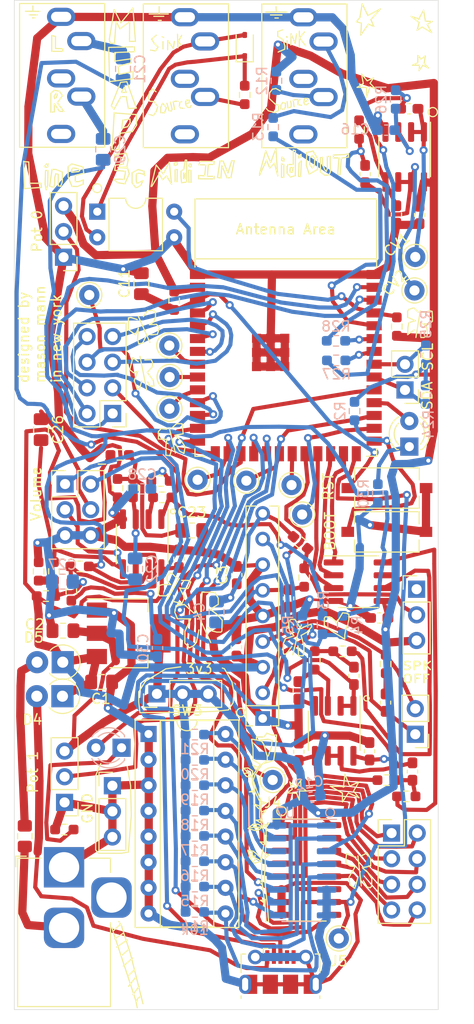
<source format=kicad_pcb>
(kicad_pcb (version 20221018) (generator pcbnew)
  (layers (0 "F.Cu" signal) (31 "B.Cu" signal) (34 "B.Paste" user) (35 "F.Paste" user) (36 "B.SilkS" user "B.Silkscreen") (37 "F.SilkS" user "F.Silkscreen") (38 "B.Mask" user) (39 "F.Mask" user) (44 "Edge.Cuts" user))
  (net 0 "")
  (net 1 "Earth")
  (net 2 "+3V3")
  (net 3 "Net-(U4A-A-)")
  (net 4 "Net-(U4B-B-)")
  (net 5 "Net-(J2-Pin_1)")
  (net 6 "Net-(C6-Pad2)")
  (net 7 "Net-(U3A--)")
  (net 8 "Net-(C7-Pad2)")
  (net 9 "Net-(U9B-+)")
  (net 10 "Net-(U3B--)")
  (net 11 "Net-(C9-Pad2)")
  (net 12 "Net-(U3B-+)")
  (net 13 "Net-(U8-EN)")
  (net 14 "Net-(D1-K)")
  (net 15 "Net-(D1-A)")
  (net 16 "Net-(D2-A)")
  (net 17 "Net-(D3-A)")
  (net 18 "Net-(FB1-Pad1)")
  (net 19 "Net-(J2-Pin_2)")
  (net 20 "A5")
  (net 21 "A7")
  (net 22 "A6")
  (net 23 "A4")
  (net 24 "A0")
  (net 25 "A1")
  (net 26 "A2")
  (net 27 "A3")
  (net 28 "L_TO_SP")
  (net 29 "R_TO_SP")
  (net 30 "Net-(J7-Pin_1)")
  (net 31 "Net-(J7-Pin_2)")
  (net 32 "Net-(J8-Pin_1)")
  (net 33 "Net-(J8-Pin_2)")
  (net 34 "Net-(J8-Pin_3)")
  (net 35 "Net-(J8-Pin_4)")
  (net 36 "Net-(J8-Pin_5)")
  (net 37 "Net-(J8-Pin_6)")
  (net 38 "Net-(J8-Pin_7)")
  (net 39 "Net-(J8-Pin_8)")
  (net 40 "Net-(J10-Pin_1)")
  (net 41 "Net-(J11-Pin_1)")
  (net 42 "Net-(J14-Pin_1)")
  (net 43 "Net-(J15-Pin_1)")
  (net 44 "REG_IN")
  (net 45 "D-")
  (net 46 "D+")
  (net 48 "Net-(J18-PadR)")
  (net 49 "Net-(J18-PadT)")
  (net 50 "Net-(J1-Pad4)")
  (net 51 "Net-(J22-Pin_1)")
  (net 52 "Net-(J23-Pin_1)")
  (net 53 "Net-(J24-Pin_1)")
  (net 54 "Net-(U8-GPIO0{slash}BOOT)")
  (net 55 "Net-(SW1-B)")
  (net 56 "Net-(U9A--)")
  (net 57 "Net-(U9B--)")
  (net 58 "MIDI_O")
  (net 59 "D7")
  (net 60 "D6")
  (net 61 "D5")
  (net 62 "D4")
  (net 63 "D3")
  (net 64 "D0")
  (net 65 "D1")
  (net 66 "D2")
  (net 67 "MIDI_I")
  (net 68 "CV1")
  (net 69 "CV2")
  (net 70 "Net-(U8-GPIO9{slash}TOUCH9{slash}ADC1_CH8{slash}FSPIHD{slash}SUBSPIHD)")
  (net 71 "Net-(U8-GPIO10{slash}TOUCH10{slash}ADC1_CH9{slash}FSPICS0{slash}FSPIIO4{slash}SUBSPICS0)")
  (net 72 "PT_L")
  (net 73 "PT_R")
  (net 74 "PT_BCK")
  (net 75 "PT_WS")
  (net 76 "PT_DIN")
  (net 78 "A_MUX")
  (net 79 "MUX_C")
  (net 80 "MUX_B")
  (net 81 "MUX_A")
  (net 82 "DIP_MUX")
  (net 83 "Net-(U1A-+)")
  (net 84 "Net-(C17-Pad1)")
  (net 85 "Net-(J19-Pin_1)")
  (net 86 "Net-(C18-Pad1)")
  (net 87 "Net-(J21-Pin_1)")
  (net 88 "Net-(U1B-+)")
  (net 89 "Net-(D2-K)")
  (net 90 "Net-(D3-K)")
  (net 91 "Net-(U4A-A+)")
  (net 92 "Net-(U9A-+)")
  (net 93 "Net-(C23-Pad1)")
  (net 94 "Net-(C27-Pad1)")
  (net 95 "Net-(C28-Pad1)")
  (net 96 "Net-(C22-Pad1)")
  (net 97 "Net-(C26-Pad1)")
  (net 99 "Net-(U3A-+)")
  (net 100 "Net-(C29-Pad2)")
  (net 101 "Net-(C21-Pad2)")
  (net 102 "Net-(C30-Pad1)")
  (net 103 "USB_PWR")
  (net 104 "BARREL_PWR")
  (footprint "MountingHole:MountingHole_3.5mm" (layer "F.Cu") (at 27 115)
    (fp_text reference "REF**" hide)
    (fp_text value "MountingHole_3.5mm")
  )
  (footprint "MountingHole:MountingHole_3.5mm" (layer "F.Cu") (at 48 23)
    (fp_text reference "REF**" hide)
    (fp_text value "MountingHole_3.5mm")
  )
  (footprint "MountingHole:MountingHole_3.5mm" (layer "F.Cu") (at 48 115)
    (fp_text reference "REF**" hide)
    (fp_text value "MountingHole_3.5mm")
  )
  (footprint "Capacitor_SMD:C_0603_1608Metric_Pad1.08x0.95mm_HandSolder" (layer "F.Cu") (at 38.64 87.37 -90)
    (fp_text reference "C8" hide)
    (fp_text value "470p")
  )
  (footprint "Package_DIP:DIP-4_W7.62mm" (layer "F.Cu") (at 18.72 39.945)
    (fp_text reference "U11" hide)
    (fp_text value "PC817")
  )
  (footprint "Connector_Pin:Pin_D1.0mm_L10.0mm" (layer "F.Cu") (at 17.93 48.2)
    (fp_text reference "J22" hide)
    (fp_text value "GPIO_18")
  )
  (footprint "Capacitor_SMD:C_0603_1608Metric_Pad1.08x0.95mm_HandSolder" (layer "F.Cu") (at 32.5 83.11 -90)
    (fp_text reference "C15" hide)
    (fp_text value "100n")
  )
  (footprint "Connector_Pin:Pin_D1.0mm_L10.0mm" (layer "F.Cu") (at 50.23 44.43)
    (fp_text reference "J19" hide)
    (fp_text value "CV1")
  )
  (footprint "Capacitor_SMD:C_0603_1608Metric_Pad1.08x0.95mm_HandSolder" (layer "F.Cu") (at 44.1475 85.935002 90)
    (fp_text reference "C7" hide)
    (fp_text value "1000p")
  )
  (footprint "Connector_PinHeader_2.54mm:PinHeader_2x04_P2.54mm_Vertical" (layer "F.Cu") (at 47.88 101.51)
    (fp_text reference "J3" hide)
    (fp_text value "A_MUX_IN")
  )
  (footprint "Package_TO_SOT_SMD:SOT-223" (layer "F.Cu") (at 21.83 81.72)
    (fp_text reference "U2" hide)
    (fp_text value "LM1117-3.3")
  )
  (footprint "Resistor_SMD:R_0603_1608Metric_Pad0.98x0.95mm_HandSolder" (layer "F.Cu") (at 47.394499 96.266001 180)
    (fp_text reference "R10" hide)
    (fp_text value "7k5")
  )
  (footprint "Package_SO:SOIC-8_3.9x4.9mm_P1.27mm" (layer "F.Cu") (at 49.18 34.53 -90)
    (fp_text reference "U1" hide)
    (fp_text value "MCP6002-xMC")
  )
  (footprint "Connector_Pin:Pin_D1.0mm_L10.0mm" (layer "F.Cu") (at 50.15 47.75)
    (fp_text reference "J21" hide)
    (fp_text value "CV2")
  )
  (footprint "Resistor_SMD:R_0603_1608Metric_Pad0.98x0.95mm_HandSolder" (layer "F.Cu") (at 38.860985 72.743458 140)
    (fp_text reference "R36" hide)
    (fp_text value "50k")
  )
  (footprint "Resistor_SMD:R_0603_1608Metric_Pad0.98x0.95mm_HandSolder" (layer "F.Cu") (at 44.659999 31.812499 90)
    (fp_text reference "R29" hide)
    (fp_text value "10k")
  )
  (footprint "Capacitor_SMD:C_0603_1608Metric_Pad1.08x0.95mm_HandSolder" (layer "F.Cu") (at 32.54 75.95 90)
    (fp_text reference "C3")
    (fp_text value "10n")
  )
  (footprint "Resistor_SMD:R_0603_1608Metric_Pad0.98x0.95mm_HandSolder" (layer "F.Cu") (at 48.4 51.33 90)
    (fp_text reference "R23" hide)
    (fp_text value "220")
  )
  (footprint "Connector_Pin:Pin_D1.0mm_L10.0mm" (layer "F.Cu") (at 25.87 59.47)
    (fp_text reference "J23" hide)
    (fp_text value "GPIO_14")
  )
  (footprint "Capacitor_SMD:C_0603_1608Metric_Pad1.08x0.95mm_HandSolder" (layer "F.Cu") (at 48.36 40.2225 -90)
    (fp_text reference "C19" hide)
    (fp_text value "100n")
  )
  (footprint "Package_SO:SOIC-8_3.9x4.9mm_P1.27mm" (layer "F.Cu") (at 23.164998 72.884997 -90)
    (fp_text reference "U9" hide)
    (fp_text value "NE5532")
  )
  (footprint "mason_parts:Jack_3.5mm_CUI_SJ1-3535NG_Horizontal_NO_FRONT" (layer "F.Cu") (at 39.14 20.69)
    (fp_text reference "J18" hide)
    (fp_text value "MIDI_OUT_JACK")
  )
  (footprint "Package_SO:SOIC-8_3.9x4.9mm_P1.27mm" (layer "F.Cu") (at 44.605 76.605)
    (fp_text reference "U5" hide)
    (fp_text value "PT8211")
  )
  (footprint "Capacitor_SMD:C_0603_1608Metric_Pad1.08x0.95mm_HandSolder" (layer "F.Cu") (at 45.700001 93.405001 90)
    (fp_text reference "C20" hide)
    (fp_text value "100n")
  )
  (footprint "Connector_PinHeader_2.54mm:PinHeader_1x02_P2.54mm_Vertical" (layer "F.Cu") (at 50.23 91.72 180)
    (fp_text reference "J2" hide)
    (fp_text value "SPK_CONN")
  )
  (footprint "Connector_Pin:Pin_D1.0mm_L10.0mm" (layer "F.Cu") (at 25.86 53.21)
    (fp_text reference "J10" hide)
    (fp_text value "A_AUX1")
  )
  (footprint "Resistor_SMD:R_0603_1608Metric_Pad0.98x0.95mm_HandSolder" (layer "F.Cu") (at 47.29 84.76 90)
    (fp_text reference "R6" hide)
    (fp_text value "16")
  )
  (footprint "Package_SIP:SIP-9_21.54x3mm_P2.54mm" (layer "F.Cu") (at 35.11 90.16 90)
    (fp_text reference "U4" hide)
    (fp_text value "NJM2073S")
  )
  (footprint "Capacitor_SMD:C_0805_2012Metric_Pad1.18x1.45mm_HandSolder" (layer "F.Cu") (at 28.0825 71.53)
    (fp_text reference "C23")
    (fp_text value "1u")
  )
  (footprint "Connector_Pin:Pin_D1.0mm_L10.0mm" (layer "F.Cu") (at 42.65 111.95)
    (fp_text reference "J5")
    (fp_text value "MUXB")
  )
  (footprint "Connector_PinHeader_2.54mm:PinHeader_1x03_P2.54mm_Vertical" (layer "F.Cu") (at 50.36 77.35)
    (fp_text reference "SW1" hide)
    (fp_text value "SP_MUTE")
  )
  (footprint "Capacitor_SMD:C_0603_1608Metric_Pad1.08x0.95mm_HandSolder" (layer "F.Cu") (at 46.6575 80.2)
    (fp_text reference "C13" hide)
    (fp_text value "100n")
  )
  (footprint "Capacitor_SMD:C_0603_1608Metric_Pad1.08x0.95mm_HandSolder" (layer "F.Cu") (at 47.28 88.5875 90)
    (fp_text reference "C6" hide)
    (fp_text value "220n")
  )
  (footprint "PCM_Espressif:ESP32-S3-WROOM-1" (layer "F.Cu") (at 37.4 54.43)
    (fp_text reference "U8" hide)
    (fp_text value "ESP32-S3-WROOM-1")
  )
  (footprint "Button_Switch_SMD:SW_Tactile_SPST_NO_Straight_CK_PTS636Sx25SMTRLFS" (layer "F.Cu") (at 47.41 71.67)
    (fp_text reference "SW2" hide)
    (fp_text value "BOOT")
  )
  (footprint "Resistor_SMD:R_0603_1608Metric_Pad0.98x0.95mm_HandSolder" (layer "F.Cu") (at 12.910002 75.584999 90)
    (fp_text reference "R40" hide)
    (fp_text value "1000")
  )
  (footprint "Resistor_SMD:R_0603_1608Metric_Pad0.98x0.95mm_HandSolder" (layer "F.Cu") (at 22.26 67.332495 90)
    (fp_text reference "R31" hide)
    (fp_text value "1000")
  )
  (footprint "Resistor_SMD:R_0603_1608Metric_Pad0.98x0.95mm_HandSolder" (layer "F.Cu") (at 16.97 75.09 180)
    (fp_text reference "R42" hide)
    (fp_text value "68")
  )
  (footprint "Resistor_SMD:R_0603_1608Metric_Pad0.98x0.95mm_HandSolder" (layer "F.Cu") (at 14.43 75.5725 -90)
    (fp_text reference "R34" hide)
    (fp_text value "1000")
  )
  (footprint "Capacitor_SMD:C_0603_1608Metric_Pad1.08x0.95mm_HandSolder" (layer "F.Cu") (at 45.26 36.2225 -90)
    (fp_text reference "C18" hide)
    (fp_text value "100n")
  )
  (footprint "Connector_PinHeader_2.54mm:PinHeader_1x02_P2.54mm_Vertical" (layer "F.Cu") (at 49.21 57.61 180)
    (fp_text reference "J7" hide)
    (fp_text value "I2C_CONN")
  )
  (footprint "mason_parts:Jack_3.5mm_CUI_SJ1-3535NG_Horizontal_NO_FRONT" (layer "F.Cu") (at 15.14 20.645)
    (fp_text reference "J6" hide)
    (fp_text value "LINE_OUT")
  )
  (footprint "Connector_Pin:Pin_D1.0mm_L10.0mm" (layer "F.Cu") (at 39.02 69.95)
    (fp_text reference "J24" hide)
    (fp_text value "GPIO35")
  )
  (footprint "Resistor_SMD:R_0603_1608Metric_Pad0.98x0.95mm_HandSolder" (layer "F.Cu") (at 40.27 84.4 -90)
    (fp_text reference "R8" hide)
    (fp_text value "7k5")
  )
  (footprint "Package_SO:SOIC-16_3.9x9.9mm_P1.27mm" (layer "F.Cu") (at 39.445 105.165)
    (fp_text reference "U6" hide)
    (fp_text value "4051")
  )
  (footprint "LED_THT:LED_D3.0mm_Clear" (layer "F.Cu") (at 49.64 63.225 90)
    (fp_text reference "D3" hide)
    (fp_text value "LED")
  )
  (footprint "Connector_PinHeader_2.54mm:PinHeader_1x03_P2.54mm_Vertical" (layer "F.Cu") (at 20.22 96.82)
    (fp_text reference "J16" hide)
    (fp_text value "GND_Conn")
  )
  (footprint "Capacitor_SMD:C_0805_2012Metric_Pad1.18x1.45mm_HandSolder" (layer "F.Cu") (at 19.1525 86.54)
    (fp_text reference "C1")
    (fp_text value "10u" hide)
  )
  (footprint "mason_parts:BarrelJack_Horizontal" (layer "F.Cu") (at 15.43 104.9 90)
    (fp_text reference "J13" hide)
    (fp_text value "Barrel_Jack")
  )
  (footprint "Connector_Pin:Pin_D1.0mm_L10.0mm" (layer "F.Cu") (at 25.89 56.33)
    (fp_text reference "J11" hide)
    (fp_text value "A_AUX2")
  )
  (footprint "Capacitor_SMD:C_0603_1608Metric_Pad1.08x0.95mm_HandSolder" (layer "F.Cu") (at 49.6325 29.75)
    (fp_text reference "C17" hide)
    (fp_text value "100n")
  )
  (footprint "Connector_Pin:Pin_D1.0mm_L10.0mm" (layer "F.Cu") (at 28.66 66.51)
    (fp_text reference "J25" hide)
    (fp_text value "MUXC")
  )
  (footprint "Capacitor_SMD:C_0805_2012Metric_Pad1.18x1.45mm_HandSolder" (layer "F.Cu") (at 15.3225 81.46 180)
    (fp_text reference "C2")
    (fp_text value "47u")
  )
  (footprint "Connector_Pin:Pin_D1.0mm_L10.0mm" (layer "F.Cu") (at 36.1 96.25)
    (fp_text reference "J4")
    (fp_text value "MUXA")
  )
  (footprint "Resistor_SMD:R_0603_1608Metric_Pad0.98x0.95mm_HandSolder" (layer "F.Cu") (at 49.337502 97.875001)
    (fp_text reference "R9" hide)
    (fp_text value "7k5")
  )
  (footprint "Resistor_SMD:R_0603_1608Metric_Pad0.98x0.95mm_HandSolder" (layer "F.Cu") (at 33.33 28.38 90)
    (fp_text reference "R22" hide)
    (fp_text value "220")
  )
  (footprint "Capacitor_SMD:C_0603_1608Metric_Pad1.08x0.95mm_HandSolder" (layer "F.Cu") (at 26.810001 74.327499 -90)
    (fp_text reference "C24" hide)
    (fp_text value "100n")
  )
  (footprint "Diode_THT:D_DO-41_SOD81_P2.54mm_Vertical_AnodeUp" (layer "F.Cu") (at 15.27 87.95 180)
    (fp_text reference "D4")
    (fp_text value "1N5817")
  )
  (footprint "Capacitor_SMD:C_0603_1608Metric_Pad1.08x0.95mm_HandSolder" (layer "F.Cu") (at 50.660001 40.272501 90)
    (fp_text reference "C14" hide)
    (fp_text value "100n")
  )
  (footprint "Capacitor_SMD:C_0805_2012Metric_Pad1.18x1.45mm_HandSolder" (layer "F.Cu") (at 23.09 47.0775 90)
    (fp_text reference "C11")
    (fp_text value "1u")
  )
  (footprint "Capacitor_SMD:C_0805_2012Metric_Pad1.18x1.45mm_HandSolder" (layer "F.Cu") (at 13.15 61.54 -90)
    (fp_text reference "C26")
    (fp_text value "1u")
  )
  (footprint "Resistor_SMD:R_0603_1608Metric_Pad0.98x0.95mm_HandSolder" (layer "F.Cu") (at 20.73 67.34 -90)
    (fp_text reference "R37" hide)
    (fp_text value "1000")
  )
  (footprint "Diode_THT:D_DO-41_SOD81_P2.54mm_Vertical_AnodeUp" (layer "F.Cu") (at 15.3 84.58 180)
    (fp_text reference "D5")
    (fp_text value "1N5817")
  )
  (footprint "Resistor_SMD:R_0603_1608Metric_Pad0.98x0.95mm_HandSolder" (layer "F.Cu") (at 20.94 64.04)
    (fp_text reference "R32" hide)
    (fp_text value "1000")
  )
  (footprint "Button_Switch_SMD:SW_Tactile_SPST_NO_Straight_CK_PTS636Sx25SMTRLFS" (layer "F.Cu") (at 47.425 67.33 180)
    (fp_text reference "SW4" hide)
    (fp_text value "RST")
  )
  (footprint "Resistor_SMD:R_0603_1608Metric_Pad0.98x0.95mm_HandSolder" (layer "F.Cu") (at 16.15 77.5725 -90)
    (fp_text reference "R41" hide)
    (fp_text value "100")
  )
  (footprint "Capacitor_SMD:C_0603_1608Metric_Pad1.08x0.95mm_HandSolder" (layer "F.Cu") (at 38.689999 93.452501 90)
    (fp_text reference "C10" hide)
    (fp_text value "470p")
  )
  (footprint "Package_SO:SOIC-8_3.9x4.9mm_P1.27mm" (layer "F.Cu") (at 42.195 91.38 -90)
    (fp_text reference "U3" hide)
    (fp_text value "MCP6002-xSN")
  )
  (footprint "mason_parts:Dual_Green_Pot" (layer "F.Cu") (at 15.53 66.93)
    (fp_text reference "RV5" hide)
    (fp_text value "100k")
  )
  (footprint "Connector_USB:USB_Micro-B_Molex-105017-0001" (layer "F.Cu") (at 36.869999 115.2545)
    (fp_text reference "J17" hide)
    (fp_text value "USB_B_Micro")
  )
  (footprint "Resistor_SMD:R_0603_1608Metric_Pad0.98x0.95mm_HandSolder" (layer "F.Cu") (at 43.017501 83.500001 180)
    (fp_text reference "R7" hide)
    (fp_text value "7k5")
  )
  (footprint "mason_parts:Jack_3.5mm_CUI_SJ1-3535NG_Horizontal_NO_FRONT" (layer "F.Cu") (at 27.4 20.68)
    (fp_text reference "J20" hide)
    (fp_text value "MIDI_IN_JACK")
  )
  (footprint "Connector_PinHeader_2.54mm:PinHeader_1x03_P2.54mm_Vertical" (layer "F.Cu") (at 15.380003 44.459999 180)
    (fp_text reference "RV3" hide)
    (fp_text value "100k")
  )
  (footprint "Resistor_SMD:R_0603_1608Metric_Pad0.98x0.95mm_HandSolder" (layer "F.Cu") (at 39.22 76.19 -90)
    (fp_text reference "R35" hide)
    (fp_text value "50k")
  )
  (footprint "Connector_PinHeader_2.54mm:PinHeader_1x03_P2.54mm_Vertical" (layer "F.Cu") (at 24.63 87.72 90)
    (fp_text reference "J12" hide)
    (fp_text value "+3v3 Conn")
  )
  (footprint "Resistor_SMD:R_0603_1608Metric_Pad0.98x0.95mm_HandSolder" (layer "F.Cu") (at 24.987501 66.630001)
    (fp_text reference "R38" hide)
    (fp_text value "100")
  )
  (footprint "Inductor_SMD:L_0805_2012Metric_Pad1.15x1.40mm_HandSolder" (layer "F.Cu") (at 11.54 101.815 90)
    (fp_text reference "FB1" hide)
    (fp_text value "FB" hide)
  )
  (footprint "Connector_PinHeader_2.54mm:PinHeader_2x04_P2.54mm_Vertical" (layer "F.Cu") (at 20.245 59.94 180)
    (fp_text reference "J8" hide)
    (fp_text value "TOUCH_IN")
  )
  (footprint "Connector_PinHeader_2.54mm:PinHeader_1x03_P2.54mm_Vertical" (layer "F.Cu") (at 15.48 98.47 180)
    (fp_text reference "RV4" hide)
    (fp_text value "100k")
  )
  (footprint "Capacitor_SMD:C_0603_1608Metric_Pad1.08x0.95mm_HandSolder" (layer "F.Cu") (at 49.95 95.4125 -90)
    (fp_text reference "C9" hide)
    (fp_text value "1000p")
  )
  (footprint "Resistor_SMD:R_0603_1608Metric_Pad0.98x0.95mm_HandSolder" (layer "F.Cu") (at 13.63 78.03)
    (fp_text reference "R33" hide)
    (fp_text value "1000")
  )
  (footprint "Resistor_SMD:R_0603_1608Metric_Pad0.98x0.95mm_HandSolder" (layer "F.Cu") (at 26.34 48.77 -90)
    (fp_text reference "R11" hide)
    (fp_text value "10k")
  )
  (footprint "Capacitor_SMD:C_0603_1608Metric_Pad1.08x0.95mm_HandSolder" (layer "F.Cu") (at 37.67 78.26 -90)
    (fp_text reference "C5" hide)
    (fp_text value "10n")
  )
  (footprint "Connector_Pin:Pin_D1.0mm_L10.0mm" (layer "F.Cu") (at 33.49 66.6)
    (fp_text reference "J14" hide)
    (fp_text value "GPIO_12")
  )
  (footprint "Resistor_SMD:R_0603_1608Metric_Pad0.98x0.95mm_HandSolder" (layer "F.Cu") (at 15.4575 101.16 180)
    (fp_text reference "R1" hide)
    (fp_text value "330")
  )
  (footprint "Resistor_SMD:R_0603_1608Metric_Pad0.98x0.95mm_HandSolder" (layer "F.Cu") (at 25.16 68.25 180)
    (fp_text reference "R39" hide)
    (fp_text value "68")
  )
  (footprint "Diode_SMD:D_SOD-323" (layer "F.Cu") (at 33.33 23.4875 90)
    (fp_text reference "D1" hide)
    (fp_text value "1N4148")
  )
  (footprint "Package_DIP:DIP-16_W7.62mm_Socket" (layer "F.Cu") (at 23.8 91.695)
    (fp_text reference "SW3")
    (fp_text value "SW_DIP_x08")
  )
  (footprint "Connector_Pin:Pin_D1.0mm_L10.0mm" (layer "F.Cu") (at 37.97 67.03)
    (fp_text reference "J15" hide)
    (fp_text value "GPIO_13")
  )
  (footprint "Capacitor_SMD:C_0805_2012Metric_Pad1.18x1.45mm_HandSolder" (layer "B.Cu") (at 30.54 79.6025 -90)
    (fp_text reference "C4")
    (fp_text value "10u")
  )
  (footprint "Resistor_SMD:R_0603_1608Metric_Pad0.98x0.95mm_HandSolder" (layer "B.Cu") (at 42.37 52.74 180)
    (fp_text reference "R28")
    (fp_text value "10k")
  )
  (footprint "Resistor_SMD:R_0603_1608Metric_Pad0.98x0.95mm_HandSolder" (layer "B.Cu") (at 28.387502 104.300001)
    (fp_text reference "R16")
    (fp_text value "10k")
  )
  (footprint "Resistor_SMD:R_0603_1608Metric_Pad0.98x0.95mm_HandSolder" (layer "B.Cu") (at 41.039996 80.890002 90)
    (fp_text reference "R3")
    (fp_text value "100k")
  )
  (footprint "Resistor_SMD:R_0603_1608Metric_Pad0.98x0.95mm_HandSolder" (layer "B.Cu") (at 36.15 31.57 90)
    (fp_text reference "R13")
    (fp_text value "47")
  )
  (footprint "Capacitor_SMD:C_0805_2012Metric_Pad1.18x1.45mm_HandSolder" (layer "B.Cu") (at 19.299999 33.769997 90)
    (fp_text reference "C29")
    (fp_text value "10u")
  )
  (footprint "Resistor_SMD:R_0603_1608Metric_Pad0.98x0.95mm_HandSolder" (layer "B.Cu") (at 44.21 59.7 -90)
    (fp_text reference "R2")
    (fp_text value "10k")
  )
  (footprint "Resistor_SMD:R_0603_1608Metric_Pad0.98x0.95mm_HandSolder" (layer "B.Cu") (at 28.387501 99.279997)
    (fp_text reference "R18")
    (fp_text value "10k")
  )
  (footprint "Capacitor_SMD:C_0805_2012Metric_Pad1.18x1.45mm_HandSolder" (layer "B.Cu") (at 15.27 76.6 180)
    (fp_text reference "C27")
    (fp_text value "1u")
  )
  (footprint "Capacitor_SMD:C_0603_1608Metric_Pad1.08x0.95mm_HandSolder" (layer "B.Cu") (at 24.69 83.1725 -90)
    (fp_text reference "C30")
    (fp_text value "1p")
  )
  (footprint "Capacitor_SMD:C_0603_1608Metric_Pad1.08x0.95mm_HandSolder" (layer "B.Cu") (at 47.33 31.87 180)
    (fp_text reference "C16")
    (fp_text value "100n")
  )
  (footprint "Resistor_SMD:R_0603_1608Metric_Pad0.98x0.95mm_HandSolder" (layer "B.Cu") (at 36.47 26.98 -90)
    (fp_text reference "R12")
    (fp_text value "47")
  )
  (footprint "Resistor_SMD:R_0603_1608Metric_Pad0.98x0.95mm_HandSolder" (layer "B.Cu") (at 46.52 67.86 -90)
    (fp_text reference "R30")
    (fp_text value "330")
  )
  (footprint "LED_THT:LED_D3.0mm_Clear" (layer "B.Cu") (at 21.124999 93.060001 180)
    (fp_text reference "D2" hide)
    (fp_text value "LED")
  )
  (footprint "Resistor_SMD:R_0603_1608Metric_Pad0.98x0.95mm_HandSolder" (layer "B.Cu") (at 28.387502 101.789999)
    (fp_text reference "R17")
    (fp_text value "10k")
  )
  (footprint "Resistor_SMD:R_0603_1608Metric_Pad0.98x0.95mm_HandSolder" (layer "B.Cu") (at 43.04 80.9 90)
    (fp_text reference "R4")
    (fp_text value "100k")
  )
  (footprint "Resistor_SMD:R_0603_1608Metric_Pad0.98x0.95mm_HandSolder" (layer "B.Cu") (at 51.25 58.07 90)
    (fp_text reference "R24")
    (fp_text value "1k")
  )
  (footprint "Resistor_SMD:R_0603_1608Metric_Pad0.98x0.95mm_HandSolder" (layer "B.Cu") (at 28.3875 96.77)
    (fp_text reference "R19")
    (fp_text value "10k")
  )
  (footprint "Resistor_SMD:R_0603_1608Metric_Pad0.98x0.95mm_HandSolder" (layer "B.Cu") (at 28.387498 91.75)
    (fp_text reference "R21")
    (fp_text value "10k")
  )
  (footprint "Capacitor_SMD:C_0805_2012Metric_Pad1.18x1.45mm_HandSolder" (layer "B.Cu") (at 21.270002 25.799999 90)
    (fp_text reference "C21")
    (fp_text value "10u")
  )
  (footprint "Resistor_SMD:R_0603_1608Metric_Pad0.98x0.95mm_HandSolder" (layer "B.Cu") (at 42.39 54.68 180)
    (fp_text reference "R27")
    (fp_text value "10k")
  )
  (footprint "Resistor_SMD:R_0603_1608Metric_Pad0.98x0.95mm_HandSolder" (layer "B.Cu") (at 28.387499 94.260001)
    (fp_text reference "R20")
    (fp_text value "10k")
  )
  (footprint "Resistor_SMD:R_0603_1608Metric_Pad0.98x0.95mm_HandSolder" (layer "B.Cu") (at 28.387501 109.319999)
    (fp_text reference "R14")
    (fp_text value "10k")
  )
  (footprint "Package_SO:SOIC-16_3.9x9.9mm_P1.27mm" (layer "B.Cu") (at 38.97 105.215 180)
    (fp_text reference "U7")
    (fp_text value "4051")
  )
  (footprint "Resistor_SMD:R_0603_1608Metric_Pad0.98x0.95mm_HandSolder" (layer "B.Cu") (at 51.28 54.11 -90)
    (fp_text reference "R25")
    (fp_text value "1k")
  )
  (footprint "Resistor_SMD:R_0603_1608Metric_Pad0.98x0.95mm_HandSolder" (layer "B.Cu") (at 28.387502 106.809997)
    (fp_text reference "R15")
    (fp_text value "10k")
  )
  (footprint "Capacitor_SMD:C_0603_1608Metric_Pad1.08x0.95mm_HandSolder" (layer "B.Cu") (at 39.96 97.96 -170)
    (fp_text reference "C12")
    (fp_text value "100n")
  )
  (footprint "Capacitor_SMD:C_0603_1608Metric_Pad1.08x0.95mm_HandSolder" (layer "B.Cu") (at 23.1675 67.41 180)
    (fp_text reference "C28")
    (fp_text value "1p")
  )
  (footprint "Capacitor_SMD:C_0805_2012Metric_Pad1.18x1.45mm_HandSolder" (layer "B.Cu") (at 22.469998 75.340001 90)
    (fp_text reference "C22")
    (fp_text value "1u")
  )
  (footprint "Resistor_SMD:R_0603_1608Metric_Pad0.98x0.95mm_HandSolder" (layer "B.Cu") (at 39.05 80.88 -90)
    (fp_text reference "R5")
    (fp_text value "20k")
  )
  (footprint "Resistor_SMD:R_0603_1608Metric_Pad0.98x0.95mm_HandSolder" (layer "B.Cu") (at 48.28 28.83 -90)
    (fp_text reference "R26")
    (fp_text value "10k")
  )
  (gr_circle (center 41.79 99.48) (end 42.1 99.17) (stroke (width 0.12)) (fill none) (layer "B.SilkS"))
  (gr_line (start 27.54 89.55) (end 30.37 89.45) (stroke (width 0.12)) (layer "F.SilkS"))
  (gr_line (start 43.35 81.3) (end 43.24 81.9) (stroke (width 0.12)) (layer "F.SilkS"))
  (gr_line (start 26.4 79.63) (end 26.66 80.27) (stroke (width 0.12)) (layer "F.SilkS"))
  (gr_line (start 33.58 95.57) (end 33.26 95.59) (stroke (width 0.12)) (layer "F.SilkS"))
  (gr_line (start 30.14 81.49) (end 29.68 81.14) (stroke (width 0.12)) (layer "F.SilkS"))
  (gr_line (start 35 94.77) (end 34.34 95.76) (stroke (width 0.12)) (layer "F.SilkS"))
  (gr_line (start 22.25 117.52) (end 22.87 116.69) (stroke (width 0.12)) (layer "F.SilkS"))
  (gr_line (start 37.2 35.28) (end 36.99 35.22) (stroke (width 0.12)) (layer "F.SilkS"))
  (gr_line (start 34.18 103.31) (end 34.86 103.9) (stroke (width 0.12)) (layer "F.SilkS"))
  (gr_line (start 38.8 28.83) (end 38.61 28.99) (stroke (width 0.12)) (layer "F.SilkS"))
  (gr_line (start 22.05 50.43) (end 21.81 50.47) (stroke (width 0.12)) (layer "F.SilkS"))
  (gr_line (start 51.23 21.07) (end 51.91 21.1) (stroke (width 0.12)) (layer "F.SilkS"))
  (gr_line (start 37.1 29.13) (end 36.91 29.4) (stroke (width 0.12)) (layer "F.SilkS"))
  (gr_line (start 14.61 36.18) (end 14.5 36.57) (stroke (width 0.12)) (layer "F.SilkS"))
  (gr_line (start 14.4 37.54) (end 14 37.42) (stroke (width 0.12)) (layer "F.SilkS"))
  (gr_line (start 38.14 33.83) (end 38.14 35.23) (stroke (width 0.12)) (layer "F.SilkS"))
  (gr_line (start 11.43 34.94) (end 11.5 37.66) (stroke (width 0.12)) (layer "F.SilkS"))
  (gr_line (start 51.41 21.39) (end 51.85 22.21) (stroke (width 0.12)) (layer "F.SilkS"))
  (gr_line (start 24.07 54.61) (end 24.19 54.88) (stroke (width 0.12)) (layer "F.SilkS"))
  (gr_line (start 32.26 87.56) (end 32.06 86.52) (stroke (width 0.12)) (layer "F.SilkS"))
  (gr_line (start 20.64 112.81) (end 21.69 112.1) (stroke (width 0.12)) (layer "F.SilkS"))
  (gr_line (start 24.74 23.63) (end 24.5 24.02) (stroke (width 0.12)) (layer "F.SilkS"))
  (gr_line (start 41.31 80.09) (end 41.48 80.09) (stroke (width 0.12)) (layer "F.SilkS"))
  (gr_line (start 14.85 36.25) (end 14.61 36.18) (stroke (width 0.12)) (layer "F.SilkS"))
  (gr_line (start 25.64 76.48) (end 25.75 76.62) (stroke (width 0.12)) (layer "F.SilkS"))
  (gr_line (start 34.3 97.26) (end 33.79 97.43) (stroke (width 0.12)) (layer "F.SilkS"))
  (gr_line (start 30.55 79.81) (end 31.1 80.42) (stroke (width 0.12)) (layer "F.SilkS"))
  (gr_line (start 14.58 22.58) (end 14.23 22.51) (stroke (width 0.12)) (layer "F.SilkS"))
  (gr_line (start 40.01 35.61) (end 40.23 35.36) (stroke (width 0.12)) (layer "F.SilkS"))
  (gr_line (start 34.09 96.54) (end 34.09 95.82) (stroke (width 0.12)) (layer "F.SilkS"))
  (gr_line (start 37.64 83.52) (end 37.99 83.01) (stroke (width 0.12)) (layer "F.SilkS"))
  (gr_line (start 33.79 97.43) (end 34.32 97.43) (stroke (width 0.12)) (layer "F.SilkS"))
  (gr_line (start 38.9 96.94) (end 39.45 97.34) (stroke (width 0.12)) (layer "F.SilkS"))
  (gr_line (start 24.85 36.21) (end 24.12 37.45) (stroke (width 0.12)) (layer "F.SilkS"))
  (gr_line (start 51.91 21.1) (end 51.41 21.39) (stroke (width 0.12)) (layer "F.SilkS"))
  (gr_line (start 44.88 106.74) (end 44.54 103.78) (stroke (width 0.12)) (layer "F.SilkS"))
  (gr_line (start 34.11 95.8) (end 34.87 94.72) (stroke (width 0.12)) (layer "F.SilkS"))
  (gr_line (start 19.94 27.06) (end 22.26 26.77) (stroke (width 0.12)) (layer "F.SilkS"))
  (gr_line (start 31.96 36.58) (end 31.58 36.59) (stroke (width 0.12)) (layer "F.SilkS"))
  (gr_line (start 39.43 35.36) (end 39.72 36.23) (stroke (width 0.12)) (layer "F.SilkS"))
  (gr_line (start 27.78 35.42) (end 27.94 35.53) (stroke (width 0.12)) (layer "F.SilkS"))
  (gr_line (start 27.93 29.62) (end 28.01 29.43) (stroke (width 0.12)) (layer "F.SilkS"))
  (gr_line (start 26.89 29.14) (end 26.85 29.53) (stroke (width 0.12)) (layer "F.SilkS"))
  (gr_line (start 40.07 33.96) (end 39.47 34.08) (stroke (width 0.12)) (layer "F.SilkS"))
  (gr_line (start 31.19 34.94) (end 31.67 36.11) (stroke (width 0.12)) (layer "F.SilkS"))
  (gr_line (start 14.49 28.74) (end 14.65 28.65) (stroke (width 0.12)) (layer "F.SilkS"))
  (gr_line (start 38.61 28.99) (end 38.61 29.34) (stroke (width 0.12)) (layer "F.SilkS"))
  (gr_line (start 16.76 37.45) (end 17.33 37.21) (stroke (width 0.12)) (layer "F.SilkS"))
  (gr_line (start 41.41 35.95) (end 41.27 35.8) (stroke (width 0.12)) (layer "F.SilkS"))
  (gr_line (start 26.49 29) (end 26.73 29.02) (stroke (width 0.12)) (layer "F.SilkS"))
  (gr_line (start 16.78 35.68) (end 16.33 35.61) (stroke (width 0.12)) (layer "F.SilkS"))
  (gr_line (start 35.42 107.22) (end 35.55 108.45) (stroke (width 0.12)) (layer "F.SilkS"))
  (gr_line (start 28 35.88) (end 27.83 35.82) (stroke (width 0.12)) (layer "F.SilkS"))
  (gr_line (start 26.4 62.1) (end 27.04 62.64) (stroke (width 0.12)) (layer "F.SilkS"))
  (gr_line (start 34.98 99.29) (end 35.01 100.2) (stroke (width 0.12)) (layer "F.SilkS"))
  (gr_line (start 35.9 35.07) (end 36.42 33.69) (stroke (width 0.12)) (layer "F.SilkS"))
  (gr_line (start 26.26 23.78) (end 26.36 23.08) (stroke (width 0.12)) (layer "F.SilkS"))
  (gr_line (start 45.77 106.92) (end 45.47 106.87) (stroke (width 0.12)) (layer "F.SilkS"))
  (gr_line (start 20.42 23.27) (end 20.02 23.27) (stroke (width 0.12)) (layer "F.SilkS"))
  (gr_line (start 24.32 50.87) (end 23.88 51.14) (stroke (width 0.12)) (layer "F.SilkS"))
  (gr_line (start 37.48 22.66) (end 37.49 22.6) (stroke (width 0.12)) (layer "F.SilkS"))
  (gr_line (start 36.6 22.1) (end 36.6 22.57) (stroke (width 0.12)) (layer "F.SilkS"))
  (gr_line (start 20.13 29.4) (end 21.03 27.13) (stroke (width 0.12)) (layer "F.SilkS"))
  (gr_line (start 45.47 103.47) (end 45.81 104.09) (stroke (width 0.12)) (layer "F.SilkS"))
  (gr_line (start 27.27 35.75) (end 27.02 35.93) (stroke (width 0.12)) (layer "F.SilkS"))
  (gr_line (start 20.45 34.57) (end 20.45 34.34) (stroke (width 0.12)) (layer "F.SilkS"))
  (gr_line (start 34.96 104.31) (end 34.25 104.5) (stroke (width 0.12)) (layer "F.SilkS"))
  (gr_line (start 20.33 36.74) (end 20.95 36.72) (stroke (width 0.12)) (layer "F.SilkS"))
  (gr_line (start 27.42 63.23) (end 27.31 63.89) (stroke (width 0.12)) (layer "F.SilkS"))
  (gr_line (start 21.72 35.63) (end 21.89 36.19) (stroke (width 0.12)) (layer "F.SilkS"))
  (gr_line (start 49.57 51.03) (end 49.5 51.41) (stroke (width 0.12)) (layer "F.SilkS"))
  (gr_line (start 24.85 19.64) (end 24.85 20.36) (stroke (width 0.12)) (layer "F.SilkS"))
  (gr_line (start 35.03 92.43) (end 35.22 92.74) (stroke (width 0.12)) (layer "F.SilkS"))
  (gr_line (start 13.83 35.18) (end 13.74 35.18) (stroke (width 0.12)) (layer "F.SilkS"))
  (gr_line (start 26.24 29.06) (end 26.38 29.81) (stroke (width 0.12)) (layer "F.SilkS"))
  (gr_line (start 23.87 20.36) (end 25.76 20.36) (stroke (width 0.12)) (layer "F.SilkS"))
  (gr_line (start 35.05 99.41) (end 35.46 99.18) (stroke (width 0.12)) (layer "F.SilkS"))
  (gr_line (start 11.93 35.02) (end 11.48 34.99) (stroke (width 0.12)) (layer "F.SilkS"))
  (gr_line (start 37.49 22.6) (end 37.55 22.66) (stroke (width 0.12)) (layer "F.SilkS"))
  (gr_line (start 44.64 96.45) (end 44.11 97.35) (stroke (width 0.12)) (layer "F.SilkS"))
  (gr_line (start 15.3 24.06) (end 15.3 23.8) (stroke (width 0.12)) (layer "F.SilkS"))
  (gr_line (start 16.54 36.82) (end 16.54 36.33) (stroke (width 0.12)) (layer "F.SilkS"))
  (gr_line (start 24.78 61.72) (end 24.78 62.47) (stroke (width 0.12)) (layer "F.SilkS"))
  (gr_line (start 22.79 36.14) (end 22.94 36.14) (stroke (width 0.12)) (layer "F.SilkS"))
  (gr_line (start 42.9 34.64) (end 43.61 34.54) (stroke (width 0.12)) (layer "F.SilkS"))
  (gr_line (start 27.99 76.62) (end 27.84 77.03) (stroke (width 0.12)) (layer "F.SilkS"))
  (gr_line (start 34.83 100.2) (end 34.48 100.23) (stroke (width 0.12)) (layer "F.SilkS"))
  (gr_line (start 27.01 36.47) (end 27.07 37.08) (stroke (width 0.12)) (layer "F.SilkS"))
  (gr_line (start 44.97 19.36) (end 45.53 20.51) (stroke (width 0.12)) (layer "F.SilkS"))
  (gr_line (start 25.69 23.9) (end 25.71 23) (stroke (width 0.12)) (layer "F.SilkS"))
  (gr_line (start 37.53 23.01) (end 37.55 23.83) (stroke (width 0.12)) (layer "F.SilkS"))
  (gr_line (start 26.14 29.81) (end 25.97 29.1) (stroke (width 0.12)) (layer "F.SilkS"))
  (gr_line (start 22.58 36.32) (end 22.64 36.19) (stroke (width 0.12)) (layer "F.SilkS"))
  (gr_line (start 36.32 20.76) (end 36.66 20.76) (stroke (width 0.12)) (layer "F.SilkS"))
  (gr_line (start 30.16 79.18) (end 29.96 79.39) (stroke (width 0.12)) (layer "F.SilkS"))
  (gr_line (start 51.53 25.71) (end 50.98 25.44) (stroke (width 0.12)) (layer "F.SilkS"))
  (gr_line (start 39.07 81.14) (end 39.91 80.81) (stroke (width 0.12)) (layer "F.SilkS"))
  (gr_line (start 28.77 36.36) (end 29.36 36.39) (stroke (width 0.12)) (layer "F.SilkS"))
  (gr_line (start 14.65 28.65) (end 14.76 28.39) (stroke (width 0.12)) (layer "F.SilkS"))
  (gr_line (start 34.13 94.77) (end 34.4 95.21) (stroke (width 0.12)) (layer "F.SilkS"))
  (gr_line (start 21.81 50.47) (end 21.8 51.62) (stroke (width 0.12)) (layer "F.SilkS"))
  (gr_line (start 24.34 29.03) (end 24.71 29.53) (stroke (width 0.12)) (layer "F.SilkS"))
  (gr_line (start 41.95 80.18) (end 42.27 80.46) (stroke (width 0.12)) (layer "F.SilkS"))
  (gr_line (start 34.89 108.17) (end 35.29 108.45) (stroke (width 0.12)) (layer "F.SilkS"))
  (gr_line (start 22.94 89.58) (end 25.33 89.56) (stroke (width 0.12)) (layer "F.SilkS"))
  (gr_line (start 20.87 26.34) (end 20.78 25.54) (stroke (width 0.12)) (layer "F.SilkS"))
  (gr_line (start 44.74 20.69) (end 44.97 19.36) (stroke (width 0.12)) (layer "F.SilkS"))
  (gr_line (start 37.36 82.26) (end 37.15 82.73) (stroke (width 0.12)) (layer "F.SilkS"))
  (gr_line (start 37.9 23.44) (end 37.92 22.32) (stroke (width 0.12)) (layer "F.SilkS"))
  (gr_line (start 14.21 24.06) (end 15.3 24.06) (stroke (width 0.12)) (layer "F.SilkS"))
  (gr_line (start 12.77 20.45) (end 11.98 20.45) (stroke (width 0.12)) (layer "F.SilkS"))
  (gr_line (start 30.27 35.27) (end 29.72 35.27) (stroke (width 0.12)) (layer "F.SilkS"))
  (gr_line (start 25.15 22.61) (end 25.3 22.69) (stroke (width 0.12)) (layer "F.SilkS"))
  (gr_line (start 44.89 21.27) (end 44.39 21.13) (stroke (width 0.12)) (layer "F.SilkS"))
  (gr_line (start 34.76 98.27) (end 34.34 97.36) (stroke (width 0.12)) (layer "F.SilkS"))
  (gr_line (start 28.76 36.69) (end 28.77 36.36) (stroke (width 0.12)) (layer "F.SilkS"))
  (gr_line (start 24.75 77.77) (end 24.87 78) (stroke (width 0.12)) (layer "F.SilkS"))
  (gr_line (start 14.76 28.39) (end 14.69 28.24) (stroke (width 0.12)) (layer "F.SilkS"))
  (gr_line (start 22.77 35.77) (end 22.17 36.09) (stroke (width 0.12)) (layer "F.SilkS"))
  (gr_line (start 39.2 29.18) (end 39.32 29.36) (stroke (width 0.12)) (layer "F.SilkS"))
  (gr_line (start 20.45 35.85) (end 20.52 35.33) (stroke (width 0.12)) (layer "F.SilkS"))
  (gr_line (start 21.45 37.19) (end 20.75 37.08) (stroke (width 0.12)) (layer "F.SilkS"))
  (gr_line (start 26.12 61.36) (end 26.57 60.95) (stroke (width 0.12)) (layer "F.SilkS"))
  (gr_line (start 41.82 36) (end 41.79 34.46) (stroke (width 0.12)) (layer "F.SilkS"))
  (gr_circle (center 18.71 37.62) (end 19.07 37.37) (stroke (width 0.12)) (fill none) (layer "F.SilkS"))
  (gr_line (start 30.56 81.6) (end 30.14 81.49) (stroke (width 0.12)) (layer "F.SilkS"))
  (gr_line (start 35.77 100.5) (end 35.48 100.92) (stroke (width 0.12)) (layer "F.SilkS"))
  (gr_line (start 37.39 83.78) (end 37.64 83.52) (stroke (width 0.12)) (layer "F.SilkS"))
  (gr_line (start 25.9 75.77) (end 25.64 76.06) (stroke (width 0.12)) (layer "F.SilkS"))
  (gr_line (start 35.25 101.49) (end 35.27 102.53) (stroke (width 0.12)) (layer "F.SilkS"))
  (gr_line (start 36.35 29.29) (end 36.69 29.4) (stroke (width 0.12)) (layer "F.SilkS"))
  (gr_line (start 23.37 35.94) (end 22.77 35.77) (stroke (width 0.12)) (layer "F.SilkS"))
  (gr_line (start 22.73 37.12) (end 22.62 37.1) (stroke (width 0.12)) (layer "F.SilkS"))
  (gr_line (start 38.35 28.84) (end 38.55 28.84) (stroke (width 0.12)) (layer "F.SilkS"))
  (gr_line (start 25.19 76.89) (end 24.87 76.98) (stroke (width 0.12)) (layer "F.SilkS"))
  (gr_line (start 34.32 100.93) (end 33.91 100.98) (stroke (width 0.12)) (layer "F.SilkS"))
  (gr_line (start 35.56 94.29) (end 34.97 94.76) (stroke (width 0.12)) (layer "F.SilkS"))
  (gr_line (start 25.58 36.4) (end 25.2 36.78) (stroke (width 0.12)) (layer "F.SilkS"))
  (gr_line (start 51.93 50.34) (end 51.93 50.8) (stroke (width 0.12)) (layer "F.SilkS"))
  (gr_line (start 35.45 102.09) (end 35.36 103.69) (stroke (width 0.12)) (layer "F.SilkS"))
  (gr_line (start 45.81 104.09) (end 45.81 104.77) (stroke (width 0.12)) (layer "F.SilkS"))
  (gr_line (start 37.87 36.52) (end 38.34 36.38) (stroke (width 0.12)) (layer "F.SilkS"))
  (gr_line (start 34.09 96.1) (end 33.24 95.08) (stroke (width 0.12)) (layer "F.SilkS"))
  (gr_line (start 39.12 83.94) (end 38.67 83.94) (stroke (width 0.12)) (layer "F.SilkS"))
  (gr_line (start 27.16 61.25) (end 27.23 61.95) (stroke (width 0.12)) (layer "F.SilkS"))
  (gr_line (start 38.14 35.57) (end 37.85 35.57) (stroke (width 0.12)) (layer "F.SilkS"))
  (gr_line (start 35.8 28.17) (end 35.76 28.73) (stroke (width 0.12)) (layer "F.SilkS"))
  (gr_line (start 29.11 77.65) (end 29.9 77.65) (stroke (width 0.12)) (layer "F.SilkS"))
  (gr_line (start 43.65 80.14) (end 43.65 80.35) (stroke (width 0.12)) (layer "F.SilkS"))
  (gr_line (start 24.68 85.75) (end 23.5 86.46) (stroke (width 0.12)) (layer "F.SilkS"))
  (gr_line (start 34.81 92.3) (end 35.66 92.21) (stroke (width 0.12)) (layer "F.SilkS"))
  (gr_line (start 24.19 54.88) (end 24.19 55.3) (stroke (width 0.12)) (layer "F.SilkS"))
  (gr_line (start 18.56 102.34) (end 18.56 103.18) (stroke (width 0.12)) (layer "F.SilkS"))
  (gr_line (start 22.58 36.88) (end 22.58 36.62) (stroke (width 0.12)) (layer "F.SilkS"))
  (gr_line (start 38.36 33.9) (end 38.14 33.83) (stroke (width 0.12)) (layer "F.SilkS"))
  (gr_line (start 28.26 82.96) (end 28.55 82.61) (stroke (width 0.12)) (layer "F.SilkS"))
  (gr_line (start 51.08 52.41) (end 50.78 52.41) (stroke (width 0.12)) (layer "F.SilkS"))
  (gr_line (start 40.06 34.39) (end 39.77 34.58) (stroke (width 0.12)) (layer "F.SilkS"))
  (gr_line (start 27.85 35.17) (end 27.78 35.42) (stroke (width 0.12)) (layer "F.SilkS"))
  (gr_line (start 27.69 29.62) (end 27.93 29.62) (stroke (width 0.12)) (layer "F.SilkS"))
  (gr_line (start 39.54 81.58) (end 38.91 81.93) (stroke (width 0.12)) (layer "F.SilkS"))
  (gr_line (start 38.05 36.02) (end 38.1 35.82) (stroke (width 0.12)) (layer "F.SilkS"))
  (gr_line (start 22.2 32.02) (end 22.62 31.35) (stroke (width 0.12)) (layer "F.SilkS"))
  (gr_line (start 26.43 35.8) (end 26.43 36.97) (stroke (width 0.12)) (layer "F.SilkS"))
  (gr_line (start 44.46 27.63) (end 45.08 27.25) (stroke (width 0.12)) (layer "F.SilkS"))
  (gr_line (start 36.28 35.15) (end 35.81 35.62) (stroke (width 0.12)) (layer "F.SilkS"))
  (gr_line (start 16.19 35.21) (end 15.83 35.49) (stroke (width 0.12)) (layer "F.SilkS"))
  (gr_line (start 35.66 29.95) (end 35.48 29.74) (stroke (width 0.12)) (layer "F.SilkS"))
  (gr_line (start 15.41 30.02) (end 14.76 29.15) (stroke (width 0.12)) (layer "F.SilkS"))
  (gr_line (start 35.22 92.74) (end 35.56 93.88) (stroke (width 0.12)) (layer "F.SilkS"))
  (gr_line (start 45.74 27.58) (end 45.4 28.6) (stroke (width 0.12)) (layer "F.SilkS"))
  (gr_line (start 39.47 34.08) (end 39.43 35.36) (stroke (width 0.12)) (layer "F.SilkS"))
  (gr_line (start 38.67 83.94) (end 38.6 82.96) (stroke (width 0.12)) (layer "F.SilkS"))
  (gr_line (start 38.09 83.85) (end 38.6 81.74) (stroke (width 0.12)) (layer "F.SilkS"))
  (gr_line (start 25.66 78.42) (end 26.84 76.27) (stroke (width 0.12)) (layer "F.SilkS"))
  (gr_line (start 41.8 96.86) (end 43.21 96.91) (stroke (width 0.12)) (layer "F.SilkS"))
  (gr_line (start 26.65 35.77) (end 26.46 35.77) (stroke (width 0.12)) (layer "F.SilkS"))
  (gr_line (start 40.55 34.68) (end 40.08 33.92) (stroke (width 0.12)) (layer "F.SilkS"))
  (gr_line (start 43.6 97.53) (end 43.01 98.43) (stroke (width 0.12)) (layer "F.SilkS"))
  (gr_line (start 51.22 24.52) (end 51.11 25.24) (stroke (width 0.12)) (layer "F.SilkS"))
  (gr_line (start 25.64 76.06) (end 25.64 76.48) (stroke (width 0.12)) (layer "F.SilkS"))
  (gr_line (start 38.87 36.47) (end 38.94 34.92) (stroke (width 0.12)) (layer "F.SilkS"))
  (gr_line (start 35.56 93.88) (end 35.56 94.29) (stroke (width 0.12)) (layer "F.SilkS"))
  (gr_line (start 49.6 49.62) (end 49.47 49.8) (stroke (width 0.12)) (layer "F.SilkS"))
  (gr_line (start 14.45 28.52) (end 14.49 28.74) (stroke (width 0.12)) (layer "F.SilkS"))
  (gr_line (start 22.17 36.09) (end 22.17 36.41) (stroke (width 0.12)) (layer "F.SilkS"))
  (gr_line (start 14.45 27.93) (end 14.15 28.19) (stroke (width 0.12)) (layer "F.SilkS"))
  (gr_line (start 38.92 34.26) (end 38.71 34.39) (stroke (width 0.12)) (layer "F.SilkS"))
  (gr_line (start 25.52 64.07) (end 25.91 64.13) (stroke (width 0.12)) (layer "F.SilkS"))
  (gr_line (start 22.68 50.63) (end 22.05 50.43) (stroke (width 0.12)) (layer "F.SilkS"))
  (gr_line (start 45.46 26.98) (end 46.09 26.69) (stroke (width 0.12)) (layer "F.SilkS"))
  (gr_line (start 14.47 30.06) (end 14.47 29.26) (stroke (width 0.12)) (layer "F.SilkS"))
  (gr_line (start 12.34 20.09) (end 11.6 20.09) (stroke (width 0.12)) (layer "F.SilkS"))
  (gr_line (start 43.01 98.43) (end 43.01 97.55) (stroke (width 0.12)) (layer "F.SilkS"))
  (gr_line (start 20.59 21.09) (end 20.42 23.27) (stroke (width 0.12)) (layer "F.SilkS"))
  (gr_line (start 34.59 94.98) (end 34.13 94.77) (stroke (width 0.12)) (layer "F.SilkS"))
  (gr_line (start 26.08 37.23) (end 25.58 36.4) (stroke (width 0.12)) (layer "F.SilkS"))
  (gr_line (start 18.56 95.83) (end 18.56 97.03) (stroke (width 0.12)) (layer "F.SilkS"))
  (gr_line (start 26.69 23.06) (end 27.06 23.45) (stroke (width 0.12)) (layer "F.SilkS"))
  (gr_line (start 21.65 35.53) (end 20.75 35.57) (stroke (width 0.12)) (layer "F.SilkS"))
  (gr_line (start 23.62 57.61) (end 22.95 54.28) (stroke (width 0.12)) (layer "F.SilkS"))
  (gr_line (start 37.31 23.51) (end 37.29 23.85) (stroke (width 0.12)) (layer "F.SilkS"))
  (gr_line (start 22.62 37.1) (end 22.58 36.88) (stroke (width 0.12)) (layer "F.SilkS"))
  (gr_line (start 34.81 98.28) (end 34.81 99.92) (stroke (width 0.12)) (layer "F.SilkS"))
  (gr_line (start 27.48 29.26) (end 27.86 29.14) (stroke (width 0.12)) (layer "F.SilkS"))
  (gr_line (start 36.19 94.32) (end 36.38 93.15) (stroke (width 0.12)) (layer "F.SilkS"))
  (gr_line (start 40.83 36.02) (end 41.27 36.34) (stroke (width 0.12)) (layer "F.SilkS"))
  (gr_line (start 50.72 49.77) (end 50.29 52.41) (stroke (width 0.12)) (layer "F.SilkS"))
  (gr_line (start 44.39 21.13) (end 44.8 20.63) (stroke (width 0.12)) (layer "F.SilkS"))
  (gr_line (start 31.06 81.51) (end 30.97 81.6) (stroke (width 0.12)) (layer "F.SilkS"))
  (gr_line (start 38.68 34.42) (end 38.68 34.62) (stroke (width 0.12)) (layer "F.SilkS"))
  (gr_line (start 24.49 49.95) (end 24.49 50.34) (stroke (width 0.12)) (layer "F.SilkS"))
  (gr_line (start 25.52 63.13) (end 25.52 64.07) (stroke (width 0.12)) (layer "F.SilkS"))
  (gr_line (start 42.27 80.46) (end 42.38 80.63) (stroke (width 0.12)) (layer "F.SilkS"))
  (gr_line (start 33.22 95.55) (end 33.5 95.89) (stroke (width 0.12)) (layer "F.SilkS"))
  (gr_line (start 20.52 35.33) (end 21.29 35.25) (stroke (width 0.12)) (layer "F.SilkS"))
  (gr_line (start 50.48 25.15) (end 50.48 24.48) (stroke (width 0.12)) (layer "F.SilkS"))
  (gr_line (start 44.24 106.98) (end 44.54 105.9) (stroke (width 0.12)) (layer "F.SilkS"))
  (gr_line (start 40.27 34.69) (end 40.08 34.43) (stroke (width 0.12)) (layer "F.SilkS"))
  (gr_line (start 37.69 80.55) (end 37.69 81) (stroke (width 0.12)) (layer "F.SilkS"))
  (gr_line (start 36.6 22.57) (end 37.1 22.88) (stroke (width 0.12)) (layer "F.SilkS"))
  (gr_line (start 34.4 104.06) (end 34.3 104.23) (stroke (width 0.12)) (layer "F.SilkS"))
  (gr_line (start 34.81 99.92) (end 35.25 101.49) (stroke (width 0.12)) (layer "F.SilkS"))
  (gr_line (start 22.92 57.44) (end 23.12 56.74) (stroke (width 0.12)) (layer "F.SilkS"))
  (gr_line (start 25.2 36.78) (end 24.85 36.21) (stroke (width 0.12)) (layer "F.SilkS"))
  (gr_line (start 45.81 104.77) (end 44.98 104.95) (stroke (width 0.12)) (layer "F.SilkS"))
  (gr_line (start 23.88 51.14) (end 24.59 51.11) (stroke (width 0.12)) (layer "F.SilkS"))
  (gr_line (start 24.54 28.06) (end 24.19 27.8) (stroke (width 0.12)) (layer "F.SilkS"))
  (gr_line (start 38.74 98.24) (end 38.47 97.56) (stroke (width 0.12)) (layer "F.SilkS"))
  (gr_line (start 27.31 63.89) (end 26.87 63.66) (stroke (width 0.12)) (layer "F.SilkS"))
  (gr_line (start 51.11 25.24) (end 51.53 25.71) (stroke (width 0.12)) (layer "F.SilkS"))
  (gr_line (start 38.79 81.11) (end 38.3 80.34) (stroke (width 0.12)) (layer "F.SilkS"))
  (gr_line (start 41.74 80.09) (end 41.95 80.18) (stroke (width 0.12)) (layer "F.SilkS"))
  (gr_line (start 49.5 51.41) (end 49.47 52.13) (stroke (width 0.12)) (layer "F.SilkS"))
  (gr_line (start 34.09 103.58) (end 34.09 103.43) (stroke (width 0.12)) (layer "F.SilkS"))
  (gr_line (start 15.26 36.02) (end 15.26 36.99) (stroke (width 0.12)) (layer "F.SilkS"))
  (gr_line (start 27.8 28.89) (end 27.58 28.89) (stroke (width 0.12)) (layer "F.SilkS"))
  (gr_line (start 50.41 21.98) (end 50.61 21.21) (stroke (width 0.12)) (layer "F.SilkS"))
  (gr_line (start 17.38 36.14) (end 17.3 35.51) (stroke (width 0.12)) (layer "F.SilkS"))
  (gr_line (start 27.94 35.53) (end 28.03 35.43) (stroke (width 0.12)) (layer "F.SilkS"))
  (gr_line (start 20.19 33.81) (end 20.87 33.78) (stroke (width 0.12)) (layer "F.SilkS"))
  (gr_line (start 24.19 55.3) (end 23.67 55.87) (stroke (width 0.12)) (layer "F.SilkS"))
  (gr_line (start 43.61 34.54) (end 43.59 34.21) (stroke (width 0.12)) (layer "F.SilkS"))
  (gr_line (start 37.2 36.55) (end 37.2 35.28) (stroke (width 0.12)) (layer "F.SilkS"))
  (gr_line (start 33.89 104.04) (end 33.63 103.22) (stroke (width 0.12)) (layer "F.SilkS"))
  (gr_line (start 13.83 35.87) (end 13.6 35.87) (stroke (width 0.12)) (layer "F.SilkS"))
  (gr_line (start 24.9 51.43) (end 24.67 52.09) (stroke (width 0.12)) (layer "F.SilkS"))
  (gr_line (start 18.56 103.18) (end 18.85 103.51) (stroke (width 0.12)) (layer "F.SilkS"))
  (gr_line (start 35.36 108.82) (end 35.44 110.3) (stroke (width 0.12)) (layer "F.SilkS"))
  (gr_line (start 22.79 50.32) (end 23.93 52.89) (stroke (width 0.12)) (layer "F.SilkS"))
  (gr_line (start 34.48 100.91) (end 34.48 100.75) (stroke (width 0.12)) (layer "F.SilkS"))
  (gr_line (start 22.38 56.69) (end 22.7 57.59) (stroke (width 0.12)) (layer "F.SilkS"))
  (gr_line (start 21.13 110.75) (end 21.99 113.41) (stroke (width 0.12)) (layer "F.SilkS"))
  (gr_line (start 49.47 49.8) (end 49.47 50.41) (stroke (width 0.12)) (layer "F.SilkS"))
  (gr_line (start 37.62 35.27) (end 37.53 35.48) (stroke (width 0.12)) (layer "F.SilkS"))
  (gr_line (start 45.92 106.02) (end 45.9 106.79) (stroke (width 0.12)) (layer "F.SilkS"))
  (gr_line (start 51.36 51.41) (end 51.44 51.9) (stroke (width 0.12)) (layer "F.SilkS"))
  (gr_line (start 26.46 63.85) (end 25.84 61.34) (stroke (width 0.12)) (layer "F.SilkS"))
  (gr_line (start 46.28 27.78) (end 45.74 27.58) (stroke (width 0.12)) (layer "F.SilkS"))
  (gr_line (start 36.38 93.15) (end 36.48 91.8) (stroke (width 0.12)) (layer "F.SilkS"))
  (gr_line (start 37.53 29.04) (end 37.6 29.63) (stroke (width 0.12)) (layer "F.SilkS"))
  (gr_line (start 25.51 85.24) (end 24.68 85.75) (stroke (width 0.12)) (layer "F.SilkS"))
  (gr_line (start 20.8 34.26) (end 21.61 34.17) (stroke (width 0.12)) (layer "F.SilkS"))
  (gr_line (start 33.66 101.04) (end 34.27 101.24) (stroke (width 0.12)) (layer "F.SilkS"))
  (gr_line (start 43.73 96.86) (end 44.64 96.45) (stroke (width 0.12)) (layer "F.SilkS"))
  (gr_circle (center 51.96 30.08) (end 52.15 29.67) (stroke (width 0.12)) (fill none) (layer "F.SilkS"))
  (gr_line (start 27.28 36.12) (end 27.27 36.65) (stroke (width 0.12)) (layer "F.SilkS"))
  (gr_line (start 27.44 34.83) (end 27.3 35.73) (stroke (width 0.12)) (layer "F.SilkS"))
  (gr_line (start 49.95 25.44) (end 50.4 25.22) (stroke (width 0.12)) (layer "F.SilkS"))
  (gr_line (start 20.78 25.54) (end 22.08 25.2) (stroke (width 0.12)) (layer "F.SilkS"))
  (gr_line (start 44.83 22.45) (end 44.89 21.27) (stroke (width 0.12)) (layer "F.SilkS"))
  (gr_line (start 23.92 29.01) (end 24.34 29.03) (stroke (width 0.12)) (layer "F.SilkS"))
  (gr_line (start 34.51 97.26) (end 34.93 98.25) (stroke (width 0.12)) (layer "F.SilkS"))
  (gr_line (start 24.78 62.47) (end 25.24 62.49) (stroke (width 0.12)) (layer "F.SilkS"))
  (gr_line (start 21.8 103.4) (end 22.09 99.76) (stroke (width 0.12)) (layer "F.SilkS"))
  (gr_line (start 27.58 80.29) (end 27.98 80.29) (stroke (width 0.12)) (layer "F.SilkS"))
  (gr_line (start 21.25 30.87) (end 21.14 31.69) (stroke (width 0.12)) (layer "F.SilkS"))
  (gr_line (start 35.22 108.16) (end 34.89 108.17) (stroke (width 0.12)) (layer "F.SilkS"))
  (gr_line (start 21.8 29.73) (end 21.59 28.55) (stroke (width 0.12)) (layer "F.SilkS"))
  (gr_line (start 37.81 35.83) (end 37.84 36.06) (stroke (width 0.12)) (layer "F.SilkS"))
  (gr_line (start 34.95 99.33) (end 34.95 98.55) (stroke (width 0.12)) (layer "F.SilkS"))
  (gr_line (start 35.76 28.73) (end 36.35 29.29) (stroke (width 0.12)) (layer "F.SilkS"))
  (gr_line (start 14.47 29.26) (end 14.97 30) (stroke (width 0.12)) (layer "F.SilkS"))
  (gr_line (start 28.8 35.3) (end 28.88 34.99) (stroke (width 0.12)) (layer "F.SilkS"))
  (gr_line (start 44.65 98.01) (end 43.6 97.53) (stroke (width 0.12)) (layer "F.SilkS"))
  (gr_line (start 22.5 23.07) (end 21.91 23.07) (stroke (width 0.12)) (layer "F.SilkS"))
  (gr_line (start 37.79 96.45) (end 38.43 97.03) (stroke (width 0.12)) (layer "F.SilkS"))
  (gr_line (start 34.66 100.63) (end 34.15 100.63) (stroke (width 0.12)) (layer "F.SilkS"))
  (gr_circle (center 32.95 89.56) (end 33.07 89.16) (stroke (width 0.12)) (fill none) (layer "F.SilkS"))
  (gr_line (start 33.24 95.08) (end 33.67 95.06) (stroke (width 0.12)) (layer "F.SilkS"))
  (gr_line (start 34.87 94.72) (end 35 94.77) (stroke (width 0.12)) (layer "F.SilkS"))
  (gr_line (start 30.37 89.45) (end 31.71 89.31) (stroke (width 0.12)) (layer "F.SilkS"))
  (gr_line (start 36.42 27.74) (end 36.07 27.81) (stroke (width 0.12)) (layer "F.SilkS"))
  (gr_line (start 22.53 118.08) (end 22.68 118.81) (stroke (width 0.12)) (layer "F.SilkS"))
  (gr_line (start 26.62 36.97) (end 26.65 35.77) (stroke (width 0.12)) (layer "F.SilkS"))
  (gr_line (start 14.12 28.24) (end 14.12 30.09) (stroke (width 0.12)) (layer "F.SilkS"))
  (gr_line (start 27.57 34.83) (end 27.45 34.84) (stroke (width 0.12)) (layer "F.SilkS"))
  (gr_line (start 14.76 29.15) (end 15.28 28.45) (stroke (width 0.12)) (layer "F.SilkS"))
  (gr_line (start 20.98 32.18) (end 22.2 32.02) (stroke (width 0.12)) (layer "F.SilkS"))
  (gr_line (start 35.45 103.62) (end 35.81 103.62) (stroke (width 0.12)) (layer "F.SilkS"))
  (gr_line (start 38.94 34.92) (end 38.73 35.12) (stroke (width 0.12)) (layer "F.SilkS"))
  (gr_line (start 28.01 37.04) (end 28 35.88) (stroke (width 0.12)) (layer "F.SilkS"))
  (gr_line (start 24.67 52.09) (end 24.2 52.14) (stroke (width 0.12)) (layer "F.SilkS"))
  (gr_line (start 45.51 105.4) (end 45.92 106.02) (stroke (width 0.12)) (layer "F.SilkS"))
  (gr_line (start 25.86 35.04) (end 26.08 37.23) (stroke (width 0.12)) (layer "F.SilkS"))
  (gr_line (start 11.6 20.09) (end 13.03 20.1) (stroke (width 0.12)) (layer "F.SilkS"))
  (gr_line (start 22.52 37.56) (end 22.67 37.55) (stroke (width 0.12)) (layer "F.SilkS"))
  (gr_line (start 44.36 103.91) (end 43.43 103.54) (stroke (width 0.12)) (layer "F.SilkS"))
  (gr_line (start 24.87 78) (end 25.55 78) (stroke (width 0.12)) (layer "F.SilkS"))
  (gr_line (start 25.16 29.26) (end 25.01 29.61) (stroke (width 0.12)) (layer "F.SilkS"))
  (gr_line (start 12.02 37.13) (end 11.93 35.02) (stroke (width 0.12)) (layer "F.SilkS"))
  (gr_line (start 26.26 29.05) (end 26.49 29) (stroke (width 0.12)) (layer "F.SilkS"))
  (gr_line (start 43.25 34.29) (end 42.12 34.33) (stroke (width 0.12)) (layer "F.SilkS"))
  (gr_line (start 34.15 93.12) (end 34.02 92.24) (stroke (width 0.12)) (layer "F.SilkS"))
  (gr_line (start 23.5 86.46) (end 22.84 87.5) (stroke (width 0.12)) (layer "F.SilkS"))
  (gr_line (start 37.03 34.54) (end 36.98 34.86) (stroke (width 0.12)) (layer "F.SilkS"))
  (gr_line (start 14.12 30.09) (end 14.47 30.06) (stroke (width 0.12)) (layer "F.SilkS"))
  (gr_line (start 29.9 77.65) (end 30.36 77.67) (stroke (width 0.12)) (layer "F.SilkS"))
  (gr_line (start 23.21 52.97) (end 23.53 52.33) (stroke (width 0.12)) (layer "F.SilkS"))
  (gr_line (start 35.01 100.2) (end 35.45 101.11) (stroke (width 0.12)) (layer "F.SilkS"))
  (gr_line (start 42.38 80.68) (end 42.57 80.37) (stroke (width 0.12)) (layer "F.SilkS"))
  (gr_line (start 36.01 91.8) (end 35.53 91.61) (stroke (width 0.12)) (layer "F.SilkS"))
  (gr_line (start 20.02 23.27) (end 19.92 22.92) (stroke (width 0.12)) (layer "F.SilkS"))
  (gr_line (start 25.83 29.95) (end 26.02 29.99) (stroke (width 0.12)) (layer "F.SilkS"))
  (gr_line (start 24.76 20.99) (end 25.06 20.99) (stroke (width 0.12)) (layer "F.SilkS"))
  (gr_line (start 43.65 80.35) (end 43.56 80.78) (stroke (width 0.12)) (layer "F.SilkS"))
  (gr_line (start 39.77 35.27) (end 40.01 35.61) (stroke (width 0.12)) (layer "F.SilkS"))
  (gr_line (start 35.97 93) (end 35.66 93.88) (stroke (width 0.12)) (layer "F.SilkS"))
  (gr_line (start 14 37.4) (end 14.24 35.76) (stroke (width 0.12)) (layer "F.SilkS"))
  (gr_line (start 39.96 81.07) (end 39.54 81.58) (stroke (width 0.12)) (layer "F.SilkS"))
  (gr_line (start 21.96 31.14) (end 21.97 30.77) (stroke (width 0.12)) (layer "F.SilkS"))
  (gr_line (start 27.41 36.69) (end 27.42 36.14) (stroke (width 0.12)) (layer "F.SilkS"))
  (gr_line (start 37.29 23.85) (end 36.64 24.13) (stroke (width 0.12)) (layer "F.SilkS"))
  (gr_line (start 43.01 97.55) (end 41.8 96.86) (stroke (width 0.12)) (layer "F.SilkS"))
  (gr_line (start 22.17 36.41) (end 22.17 37.08) (stroke (width 0.12)) (layer "F.SilkS"))
  (gr_line (start 24.19 27.8) (end 23.91 28.05) (stroke (width 0.12)) (layer "F.SilkS"))
  (gr_line (start 19.18 64.96) (end 18.81 64.96) (stroke (width 0.12)) (layer "F.SilkS"))
  (gr_line (start 27.47 29.23) (end 27.53 29.43) (stroke (width 0.12)) (layer "F.SilkS"))
  (gr_line (start 50.61 25.97) (end 50.65 25.44) (stroke (width 0.12)) (layer "F.SilkS"))
  (gr_line (start 41.52 35.66) (end 41.41 35.95) (stroke (width 0.12)) (layer "F.SilkS"))
  (gr_line (start 36.91 29.4) (end 36.91 29.78) (stroke (width 0.12)) (layer "F.SilkS"))
  (gr_line (start 21.65 27.07) (end 22.59 29.69) (stroke (width 0.12)) (layer "F.SilkS"))
  (gr_line (start 50.08 49.47) (end 49.6 49.62) (stroke (width 0.12)) (layer "F.SilkS"))
  (gr_line (start 13.66 37.78) (end 13.81 37.32) (stroke (width 0.12)) (layer "F.SilkS"))
  (gr_line (start 51.65 49.75) (end 51.9 49.82) (stroke (width 0.12)) (layer "F.SilkS"))
  (gr_line (start 37.2 34.97) (end 37.23 34.72) (stroke (width 0.12)) (layer "F.SilkS"))
  (gr_line (start 35.37 20.17) (end 37.49 20.17) (stroke (width 0.12)) (layer "F.SilkS"))
  (gr_line (start 27.13 78.71) (end 26.81 78.71) (stroke (width 0.12)) (layer "F.SilkS"))
  (gr_line (start 43.36 104.08) (end 43.36 104.49) (stroke (width 0.12)) (layer "F.SilkS"))
  (gr_line (start 22.64 36.19) (end 22.79 36.14) (stroke (width 0.12)) (layer "F.SilkS"))
  (gr_line (start 24.34 57.22) (end 23.94 57.24) (stroke (width 0.12)) (layer "F.SilkS"))
  (gr_line (start 21.29 35.25) (end 21.4 34.73) (stroke (width 0.12)) (layer "F.SilkS"))
  (gr_line (start 51.05 19.98) (end 51.23 21.07) (stroke (width 0.12)) (layer "F.SilkS"))
  (gr_line (start 16.55 36.97) (end 16.54 36.82) (stroke (width 0.12)) (layer "F.SilkS"))
  (gr_line (start 28.88 34.96) (end 30.31 34.97) (stroke (width 0.12)) (layer "F.SilkS"))
  (gr_line (start 21.61 34.17) (end 21.78 34.8) (stroke (width 0.12)) (layer "F.SilkS"))
  (gr_line (start 22.25 19.77) (end 22.5 23.07) (stroke (width 0.12)) (layer "F.SilkS"))
  (gr_line (start 14.62 35.76) (end 15.26 36.02) (stroke (width 0.12)) (layer "F.SilkS"))
  (gr_line (start 27.1 77.27) (end 26.87 77.21) (stroke (width 0.12)) (layer "F.SilkS"))
  (gr_line (start 21.93 21.13) (end 20.96 21.83) (stroke (width 0.12)) (layer "F.SilkS"))
  (gr_line (start 33.58 95.42) (end 33.58 95.23) (stroke (width 0.12)) (layer "F.SilkS"))
  (gr_line (start 20.46 24.18) (end 22.42 24.1) (stroke (width 0.12)) (layer "F.SilkS"))
  (gr_line (start 34.25 104.5) (end 33.89 104.04) (stroke (width 0.12)) (layer "F.SilkS"))
  (gr_line (start 13.47 35.47) (end 13.67 35.56) (stroke (width 0.12)) (layer "F.SilkS"))
  (gr_line (start 35.53 91.61) (end 35.22 91.99) (stroke (width 0.12)) (layer "F.SilkS"))
  (gr_line (start 22.27 26.06) (end 20.87 26.34) (stroke (width 0.12)) (layer "F.SilkS"))
  (gr_line (start 20.34 111.18) (end 21.02 110.53) (stroke (width 0.12)) (layer "F.SilkS"))
  (gr_line (start 35.36 105.08) (end 35.27 105.68) (stroke (width 0.12)) (layer "F.SilkS"))
  (gr_line (start 22.59 29.69) (end 21.8 29.73) (stroke (width 0.12)) (layer "F.SilkS"))
  (gr_line (start 16.21 37.44) (end 16.76 37.45) (stroke (width 0.12)) (layer "F.SilkS"))
  (gr_line (start 14.58 23.78) (end 14.58 22.58) (stroke (width 0.12)) (layer "F.SilkS"))
  (gr_line (start 24.56 22.46) (end 24.11 22.85) (stroke (width 0.12)) (layer "F.SilkS"))
  (gr_line (start 24.71 29.53) (end 24.58 29.99) (stroke (width 0.12)) (layer "F.SilkS"))
  (gr_line (start 17.3 35.51) (end 16.19 35.21) (stroke (width 0.12)) (layer "F.SilkS"))
  (gr_line (start 46.77 19.86) (end 45.83 20.92) (stroke (width 0.12)) (layer "F.SilkS"))
  (gr_line (start 38.76 22.73) (end 39.26 22.14) (stroke (width 0.12)) (layer "F.SilkS"))
  (gr_line (start 34.15 103.85) (end 34.03 103.87) (stroke (width 0.12)) (layer "F.SilkS"))
  (gr_line (start 44.85 103.78) (end 45.47 103.47) (stroke (width 0.12)) (layer "F.SilkS"))
  (gr_line (start 45.75 27.22) (end 46.28 27.78) (stroke (width 0.12)) (layer "F.SilkS"))
  (gr_line (start 21.37 36.76) (end 21.5 36.15) (stroke (width 0.12)) (layer "F.SilkS"))
  (gr_line (start 35.49 34.85) (end 34.79 36.36) (stroke (width 0.12)) (layer "F.SilkS"))
  (gr_line (start 15.83 36.49) (end 16.21 37.44) (stroke (width 0.12)) (layer "F.SilkS"))
  (gr_line (start 40.23 35.36) (end 40.27 34.69) (stroke (width 0.12)) (layer "F.SilkS"))
  (gr_line (start 24.59 51.11) (end 24.9 51.43) (stroke (width 0.12)) (layer "F.SilkS"))
  (gr_line (start 42.67 34.62) (end 42.54 36.25) (stroke (width 0.12)) (layer "F.SilkS"))
  (gr_line (start 45.59 21.36) (end 44.83 22.45) (stroke (width 0.12)) (layer "F.SilkS"))
  (gr_line (start 15.09 37.42) (end 14.85 37.39) (stroke (width 0.12)) (layer "F.SilkS"))
  (gr_line (start 38.68 34.62) (end 38.92 34.54) (stroke (width 0.12)) (layer "F.SilkS"))
  (gr_line (start 35.01 106.12) (end 35.36 108.82) (stroke (width 0.12)) (layer "F.SilkS"))
  (gr_line (start 45.53 20.51) (end 46.77 19.86) (stroke (width 0.12)) (layer "F.SilkS"))
  (gr_line (start 36.98 34.86) (end 37.2 34.97) (stroke (width 0.12)) (layer "F.SilkS"))
  (gr_line (start 21.99 113.41) (end 23.25 118.42) (stroke (width 0.12)) (layer "F.SilkS"))
  (gr_line (start 26.55 76.21) (end 26.11 75.77) (stroke (width 0.12)) (layer "F.SilkS"))
  (gr_line (start 32.05 34.9) (end 32.29 34.9) (stroke (width 0.12)) (layer "F.SilkS"))
  (gr_line (start 27.85 83.15) (end 28.26 82.96) (stroke (width 0.12)) (layer "F.SilkS"))
  (gr_line (start 50.52 49.9) (end 50.08 49.47) (stroke (width 0.12)) (layer "F.SilkS"))
  (gr_line (start 20.38 103.51) (end 21.08 103.51) (stroke (width 0.12)) (layer "F.SilkS"))
  (gr_line (start 14.21 22.49) (end 14.21 24.06) (stroke (width 0.12)) (layer "F.SilkS"))
  (gr_line (start 24.11 22.85) (end 24.37 23.28) (stroke (width 0.12)) (layer "F.SilkS"))
  (gr_line (start 22.08 25.2) (end 22.07 24.8) (stroke (width 0.12)) (layer "F.SilkS"))
  (gr_line (start 22.26 26.77) (end 22.27 26.06) (stroke (width 0.12)) (layer "F.SilkS"))
  (gr_line (start 13.55 37.21) (end 13.66 37.78) (stroke (width 0.12)) (layer "F.SilkS"))
  (gr_line (start 23.76 28.6) (end 23.92 29.01) (stroke (width 0.12)) (layer "F.SilkS"))
  (gr_line (start 35.81 35.62) (end 35.49 34.85) (stroke (width 0.12)) (layer "F.SilkS"))
  (gr_line (start 26.85 29.53) (end 26.99 29.69) (stroke (width 0.12)) (layer "F.SilkS"))
  (gr_line (start 38.76 97.34) (end 38.74 98.24) (stroke (width 0.12)) (layer "F.SilkS"))
  (gr_line (start 25.31 20.59) (end 24.32 20.59) (stroke (width 0.12)) (layer "F.SilkS"))
  (gr_line (start 50.91 21.65) (end 50.41 21.98) (stroke (width 0.12)) (layer "F.SilkS"))
  (gr_line (start 26.47 35.06) (end 26.35 35.13) (stroke (width 0.12)) (layer "F.SilkS"))
  (gr_line (start 37.36 29.6) (end 37.36 29.22) (stroke (width 0.12)) (layer "F.SilkS"))
  (gr_line (start 38.92 34.54) (end 38.92 34.26) (stroke (width 0.12)) (layer "F.SilkS"))
  (gr_line (start 35.36 103.69) (end 35.36 105.08) (stroke (width 0.12)) (layer "F.SilkS"))
  (gr_line (start 27.8 37.04) (end 28.01 37.04) (stroke (width 0.12)) (layer "F.SilkS"))
  (gr_line (start 26.99 29.69) (end 27.31 29.71) (stroke (width 0.12)) (layer "F.SilkS"))
  (gr_line (start 51.6 51.1) (end 50.98 51.03) (stroke (width 0.12)) (layer "F.SilkS"))
  (gr_line (start 22.58 36.62) (end 22.58 36.32) (stroke (width 0.12)) (layer "F.SilkS"))
  (gr_line (start 26.35 35.13) (end 26.35 35.34) (stroke (width 0.12)) (layer "F.SilkS"))
  (gr_line (start 24.5 24.02) (end 24 23.94) (stroke (width 0.12)) (layer "F.SilkS"))
  (gr_line (start 22.39 23.61) (end 19.85 23.67) (stroke (width 0.12)) (layer "F.SilkS"))
  (gr_line (start 21.93 55.6) (end 22.3 55.9) (stroke (width 0.12)) (layer "F.SilkS"))
  (gr_line (start 37.1 22.88) (end 37.31 23.51) (stroke (width 0.12)) (layer "F.SilkS"))
  (gr_line (start 43.41 79.73) (end 43.65 79.84) (stroke (width 0.12)) (layer "F.SilkS"))
  (gr_line (start 38.66 36.45) (end 38.87 36.47) (stroke (width 0.12)) (layer "F.SilkS"))
  (gr_line (start 28.28 79.72) (end 27.36 78.87) (stroke (width 0.12)) (layer "F.SilkS"))
  (gr_line (start 11.5 37.66) (end 13.19 37.54) (stroke (width 0.12)) (layer "F.SilkS"))
  (gr_line (start 37.53 35.48) (end 37.53 36.14) (stroke (width 0.12)) (layer "F.SilkS"))
  (gr_line (start 23.42 54.63) (end 24.07 54.61) (stroke (width 0.12)) (layer "F.SilkS"))
  (gr_line (start 24.2 52.14) (end 24.01 52.14) (stroke (width 0.12)) (layer "F.SilkS"))
  (gr_line (start 25.71 23) (end 26.26 23.78) (stroke (width 0.12)) (layer "F.SilkS"))
  (gr_line (start 33.81 95.65) (end 33.81 95.44) (stroke (width 0.12)) (layer "F.SilkS"))
  (gr_line (start 42.38 80.63) (end 42.38 80.68) (stroke (width 0.12)) (layer "F.SilkS"))
  (gr_line (start 31.67 36.11) (end 32.04 34.9) (stroke (width 0.12)) (layer "F.SilkS"))
  (gr_line (start 27.53 29.43) (end 27.69 29.62) (stroke (width 0.12)) (layer "F.SilkS"))
  (gr_line (start 27.08 29.03) (end 26.89 29.14) (stroke (width 0.12)) (layer "F.SilkS"))
  (gr_line (start 22.7 117.91) (end 23.08 117.65) (stroke (width 0.12)) (layer "F.SilkS"))
  (gr_line (start 27.86 29.14) (end 27.8 28.89) (stroke (width 0.12)) (layer "F.SilkS"))
  (gr_line (start 35.66 92.21) (end 36.04 92.33) (stroke (width 0.12)) (layer "F.SilkS"))
  (gr_line (start 13.59 35.9) (end 13.55 37.21) (stroke (width 0.12)) (layer "F.SilkS"))
  (gr_line (start 43.03 79.69) (end 43.41 79.73) (stroke (width 0.12)) (layer "F.SilkS"))
  (gr_line (start 27.58 28.89) (end 27.48 29.04) (stroke (width 0.12)) (layer "F.SilkS"))
  (gr_line (start 24.28 30.43) (end 23.85 30.31) (stroke (width 0.12)) (layer "F.SilkS"))
  (gr_line (start 45.4 27.63) (end 44.46 27.63) (stroke (width 0.12)) (layer "F.SilkS"))
  (gr_line (start 34.93 98.25) (end 34.91 98.53) (stroke (width 0.12)) (layer "F.SilkS"))
  (gr_line (start 38.03 97.18) (end 37.79 96.45) (stroke (width 0.12)) (layer "F.SilkS"))
  (gr_line (start 31.06 35.4) (end 30.97 36.62) (stroke (width 0.12)) (layer "F.SilkS"))
  (gr_line (start 27.59 37.01) (end 27.58 34.83) (stroke (width 0.12)) (layer "F.SilkS"))
  (gr_line (start 21.8 51.62) (end 22.5 52.14) (stroke (width 0.12)) (layer "F.SilkS"))
  (gr_line (start 24.27 49.71) (end 24.49 49.95) (stroke (width 0.12)) (layer "F.SilkS"))
  (gr_line (start 37.92 80.34) (end 37.69 80.55) (stroke (width 0.12)) (layer "F.SilkS"))
  (gr_line (start 41.05 35.35) (end 41.04 34.56) (stroke (width 0.12)) (layer "F.SilkS"))
  (gr_line (start 17.33 36.8) (end 16.9 36.97) (stroke (width 0.12)) (layer "F.SilkS"))
  (gr_line (start 37.23 34.72) (end 37.03 34.54) (stroke (width 0.12)) (layer "F.SilkS"))
  (gr_line (start 18.56 97.03) (end 18.56 99.03) (stroke (width 0.12)) (layer "F.SilkS"))
  (gr_line (start 34.11 95.36) (end 34.11 95.76) (stroke (width 0.12)) (layer "F.SilkS"))
  (gr_line (start 35.03 100.87) (end 34.66 100.63) (stroke (width 0.12)) (layer "F.SilkS"))
  (gr_line (start 13.67 35.25) (end 13.47 35.47) (stroke (width 0.12)) (layer "F.SilkS"))
  (gr_line (start 28.03 35.43) (end 28.03 35.27) (stroke (width 0.12)) (layer "F.SilkS"))
  (gr_line (start 35.46 99.18) (end 35.11 99.65) (stroke (width 0.12)) (layer "F.SilkS"))
  (gr_line (start 34.68 101.04) (end 34.68 101.16) (stroke (width 0.12)) (layer "F.SilkS"))
  (gr_line (start 34.36 101) (end 34.36 101.08) (stroke (width 0.12)) (layer "F.SilkS"))
  (gr_line (start 43.56 80.78) (end 43.35 81.3) (stroke (width 0.12)) (layer "F.SilkS"))
  (gr_line (start 34.86 102.39) (end 35.14 102.65) (stroke (width 0.12)) (layer "F.SilkS"))
  (gr_line (start 35.27 105.68) (end 35.42 107.22) (stroke (width 0.12)) (layer "F.SilkS"))
  (gr_line (start 21.18 110.795) (end 20.86 110.265) (stroke (width 0.12)) (layer "F.SilkS"))
  (gr_line (start 24.58 29.99) (end 24.28 30.43) (stroke (width 0.12)) (layer "F.SilkS"))
  (gr_line (start 22.07 24.8) (end 20.46 25.03) (stroke (width 0.12)) (layer "F.SilkS"))
  (gr_line (start 38.34 36.38) (end 38.36 33.9) (stroke (width 0.12)) (layer "F.SilkS"))
  (gr_line (start 43.26 95.68) (end 43.73 96.86) (stroke (width 0.12)) (layer "F.SilkS"))
  (gr_line (start 40.83 34.64) (end 40.83 36.02) (stroke (width 0.12)) (layer "F.SilkS"))
  (gr_line (start 19.07 94.62) (end 18.56 95.83) (stroke (width 0.12)) (layer "F.SilkS"))
  (gr_line (start 43.75 106.65) (end 44.24 106.98) (stroke (width 0.12)) (layer "F.SilkS"))
  (gr_line (start 30.89 34.92) (end 31.15 34.92) (stroke (width 0.12)) (layer "F.SilkS"))
  (gr_line (start 35.21 102.41) (end 34.86 102.39) (stroke (width 0.12)) (layer "F.SilkS"))
  (gr_line (start 26.02 29.99) (end 26.14 29.81) (stroke (width 0.12)) (layer "F.SilkS"))
  (gr_line (start 39.37 23.51) (end 38.76 22.73) (stroke (width 0.12)) (layer "F.SilkS"))
  (gr_line (start 50.24 50.75) (end 49.62 50.93) (stroke (width 0.12)) (layer "F.SilkS"))
  (gr_line (start 14.5 36.57) (end 14.5 37.21) (stroke (width 0.12)) (layer "F.SilkS"))
  (gr_line (start 50.65 25.44) (end 49.95 25.44) (stroke (width 0.12)) (layer "F.SilkS"))
  (gr_line (start 38.33 23.27) (end 38.46 22.34) (stroke (width 0.12)) (layer "F.SilkS"))
  (gr_line (start 34.79 36.22) (end 35.41 33.92) (stroke (width 0.12)) (layer "F.SilkS"))
  (gr_line (start 42.12 34.62) (end 42.67 34.62) (stroke (width 0.12)) (layer "F.SilkS"))
  (gr_line (start 25.01 29.61) (end 25.01 30.14) (stroke (width 0.12)) (layer "F.SilkS"))
  (gr_line (start 22.58 30.33) (end 20.47 30.17) (stroke (width 0.12)) (layer "F.SilkS"))
  (gr_line (start 44.11 97.35) (end 44.65 98.01) (stroke (width 0.12)) (layer "F.SilkS"))
  (gr_line (start 34.27 101.24) (end 34.64 101.24) (stroke (width 0.12)) (layer "F.SilkS"))
  (gr_line (start 27.41 81.51) (end 27.39 82.69) (stroke (width 0.12)) (layer "F.SilkS"))
  (gr_line (start 21.82 116.69) (end 22.57 115.74) (stroke (width 0.12)) (layer "F.SilkS"))
  (gr_line (start 21.4 34.73) (end 21.16 34.57) (stroke (width 0.12)) (layer "F.SilkS"))
  (gr_line (start 43.24 82.29) (end 41.93 81.49) (stroke (width 0.12)) (layer "F.SilkS"))
  (gr_line (start 37.15 83.66) (end 37.2 83.78) (stroke (width 0.12)) (layer "F.SilkS"))
  (gr_line (start 13.67 35.56) (end 13.81 35.51) (stroke (width 0.12)) (layer "F.SilkS"))
  (gr_line (start 44.98 104.95) (end 45.51 105.4) (stroke (width 0.12)) (layer "F.SilkS"))
  (gr_line (start 23.94 57.24) (end 23.72 56.82) (stroke (width 0.12)) (layer "F.SilkS"))
  (gr_line (start 37.09 21.93) (end 36.6 22.1) (stroke (width 0.12)) (layer "F.SilkS"))
  (gr_line (start 36.48 91.8) (end 36.01 91.8) (stroke (width 0.12)) (layer "F.SilkS"))
  (gr_line (start 21.5 36.15) (end 21.48 35.94) (stroke (width 0.12)) (layer "F.SilkS"))
  (gr_line (start 50.98 25.44) (end 50.61 25.97) (stroke (width 0.12)) (layer "F.SilkS"))
  (gr_line (start 22.5 52.14) (end 22.79 51.48) (stroke (width 0.12)) (layer "F.SilkS"))
  (gr_line (start 18.56 99.03) (end 18.56 101) (stroke (width 0.12)) (layer "F.SilkS"))
  (gr_line (start 43.76 104.76) (end 44.27 104.84) (stroke (width 0.12)) (layer "F.SilkS"))
  (gr_line (start 22.09 99.76) (end 22.02 96.81) (stroke (width 0.12)) (layer "F.SilkS"))
  (gr_line (start 42.78 36.26) (end 42.9 34.64) (stroke (width 0.12)) (layer "F.SilkS"))
  (gr_line (start 43.65 79.84) (end 43.65 80.14) (stroke (width 0.12)) (layer "F.SilkS"))
  (gr_line (start 39.45 29.36) (end 39.63 29.22) (stroke (width 0.12)) (layer "F.SilkS"))
  (gr_line (start 38.47 97.56) (end 37.54 97.54) (stroke (width 0.12)) (layer "F.SilkS"))
  (gr_line (start 29.36 36.39) (end 29.48 35.31) (stroke (width 0.12)) (layer "F.SilkS"))
  (gr_line (start 25.75 76.62) (end 25.99 76.89) (stroke (width 0.12)) (layer "F.SilkS"))
  (gr_line (start 22.63 118.21) (end 22.7 117.91) (stroke (width 0.12)) (layer "F.SilkS"))
  (gr_line (start 39.45 97.34) (end 38.76 97.34) (stroke (width 0.12)) (layer "F.SilkS"))
  (gr_line (start 34.34 97.36) (end 34.09 96.54) (stroke (width 0.12)) (layer "F.SilkS"))
  (gr_line (start 35.81 103.62) (end 35.43 103.92) (stroke (width 0.12)) (layer "F.SilkS"))
  (gr_line (start 22.84 53.07) (end 22.71 52.59) (stroke (width 0.12)) (layer "F.SilkS"))
  (gr_line (start 26.98 85.04) (end 25.51 85.24) (stroke (width 0.12)) (layer "F.SilkS"))
  (gr_line (start 33.63 103.22) (end 34.18 103.31) (stroke (width 0.12)) (layer "F.SilkS"))
  (gr_line (start 36.85 27.98) (end 36.42 27.74) (stroke (width 0.12)) (layer "F.SilkS"))
  (gr_line (start 29.96 82.63) (end 28.43 79.31) (stroke (width 0.12)) (layer "F.SilkS"))
  (gr_line (start 49.47 52.13) (end 50.11 51.67) (stroke (width 0.12)) (layer "F.SilkS"))
  (gr_line (start 22.83 88.52) (end 22.94 89.58) (stroke (width 0.12)) (layer "F.SilkS"))
  (gr_line (start 18.56 101) (end 18.56 102.34) (stroke (width 0.12)) (layer "F.SilkS"))
  (gr_line (start 26.67 22.36) (end 26.71 23.71) (stroke (width 0.12)) (layer "F.SilkS"))
  (gr_line (start 20.39 19.92) (end 21.06 21.24) (stroke (width 0.12)) (layer "F.SilkS"))
  (gr_line (start 21.11 113.66) (end 21.82 113.04) (stroke (width 0.12)) (layer "F.SilkS"))
  (gr_line (start 16.9 36.97) (end 16.55 36.97) (stroke (width 0.12)) (layer "F.SilkS"))
  (gr_line (start 42.12 34.33) (end 42.12 34.62) (stroke (width 0.12)) (layer "F.SilkS"))
  (gr_line (start 27.12 60.95) (end 27.16 61.25) (stroke (width 0.12)) (layer "F.SilkS"))
  (gr_line (start 21.59 28.55) (end 21.07 28.55) (stroke (width 0.12)) (layer "F.SilkS"))
  (gr_line (start 34.15 100.63) (end 33.66 101.04) (stroke (width 0.12)) (layer "F.SilkS"))
  (gr_line (start 33.5 95.89) (end 33.81 95.97) (stroke (width 0.12)) (layer "F.SilkS"))
  (gr_line (start 34.28 98.63) (end 34.7 99.08) (stroke (width 0.12)) (layer "F.SilkS"))
  (gr_line (start 41.93 81.49) (end 41.22 80.93) (stroke (width 0.12)) (layer "F.SilkS"))
  (gr_line (start 24.27 56.67) (end 24.34 57.22) (stroke (width 0.12)) (layer "F.SilkS"))
  (gr_line (start 29.96 79.39) (end 30.55 79.81) (stroke (width 0.12)) (layer "F.SilkS"))
  (gr_line (start 12.34 19.56) (end 12.34 20.09) (stroke (width 0.12)) (layer "F.SilkS"))
  (gr_line (start 20.75 37.08) (end 20.33 36.74) (stroke (width 0.12)) (layer "F.SilkS"))
  (gr_line (start 25.57 29.66) (end 25.21 29.22) (stroke (width 0.12)) (layer "F.SilkS"))
  (gr_line (start 49.47 50.41) (end 50.24 50.75) (stroke (width 0.12)) (layer "F.SilkS"))
  (gr_line (start 19.55 64.96) (end 19.18 64.96) (stroke (width 0.12)) (layer "F.SilkS"))
  (gr_line (start 37.22 29.8) (end 37.36 29.6) (stroke (width 0.12)) (layer "F.SilkS"))
  (gr_line (start 35.45 101.11) (end 35.45 102.09) (stroke (width 0.12)) (layer "F.SilkS"))
  (gr_line (start 20.95 36.72) (end 21.37 36.76) (stroke (width 0.12)) (layer "F.SilkS"))
  (gr_line (start 27.04 62.64) (end 27.42 63.23) (stroke (width 0.12)) (layer "F.SilkS"))
  (gr_line (start 44.27 104.84) (end 43.67 105.87) (stroke (width 0.12)) (layer "F.SilkS"))
  (gr_line (start 23.29 50.35) (end 23.69 49.76) (stroke (width 0.12)) (layer "F.SilkS"))
  (gr_line (start 34.99 100.93) (end 34.32 100.93) (stroke (width 0.12)) (layer "F.SilkS"))
  (gr_line (start 22.84 87.5) (end 22.83 88.52) (stroke (width 0.12)) (layer "F.SilkS"))
  (gr_line (start 30.3 34.99) (end 30.27 35.27) (stroke (width 0.12)) (layer "F.SilkS"))
  (gr_line (start 43.24 81.9) (end 43.24 82.29) (stroke (width 0.12)) (layer "F.SilkS"))
  (gr_line (start 15.26 36.99) (end 15.09 37.42) (stroke (width 0.12)) (layer "F.SilkS"))
  (gr_line (start 21.06 21.24) (end 22.25 19.77) (stroke (width 0.12)) (layer "F.SilkS"))
  (gr_line (start 41.51 34.49) (end 41.52 35.66) (stroke (width 0.12)) (layer "F.SilkS"))
  (gr_line (start 33.16 95.08) (end 33.22 95.55) (stroke (width 0.12)) (layer "F.SilkS"))
  (gr_line (start 16.88 35.97) (end 16.99 35.87) (stroke (width 0.12)) (layer "F.SilkS"))
  (gr_line (start 25.05 61.44) (end 24.78 61.72) (stroke (width 0.12)) (layer "F.SilkS"))
  (gr_line (start 30.71 78.85) (end 30.16 79.18) (stroke (width 0.12)) (layer "F.SilkS"))
  (gr_line (start 25.24 62.49) (end 25.61 62.51) (stroke (width 0.12)) (layer "F.SilkS"))
  (gr_line (start 36.42 33.69) (end 36.6 36.4) (stroke (width 0.12)) (layer "F.SilkS"))
  (gr_line (start 35.3 100.75) (end 35.77 100.5) (stroke (width 0.12)) (layer "F.SilkS"))
  (gr_line (start 26.66 80.27) (end 27.58 80.29) (stroke (width 0.12)) (layer "F.SilkS"))
  (gr_line (start 26.87 63.66) (end 26.5 63) (stroke (width 0.12)) (layer "F.SilkS"))
  (gr_line (start 31.71 89.31) (end 32.18 88.6) (stroke (width 0.12)) (layer "F.SilkS"))
  (gr_line (start 25.99 76.89) (end 25.19 76.89) (stroke (width 0.12)) (layer "F.SilkS"))
  (gr_line (start 25.33 89.56) (end 27.54 89.55) (stroke (width 0.12)) (layer "F.SilkS"))
  (gr_line (start 14.24 35.76) (end 14.62 35.76) (stroke (width 0.12)) (layer "F.SilkS"))
  (gr_line (start 22.42 24.1) (end 22.41 23.7) (stroke (width 0.12)) (layer "F.SilkS"))
  (gr_line (start 21.71 115.72) (end 22.42 115.04) (stroke (width 0.12)) (layer "F.SilkS"))
  (gr_line (start 34.49 91.99) (end 34.49 92.21) (stroke (width 0.12)) (layer "F.SilkS"))
  (gr_line (start 45.08 27.25) (end 44.9 26.29) (stroke (width 0.12)) (layer "F.SilkS"))
  (gr_line (start 26.66 35.08) (end 26.51 35.08) (stroke (width 0.12)) (layer "F.SilkS"))
  (gr_line (start 34.15 94.25) (end 34.15 93.12) (stroke (width 0.12)) (layer "F.SilkS"))
  (gr_line (start 30.29 36.7) (end 28.76 36.69) (stroke (width 0.12)) (layer "F.SilkS"))
  (gr_line (start 20.4 30.13) (end 20.19 33.81) (stroke (width 0.12)) (layer "F.SilkS"))
  (gr_line (start 24.87 76.98) (end 24.75 77.77) (stroke (width 0.12)) (layer "F.SilkS"))
  (gr_line (start 22.77 54.8) (end 22.25 54.41) (stroke (width 0.12)) (layer "F.SilkS"))
  (gr_line (start 27.77 35.84) (end 27.8 37.04) (stroke (width 0.12)) (layer "F.SilkS"))
  (gr_line (start 27.72 77.27) (end 27.1 77.27) (stroke (width 0.12)) (layer "F.SilkS"))
  (gr_line (start 25.01 30.14) (end 25.37 30.16) (stroke (width 0.12)) (layer "F.SilkS"))
  (gr_line (start 31.32 85.23) (end 31.11 85.16) (stroke (width 0.12)) (layer "F.SilkS"))
  (gr_line (start 34.59 92.3) (end 35.03 92.43) (stroke (width 0.12)) (layer "F.SilkS"))
  (gr_line (start 21.07 28.55) (end 20.38 29.8) (stroke (width 0.12)) (layer "F.SilkS"))
  (gr_line (start 19.91 22.89) (end 20.39 19.92) (stroke (width 0.12)) (layer "F.SilkS"))
  (gr_line (start 46.12 21.6) (end 45.59 21.36) (stroke (width 0.12)) (layer "F.SilkS"))
  (gr_line (start 38.6 81.74) (end 38.95 80.88) (stroke (width 0.12)) (layer "F.SilkS"))
  (gr_line (start 50.98 51.03) (end 51.36 51.41) (stroke (width 0.12)) (layer "F.SilkS"))
  (gr_line (start 38.1 35.82) (end 38.1 35.58) (stroke (width 0.12)) (layer "F.SilkS"))
  (gr_line (start 15.83 35.49) (end 15.83 36.49) (stroke (width 0.12)) (layer "F.SilkS"))
  (gr_line (start 27.27 36.65) (end 27.41 36.69) (stroke (width 0.12)) (layer "F.SilkS"))
  (gr_line (start 25.61 62.51) (end 25.52 63.13) (stroke (width 0.12)) (layer "F.SilkS"))
  (gr_line (start 34.26 103.9) (end 33.94 103.55) (stroke (width 0.12)) (layer "F.SilkS"))
  (gr_line (start 27.36 78.87) (end 26.53 78.96) (stroke (width 0.12)) (layer "F.SilkS"))
  (gr_line (start 23.69 49.76) (end 24.27 49.71) (stroke (width 0.12)) (layer "F.SilkS"))
  (gr_line (start 30.97 81.6) (end 30.56 81.6) (stroke (width 0.12)) (layer "F.SilkS"))
  (gr_line (start 39.32 29.36) (end 39.45 29.36) (stroke (width 0.12)) (layer "F.SilkS"))
  (gr_line (start 14.85 37.39) (end 14.85 36.25) (stroke (width 0.12)) (layer "F.SilkS"))
  (gr_line (start 22.17 37.08) (end 22.52 37.56) (stroke (width 0.12)) (layer "F.SilkS"))
  (gr_line (start 34.97 94.76) (end 34.15 94.25) (stroke (width 0.12)) (layer "F.SilkS"))
  (gr_line (start 24.85 20.36) (end 23.87 20.36) (stroke (width 0.12)) (layer "F.SilkS"))
  (gr_line (start 30.97 36.62) (end 30.63 36.56) (stroke (width 0.12)) (layer "F.SilkS"))
  (gr_line (start 45.4 28.6) (end 45.4 27.63) (stroke (width 0.12)) (layer "F.SilkS"))
  (gr_line (start 44.9 26.29) (end 45.46 26.98) (stroke (width 0.12)) (layer "F.SilkS"))
  (gr_line (start 37.6 29.63) (end 37.83 29.63) (stroke (width 0.12)) (layer "F.SilkS"))
  (gr_line (start 39.2 29.03) (end 39.57 28.96) (stroke (width 0.12)) (layer "F.SilkS"))
  (gr_line (start 25.55 78) (end 25.72 77.83) (stroke (width 0.12)) (layer "F.SilkS"))
  (gr_line (start 37.97 81.65) (end 38.2 81.96) (stroke (width 0.12)) (layer "F.SilkS"))
  (gr_line (start 35 104.31) (end 34.26 103.9) (stroke (width 0.12)) (layer "F.SilkS"))
  (gr_line (start 51.39 52.28) (end 51.08 52.41) (stroke (width 0.12)) (layer "F.SilkS"))
  (gr_line (start 33.67 95.06) (end 34.11 95.36) (stroke (width 0.12)) (layer "F.SilkS"))
  (gr_line (start 41.27 36.34) (end 41.68 36.32) (stroke (width 0.12)) (layer "F.SilkS"))
  (gr_line (start 38.13 28.92) (end 38.22 29.55) (stroke (width 0.12)) (layer "F.SilkS"))
  (gr_line (start 37.69 81) (end 37.76 81.46) (stroke (width 0.12)) (layer "F.SilkS"))
  (gr_line (start 35.41 33.92) (end 35.9 35.07) (stroke (width 0.12)) (layer "F.SilkS"))
  (gr_line (start 34.34 95.76) (end 34.17 96.29) (stroke (width 0.12)) (layer "F.SilkS"))
  (gr_line (start 21.48 35.94) (end 20.45 35.85) (stroke (width 0.12)) (layer "F.SilkS"))
  (gr_line (start 34.73 98.8) (end 34.28 98.63) (stroke (width 0.12)) (layer "F.SilkS"))
  (gr_line (start 20.45 34.34) (end 20.84 34.22) (stroke (width 0.12)) (layer "F.SilkS"))
  (gr_line (start 21.3 114.69) (end 22.23 113.88) (stroke (width 0.12)) (layer "F.SilkS"))
  (gr_line (start 27.84 77.03) (end 27.72 77.27) (stroke (width 0.12)) (layer "F.SilkS"))
  (gr_line (start 37.02 20.46) (end 35.88 20.46) (stroke (width 0.12)) (layer "F.SilkS"))
  (gr_line (start 23.43 36.37) (end 23.34 36) (stroke (width 0.12)) (layer "F.SilkS"))
  (gr_line (start 26.35 35.34) (end 26.47 35.37) (stroke (width 0.12)) (layer "F.SilkS"))
  (gr_line (start 14.65 28.21) (end 14.45 28.52) (stroke (width 0.12)) (layer "F.SilkS"))
  (gr_line (start 25.62 29.21) (end 25.83 29.95) (stroke (width 0.12)) (layer "F.SilkS"))
  (gr_line (start 36.6 36.4) (end 36.28 35.15) (stroke (width 0.12)) (layer "F.SilkS"))
  (gr_line (start 36.43 19.64) (end 36.45 20.17) (stroke (width 0.12)) (layer "F.SilkS"))
  (gr_line (start 27.07 37.08) (end 27.59 37.01) (stroke (width 0.12)) (layer "F.SilkS"))
  (gr_line (start 38.1 35.28) (end 37.62 35.27) (stroke (width 0.12)) (layer "F.SilkS"))
  (gr_line (start 49.82 20.6) (end 50.67 20.86) (stroke (width 0.12)) (layer "F.SilkS"))
  (gr_line (start 37.53 36.14) (end 37.87 36.52) (stroke (width 0.12)) (layer "F.SilkS"))
  (gr_line (start 50.56 20.89) (end 51.05 19.98) (stroke (width 0.12)) (layer "F.SilkS"))
  (gr_line (start 29.72 35.27) (end 29.63 36.45) (stroke (width 0.12)) (layer "F.SilkS"))
  (gr_line (start 15.3 23.8) (end 14.58 23.78) (stroke (width 0.12)) (layer "F.SilkS"))
  (gr_line (start 35.27 102.53) (end 35.01 103.72) (stroke (width 0.12)) (layer "F.SilkS"))
  (gr_line (start 36.07 27.81) (end 35.8 28.17) (stroke (width 0.12)) (layer "F.SilkS"))
  (gr_line (start 25.37 30.16) (end 25.57 29.66) (stroke (width 0.12)) (layer "F.SilkS"))
  (gr_line (start 34.17 96.29) (end 34.51 97.26) (stroke (width 0.12)) (layer "F.SilkS"))
  (gr_line (start 43.36 104.49) (end 43.76 104.76) (stroke (width 0.12)) (layer "F.SilkS"))
  (gr_line (start 39.19 82.87) (end 39.19 83.57) (stroke (width 0.12)) (layer "F.SilkS"))
  (gr_line (start 36.31 30.12) (end 35.66 29.95) (stroke (width 0.12)) (layer "F.SilkS"))
  (gr_line (start 42.54 36.25) (end 42.78 36.26) (stroke (width 0.12)) (layer "F.SilkS"))
  (gr_line (start 35.46 98.51) (end 34.99 98.65) (stroke (width 0.12)) (layer "F.SilkS"))
  (gr_line (start 41.79 34.46) (end 41.51 34.49) (stroke (width 0.12)) (layer "F.SilkS"))
  (gr_line (start 14.95 28) (end 14.45 27.93) (stroke (width 0.12)) (layer "F.SilkS"))
  (gr_line (start 22.02 96.81) (end 21.69 94.91) (stroke (width 0.12)) (layer "F.SilkS"))
  (gr_line (start 22.3 55.9) (end 22.73 55.75) (stroke (width 0.12)) (layer "F.SilkS"))
  (gr_line (start 12.53 20.75) (end 12.3 20.75) (stroke (width 0.12)) (layer "F.SilkS"))
  (gr_line (start 21.16 34.57) (end 20.45 34.57) (stroke (width 0.12)) (layer "F.SilkS"))
  (gr_line (start 50.78 52.41) (end 50.72 51.92) (stroke (width 0.12)) (layer "F.SilkS"))
  (gr_line (start 30.36 77.67) (end 30.71 78.24) (stroke (width 0.12)) (layer "F.SilkS"))
  (gr_line (start 45.83 20.92) (end 46.12 21.6) (stroke (width 0.12)) (layer "F.SilkS"))
  (gr_line (start 21.89 36.19) (end 21.45 37.19) (stroke (width 0.12)) (layer "F.SilkS"))
  (gr_line (start 30.63 36.54) (end 30.88 34.94) (stroke (width 0.12)) (layer "F.SilkS"))
  (gr_line (start 36.97 35.22) (end 36.97 36.55) (stroke (width 0.12)) (layer "F.SilkS"))
  (gr_line (start 16.55 36.35) (end 17.38 36.14) (stroke (width 0.12)) (layer "F.SilkS"))
  (gr_line (start 20.38 29.8) (end 20.11 29.46) (stroke (width 0.12)) (layer "F.SilkS"))
  (gr_line (start 13.19 37.54) (end 13.14 37.13) (stroke (width 0.12)) (layer "F.SilkS"))
  (gr_line (start 50.8 24.83) (end 51.22 24.52) (stroke (width 0.12)) (layer "F.SilkS"))
  (gr_line (start 34.15 100.75) (end 34.3 100.91) (stroke (width 0.12)) (layer "F.SilkS"))
  (gr_line (start 40.55 35.76) (end 40.55 34.68) (stroke (width 0.12)) (layer "F.SilkS"))
  (gr_line (start 31.58 36.59) (end 31.06 35.4) (stroke (width 0.12)) (layer "F.SilkS"))
  (gr_line (start 21.73 31.52) (end 21.96 31.14) (stroke (width 0.12)) (layer "F.SilkS"))
  (gr_line (start 41.48 80.09) (end 41.74 80.09) (stroke (width 0.12)) (layer "F.SilkS"))
  (gr_line (start 27.39 82.69) (end 27.85 83.15) (stroke (width 0.12)) (layer "F.SilkS"))
  (gr_line (start 22.25 54.41) (end 21.93 55.6) (stroke (width 0.12)) (layer "F.SilkS"))
  (gr_line (start 38.3 80.34) (end 37.92 80.34) (stroke (width 0.12)) (layer "F.SilkS"))
  (gr_line (start 16.99 35.87) (end 16.78 35.68) (stroke (width 0.12)) (layer "F.SilkS"))
  (gr_line (start 51.44 51.9) (end 51.39 52.28) (stroke (width 0.12)) (layer "F.SilkS"))
  (gr_line (start 37.2 83.78) (end 37.39 83.78) (stroke (width 0.12)) (layer "F.SilkS"))
  (gr_line (start 26.87 77.21) (end 27.37 78.18) (stroke (width 0.12)) (layer "F.SilkS"))
  (gr_line (start 27.42 36.14) (end 27.3 36.12) (stroke (width 0.12)) (layer "F.SilkS"))
  (gr_line (start 27.08 76.48) (end 27.69 76.48) (stroke (width 0.12)) (layer "F.SilkS"))
  (gr_line (start 37.85 35.57) (end 37.81 35.83) (stroke (width 0.12)) (layer "F.SilkS"))
  (gr_line (start 39.72 36.23) (end 40.55 35.76) (stroke (width 0.12)) (layer "F.SilkS"))
  (gr_line (start 32.29 34.89) (end 31.96 36.58) (stroke (width 0.12)) (layer "F.SilkS"))
  (gr_line (start 38.71 35.16) (end 38.66 36.45) (stroke (width 0.12)) (layer "F.SilkS"))
  (gr_line (start 23.33 36.25) (end 23.43 36.37) (stroke (width 0.12)) (layer "F.SilkS"))
  (gr_line (start 38.91 81.93) (end 39.19 82.87) (stroke (width 0.12)) (layer "F.SilkS"))
  (gr_line (start 24.37 23.28) (end 24.74 23.63) (stroke (width 0.12)) (layer "F.SilkS"))
  (gr_line (start 21.97 30.77) (end 21.25 30.88) (stroke (width 0.12)) (layer "F.SilkS"))
  (gr_line (start 21.4 27.61) (end 21.59 28.13) (stroke (width 0.12)) (layer "F.SilkS"))
  (gr_line (start 39.56 28.72) (end 39.28 28.72) (stroke (width 0.12)) (layer "F.SilkS"))
  (gr_line (start 26.11 75.77) (end 25.9 75.77) (stroke (width 0.12)) (layer "F.SilkS"))
  (gr_line (start 41.22 80.93) (end 41.22 80.22) (stroke (width 0.12)) (layer "F.SilkS"))
  (gr_line (start 34.48 100.23) (end 34.86 100.47) (stroke (width 0.12)) (layer "F.SilkS"))
  (gr_line (start 49.62 50.93) (end 49.57 51.03) (stroke (width 0.12)) (layer "F.SilkS"))
  (gr_line (start 22.62 31.35) (end 22.58 30.33) (stroke (width 0.12)) (layer "F.SilkS"))
  (gr_line (start 36.97 36.55) (end 37.2 36.55) (stroke (width 0.12)) (layer "F.SilkS"))
  (gr_line (start 21.14 31.69) (end 21.73 31.52) (stroke (width 0.12)) (layer "F.SilkS"))
  (gr_line (start 35.01 106.3) (end 34.64 106.17) (stroke (width 0.12)) (layer "F.SilkS"))
  (gr_line (start 21.78 34.8) (end 21.65 35.53) (stroke (width 0.12)) (layer "F.SilkS"))
  (gr_line (start 22.82 53.03) (end 23.21 52.97) (stroke (width 0.12)) (layer "F.SilkS"))
  (gr_line (start 50.61 21.21) (end 49.82 20.6) (stroke (width 0.12)) (layer "F.SilkS"))
  (gr_line (start 29.48 35.31) (end 28.8 35.3) (stroke (width 0.12)) (layer "F.SilkS"))
  (gr_line (start 27.48 29.04) (end 27.47 29.23) (stroke (width 0.12)) (layer "F.SilkS"))
  (gr_line (start 43.59 34.21) (end 43.25 34.28) (stroke (width 0.12)) (layer "F.SilkS"))
  (gr_line (start 30.71 78.24) (end 30.71 78.85) (stroke (width 0.12)) (layer "F.SilkS"))
  (gr_line (start 37.84 36.06) (end 38.05 36.02) (stroke (width 0.12)) (layer "F.SilkS"))
  (gr_line (start 41.22 80.22) (end 41.31 80.09) (stroke (width 0.12)) (layer "F.SilkS"))
  (gr_line (start 37.76 81.46) (end 37.97 81.65) (stroke (width 0.12)) (layer "F.SilkS"))
  (gr_line (start 17.33 37.21) (end 17.33 36.8) (stroke (width 0.12)) (layer "F.SilkS"))
  (gr_line (start 26.28 78.56) (end 26.28 77.97) (stroke (width 0.12)) (layer "F.SilkS"))
  (gr_line (start 38.2 81.96) (end 37.36 82.26) (stroke (width 0.12)) (layer "F.SilkS"))
  (gr_line (start 25.26 36.21) (end 25.86 35.04) (stroke (width 0.12)) (layer "F.SilkS"))
  (gr_line (start 20.45 111.99) (end 21.3 111.43) (stroke (width 0.12)) (layer "F.SilkS"))
  (gr_line (start 22.67 37.55) (end 23.04 37.32) (stroke (width 0.12)) (layer "F.SilkS"))
  (gr_line (start 16.19 35.76) (end 16.19 36.04) (stroke (width 0.12)) (layer "F.SilkS"))
  (gr_line (start 26.53 78.96) (end 26.4 79.63) (stroke (width 0.12)) (layer "F.SilkS"))
  (gr_line (start 36.45 20.17) (end 35.37 20.17) (stroke (width 0.12)) (layer "F.SilkS"))
  (gr_line (start 25.23 23.1) (end 25.23 23.82) (stroke (width 0.12)) (layer "F.SilkS"))
  (gr_line (start 13.14 37.13) (end 12.02 37.13) (stroke (width 0.12)) (layer "F.SilkS"))
  (gr_line (start 37.93 29.24) (end 37.88 29) (stroke (width 0.12)) (layer "F.SilkS"))
  (gr_line (start 27.23 61.95) (end 26.4 62.1) (stroke (width 0.12)) (layer "F.SilkS"))
  (gr_line (start 26.75 23.08) (end 27.08 22.48) (stroke (width 0.12)) (layer "F.SilkS"))
  (gr_line (start 28.03 35.27) (end 27.89 35.19) (stroke (width 0.12)) (layer "F.SilkS"))
  (gr_line (start 30.29 36.44) (end 30.29 36.7) (stroke (width 0.12)) (layer "F.SilkS"))
  (gr_line (start 39.19 83.57) (end 39.12 83.94) (stroke (width 0.12)) (layer "F.SilkS"))
  (gr_line (start 20.75 35.57) (end 21.72 35.63) (stroke (width 0.12)) (layer "F.SilkS"))
  (gr_line (start 25.59 61.49) (end 25.05 61.44) (stroke (width 0.12)) (layer "F.SilkS"))
  (gr_line (start 36.69 29.4) (end 36.68 29.92) (stroke (width 0.12)) (layer "F.SilkS"))
  (gr_line (start 34.64 101.24) (end 35.08 100.93) (stroke (width 0.12)) (layer "F.SilkS"))
  (gr_line (start 22.79 51.48) (end 22.71 52.68) (stroke (width 0.12)) (layer "F.SilkS"))
  (gr_line (start 38.61 29.34) (end 38.95 29.41) (stroke (width 0.12)) (layer "F.SilkS"))
  (gr_line (start 51.85 22.21) (end 50.91 21.65) (stroke (width 0.12)) (layer "F.SilkS"))
  (gr_line (start 13.81 37.32) (end 13.83 35.87) (stroke (width 0.12)) (layer "F.SilkS"))
  (gr_line (start 39.77 34.58) (end 39.77 35.27) (stroke (width 0.12)) (layer "F.SilkS"))
  (gr_line (start 24.56 35.32) (end 25.26 36.21) (stroke (width 0.12)) (layer "F.SilkS"))
  (gr_line (start 32.18 88.6) (end 32.26 87.56) (stroke (width 0.12)) (layer "F.SilkS"))
  (gr_line (start 37.92 22.32) (end 38.33 23.27) (stroke (width 0.12)) (layer "F.SilkS"))
  (gr_line (start 22.94 36.14) (end 23.33 36.25) (stroke (width 0.12)) (layer "F.SilkS"))
  (gr_line (start 13.81 35.51) (end 13.83 35.18) (stroke (width 0.12)) (layer "F.SilkS"))
  (gr_line (start 51.93 50.8) (end 51.6 51.1) (stroke (width 0.12)) (layer "F.SilkS"))
  (gr_line (start 21.13 28.07) (end 21.4 27.61) (stroke (width 0.12)) (layer "F.SilkS"))
  (gr_line (start 22.7 57.59) (end 22.92 57.44) (stroke (width 0.12)) (layer "F.SilkS"))
  (gr_line (start 27.37 78.18) (end 27.13 78.71) (stroke (width 0.12)) (layer "F.SilkS"))
  (gr_line (start 35.01 103.72) (end 35.01 106.12) (stroke (width 0.12)) (layer "F.SilkS"))
  (gr_line (start 20.87 33.78) (end 20.98 32.18) (stroke (width 0.12)) (layer "F.SilkS"))
  (gr_circle (center 36.97 99.33) (end 37.13 98.89) (stroke (width 0.12)) (fill none) (layer "F.SilkS"))
  (gr_line (start 32.06 86.52) (end 31.32 85.23) (stroke (width 0.12)) (layer "F.SilkS"))
  (gr_line (start 37.15 82.73) (end 37.15 83.66) (stroke (width 0.12)) (layer "F.SilkS"))
  (gr_line (start 39.28 28.72) (end 39.23 28.85) (stroke (width 0.12)) (layer "F.SilkS"))
  (gr_line (start 34.35 103.85) (end 34.35 103.72) (stroke (width 0.12)) (layer "F.SilkS"))
  (gr_line (start 23.24 36.87) (end 22.73 37.12) (stroke (width 0.12)) (layer "F.SilkS"))
  (gr_line (start 37.36 29.22) (end 37.14 29.12) (stroke (width 0.12)) (layer "F.SilkS"))
  (gr_line (start 22.73 55.75) (end 22.38 56.69) (stroke (width 0.12)) (layer "F.SilkS"))
  (gr_line (start 35.01 98.41) (end 35.46 98.51) (stroke (width 0.12)) (layer "F.SilkS"))
  (gr_line (start 38.87 96.32) (end 38.9 96.94) (stroke (width 0.12)) (layer "F.SilkS"))
  (gr_line (start 51.9 49.82) (end 51.93 50.34) (stroke (width 0.12)) (layer "F.SilkS"))
  (gr_line (start 34.64 106.17) (end 35.01 106.59) (stroke (width 0.12)) (layer "F.SilkS"))
  (gr_line (start 42.51 80.55) (end 43.03 79.69) (stroke (width 0.12)) (layer "F.SilkS"))
  (gr_line (start 36.04 92.33) (end 35.97 93) (stroke (width 0.12)) (layer "F.SilkS"))
  (gr_line (start 21.03 27.13) (end 21.65 27.07) (stroke (width 0.12)) (layer "F.SilkS"))
  (gr_line (start 37.83 29.63) (end 37.93 29.5) (stroke (width 0.12)) (layer "F.SilkS"))
  (gr_line (start 45.9 106.79) (end 45.77 106.92) (stroke (width 0.12)) (layer "F.SilkS"))
  (gr_line (start 14.5 37.21) (end 14.4 37.54) (stroke (width 0.12)) (layer "F.SilkS"))
  (gr_line (start 38.32 97.09) (end 38.87 96.32) (stroke (width 0.12)) (layer "F.SilkS"))
  (gr_line (start 41.68 36.32) (end 41.82 36) (stroke (width 0.12)) (layer "F.SilkS"))
  (gr_line (start 26.66 35.26) (end 26.66 35.08) (stroke (width 0.12)) (layer "F.SilkS"))
  (gr_line (start 39.57 28.96) (end 39.56 28.72) (stroke (width 0.12)) (layer "F.SilkS"))
  (gr_line (start 25.91 64.13) (end 25.95 63.98) (stroke (width 0.12)) (layer "F.SilkS"))
  (gr_line (start 45.47 106.87) (end 45.08 106.21) (stroke (width 0.12)) (layer "F.SilkS"))
  (gr_line (start 15.28 28.45) (end 14.95 28) (stroke (width 0.12)) (layer "F.SilkS"))
  (gr_line (start 26.81 78.71) (end 26.28 78.56) (stroke (width 0.12)) (layer "F.SilkS"))
  (gr_line (start 36.91 29.78) (end 37.22 29.8) (stroke (width 0.12)) (layer "F.SilkS"))
  (gr_line (start 38.74 22.05) (end 38.74 23.66) (stroke (width 0.12)) (layer "F.SilkS"))
  (gr_line (start 24.49 50.34) (end 24.32 50.87) (stroke (width 0.12)) (layer "F.SilkS"))
  (gr_line (start 20.46 25.03) (end 20.46 24.18) (stroke (width 0.12)) (layer "F.SilkS"))
  (gr_line (start 35.22 91.99) (end 34.84 91.99) (stroke (width 0.12)) (layer "F.SilkS"))
  (gr_line (start 26.57 60.95) (end 27.12 60.95) (stroke (width 0.12)) (layer "F.SilkS"))
  (gr_line (start 21.59 28.13) (end 21.17 28.13) (stroke (width 0.12)) (layer "F.SilkS"))
  (gr_line (start 27.98 80.29) (end 27.41 81.51) (stroke (width 0.12)) (layer "F.SilkS"))
  (gr_line (start 43.67 105.87) (end 43.75 106.65) (stroke (width 0.12)) (layer "F.SilkS"))
  (gr_circle (center 26.21 69.64) (end 26.33 69.43) (stroke (width 0.12)) (fill none) (layer "F.SilkS"))
  (gr_line (start 20.96 21.83) (end 20.59 21.09) (stroke (width 0.12)) (layer "F.SilkS"))
  (gr_line (start 41.27 35.8) (end 41.05 35.35) (stroke (width 0.12)) (layer "F.SilkS"))
  (gr_line (start 50.48 24.48) (end 50.8 24.83) (stroke (width 0.12)) (layer "F.SilkS"))
  (gr_line (start 34.86 103.9) (end 34.98 104.21) (stroke (width 0.12)) (layer "F.SilkS"))
  (gr_line (start 21.08 103.51) (end 21.8 103.4) (stroke (width 0.12)) (layer "F.SilkS"))
  (gr_line (start 41.04 34.56) (end 40.84 34.59) (stroke (width 0.12)) (layer "F.SilkS"))
  (gr_line (start 38.14 28.9) (end 38.35 28.84) (stroke (width 0.12)) (layer "F.SilkS"))
  (gr_line (start 18.85 103.51) (end 20.38 103.51) (stroke (width 0.12)) (layer "F.SilkS"))
  (gr_line (start 35.16 94.63) (end 36.19 94.32) (stroke (width 0.12)) (layer "F.SilkS"))
  (gr_line (start 27.69 76.48) (end 27.99 76.62) (stroke (width 0.12)) (layer "F.SilkS"))
  (gr_line (start 35.55 108.45) (end 35.69 110.28) (stroke (width 0.12)) (layer "F.SilkS"))
  (gr_line (start 23.04 37.32) (end 23.24 36.87) (stroke (width 0.12)) (layer "F.SilkS"))
  (gr_line (start 19.85 23.67) (end 19.94 27.06) (stroke (width 0.12)) (layer "F.SilkS"))
  (gr_line (start 16.19 36.04) (end 16.88 35.97) (stroke (width 0.12)) (layer "F.SilkS"))
  (gr_line (start 16.33 35.61) (end 16.19 35.76) (stroke (width 0.12)) (layer "F.SilkS"))
  (gr_line (start 51.13 49.95) (end 51.65 49.75) (stroke (width 0.12)) (layer "F.SilkS"))
  (gr_line (start 14.97 30) (end 15.41 30.02) (stroke (width 0.12)) (layer "F.SilkS"))
  (gr_line (start 46.09 26.69) (end 45.75 27.22) (stroke (width 0.12)) (layer "F.SilkS"))
  (gr_line (start 20.15 110.85) (end 22.53 118.08) (stroke (width 0.12)) (layer "F.SilkS"))
  (gr_line (start 28.98 79.52) (end 29.11 77.65) (stroke (width 0.12)) (layer "F.SilkS"))
  (gr_line (start 24.05 37.45) (end 24.56 35.32) (stroke (width 0.12)) (layer "F.SilkS"))
  (gr_line (start 27.02 35.93) (end 27.01 36.47) (stroke (width 0.12)) (layer "F.SilkS"))
  (gr_line (start 23.67 55.87) (end 24.27 56.67) (stroke (width 0.12)) (layer "F.SilkS"))
  (gr_line (start 34.84 91.99) (end 34.49 91.99) (stroke (width 0.12)) (layer "F.SilkS"))
  (gr_line (start 26.47 35.37) (end 26.66 35.26) (stroke (width 0.12)) (layer "F.SilkS"))
  (gr_line (start 23.91 28.05) (end 23.76 28.6) (stroke (width 0.12)) (layer "F.SilkS"))
  (gr_line (start 21.91 23.07) (end 21.93 21.13) (stroke (width 0.12)) (layer "F.SilkS"))
  (gr_line (start 34.02 92.21) (end 34.59 92.3) (stroke (width 0.12)) (layer "F.SilkS"))
  (gr_line (start 37.93 29.5) (end 37.93 29.24) (stroke (width 0.12)) (layer "F.SilkS"))
  (gr_line (start 28.55 82.61) (end 28.79 81.38) (stroke (width 0.12)) (layer "F.SilkS"))
  (gr_line (start 31.1 80.42) (end 31.06 81.51) (stroke (width 0.12)) (layer "F.SilkS"))
  (gr_line (start 39.91 80.81) (end 39.96 81.07) (stroke (width 0.12)) (layer "F.SilkS"))
  (gr_line (start 43.43 103.54) (end 43.36 104.08) (stroke (width 0.12)) (layer "F.SilkS"))
  (gr_line (start 25.95 63.98) (end 26.14 63.3) (stroke (width 0.12)) (layer "F.SilkS"))
  (gr_line (start 29.63 36.45) (end 30.29 36.44) (stroke (width 0.12)) (layer "F.SilkS"))
  (gr_line (start 37.54 97.54) (end 38.03 97.18) (stroke (width 0.12)) (layer "F.SilkS"))
  (gr_line (start 26.43 36.97) (end 26.62 36.97) (stroke (width 0.12)) (layer "F.SilkS"))
  (gr_circle (center 45.390578 88.16) (end 45.510578 87.93) (stroke (width 0.12)) (fill none) (layer "F.SilkS"))
  (gr_line (start 43.1 96.98) (end 43.26 95.68) (stroke (width 0.12)) (layer "F.SilkS"))
  (gr_line (start 36.68 29.92) (end 36.31 30.12) (stroke (width 0.12)) (layer "F.SilkS"))
  (gr_line (start 39.23 28.85) (end 39.2 29.18) (stroke (width 0.12)) (layer "F.SilkS"))
  (gr_line (start 52.5 119) (end 22.5 119) (stroke (width 0.05)) (layer "Edge.Cuts"))
  (gr_line (start 10.5 119) (end 10.5 19) (stroke (width 0.05)) (layer "Edge.Cuts"))
  (gr_line (start 52.5 19) (end 52.5 119) (stroke (width 0.05)) (layer "Edge.Cuts"))
  (gr_line (start 52.5 19) (end 10.5 19) (stroke (width 0.05)) (layer "Edge.Cuts"))
  (gr_line (start 22.5 119) (end 10.5 119) (stroke (width 0.05)) (layer "Edge.Cuts"))
  (gr_text "10k" (at 29.85 111.67) (layer "B.SilkS") (effects (font (size 1 1)) (justify left bottom mirror)))
  (gr_text "SCL" (at 52.05 55.82 90) (layer "F.SilkS") (effects (font (size 1 1)) (justify left bottom)))
  (gr_text "CV2" (at 47.67 48.54 50) (layer "F.SilkS") (effects (font (size 1 1)) (justify left bottom)))
  (gr_text "Pot 0" (at 13.33 44.07 90) (layer "F.SilkS") (effects (font (size 1 1)) (justify left bottom)))
  (gr_text "RST" (at 42.19 65.74 90) (layer "F.SilkS") (effects (font (size 1 1)) (justify right bottom)))
  (gr_text "Volume" (at 13.24 70.69 90) (layer "F.SilkS") (effects (font (size 1 1)) (justify left bottom)))
  (gr_text "SPK\nOFF" (at 48.85 86.7) (layer "F.SilkS") (effects (font (size 0.8 1)) (justify left bottom)))
  (gr_text "CV1" (at 47.61 44.64 40) (layer "F.SilkS") (effects (font (size 1 1)) (justify left bottom)))
  (gr_text "SDA" (at 52 59.69 90) (layer "F.SilkS") (effects (font (size 1 1)) (justify left bottom)))
  (gr_text "BOOT" (at 42.37 73.64 90) (layer "F.SilkS") (effects (font (size 1 1)) (justify left bottom)))
  (gr_text "designed by\nmason mann\nin new york" (at 15.24 57.02 90) (layer "F.SilkS") (effects (font (size 1 1)) (justify left bottom)))
  (gr_text "GND" (at 18.32 100.68 90) (layer "F.SilkS") (effects (font (size 1 1)) (justify left bottom)))
  (gr_text "3v3" (at 27.37 85.81) (layer "F.SilkS") (effects (font (size 1 1)) (justify left bottom)))
  (gr_text "Pot 1" (at 12.92 97.66 90) (layer "F.SilkS") (effects (font (size 1 1)) (justify left bottom)))
  (segment (start 38.29 106.49) (end 36.97 107.07) (width 0.4064) (layer "F.Cu") (net 1))
  (segment (start 42.13 78.51) (end 39.761765 78.361765) (width 0.25) (layer "F.Cu") (net 1))
  (segment (start 46.52 30.41) (end 47.275 32.055) (width 0.4064) (layer "F.Cu") (net 1))
  (segment (start 49.89 41.251538) (end 50.660001 41.135001) (width 0.8128) (layer "F.Cu") (net 1))
  (segment (start 33.969999 116.492) (end 35.869999 116.492) (width 0.4064) (layer "F.Cu") (net 1))
  (segment (start 40.02 91.83) (end 38.689999 92.590001) (width 0.8128) (layer "F.Cu") (net 1))
  (segment (start 21.03 64.26) (end 20.944667 63.3) (width 0.4064) (layer "F.Cu") (net 1))
  (segment (start 35.9 55.29) (end 34.5 55.29) (width 0.8128) (layer "F.Cu") (net 1))
  (segment (start 41.27 91.840163) (end 40.02 91.83) (width 0.8128) (layer "F.Cu") (net 1))
  (segment (start 32.66 80.41) (end 35.11 80) (width 0.8128) (layer "F.Cu") (net 1))
  (segment (start 23.82 96.69) (end 23.82 94.15) (width 0.8128) (layer "F.Cu") (net 1))
  (segment (start 20.19 86.54) (end 22.12 85.04) (width 0.8128) (layer "F.Cu") (net 1))
  (segment (start 35.11 90.16) (end 33.540076 88.33) (width 0.8128) (layer "F.Cu") (net 1))
  (segment (start 21.46 73.15) (end 20.66 72.5) (width 0.8128) (layer "F.Cu") (net 1))
  (segment (start 41.79 115.93) (end 40.369999 116.492) (width 0.4064) (layer "F.Cu") (net 1))
  (segment (start 46.15 46.17) (end 47.51 45.39) (width 0.8128) (layer "F.Cu") (net 1))
  (segment (start 20.12 65.22) (end 20.8 65.13) (width 0.4064) (layer "F.Cu") (net 1))
  (segment (start 36.03 46.17) (end 28.65 46.17) (width 0.8128) (layer "F.Cu") (net 1))
  (segment (start 35.9 52.49) (end 36.03 46.17) (width 0.8128) (layer "F.Cu") (net 1))
  (segment (start 44.52 112.24) (end 43.69 113.75) (width 0.4064) (layer "F.Cu") (net 1))
  (segment (start 44.84 108.16) (end 43.43 106.47) (width 0.4064) (layer "F.Cu") (net 1))
  (segment (start 34.5 53.89) (end 35.9 53.89) (width 0.8128) (layer "F.Cu") (net 1))
  (segment (start 14.93 60.56) (end 17.1 63.39) (width 0.8128) (layer "F.Cu") (net 1))
  (segment (start 23.82 94.15) (end 23.82 91.61) (width 0.8128) (layer "F.Cu") (net 1))
  (segment (start 51.3 67.33) (end 51.285 71.67) (width 0.8128) (layer "F.Cu") (net 1))
  (segment (start 32.54 75.0875) (end 35.11 74.92) (width 0.4064) (layer "F.Cu") (net 1))
  (segment (start 46.15 46.17) (end 36.03 46.17) (width 0.8128) (layer "F.Cu") (net 1))
  (segment (start 20.73 68.2525) (end 20.21 69.78) (width 0.4064) (layer "F.Cu") (net 1))
  (segment (start 35.11 80) (end 37.67 79.1225) (width 0.8128) (layer "F.Cu") (net 1))
  (segment (start 38.169999 113.792) (end 39.369999 113.792) (width 0.4064) (layer "F.Cu") (net 1))
  (segment (start 30.753493 73.926507) (end 32.54 75.0875) (width 0.8128) (layer "F.Cu") (net 1))
  (segment (start 13.6 42.56) (end 11.88 34.17) (width 0.8128) (layer "F.Cu") (net 1))
  (segment (start 36.97 108.34) (end 36.97 109.61) (width 0.8128) (layer "F.Cu") (net 1))
  (segment (start 20.66 72.5) (end 18.07 72.01) (width 0.8128) (layer "F.Cu") (net 1))
  (segment (start 21.29 45.65) (end 23.09 46.04) (width 0.8128) (layer "F.Cu") (net 1))
  (segment (start 33.8 78.39) (end 33.82 76.67) (width 0.8128) (layer "F.Cu") (net 1))
  (segment (start 20.8 65.13) (end 21.03 64.26) (width 0.4064) (layer "F.Cu") (net 1))
  (segment (start 26.810001 73.464999) (end 23.95 73.15) (width 0.8128) (layer "F.Cu") (net 1))
  (segment (start 32.5 82.2475) (end 32.66 80.41) (width 0.8128) (layer "F.Cu") (net 1))
  (segment (start 11.88 34.17) (end 11.900982 29.54) (width 0.8128) (layer "F.Cu") (net 1))
  (segment (start 30.34 83.67) (end 30.12 81.94) (width 0.8128) (layer "F.Cu") (net 1))
  (segment (start 20.22 101.9) (end 15.43 104.9) (width 0.8128) (layer "F.Cu") (net 1))
  (segment (start 17.1 63.39) (end 17.977043 64.352957) (width 0.8128) (layer "F.Cu") (net 1))
  (segment (start 17.977043 64.352957) (end 19.190693 63.330693) (width 0.8128) (layer "F.Cu") (net 1))
  (segment (start 34.5 52.49) (end 34.5 53.89) (width 0.8128) (layer "F.Cu") (net 1))
  (segment (start 23.82 109.39) (end 23.82 106.85) (width 0.8128) (layer "F.Cu") (net 1))
  (segment (start 20.12 65.22) (end 19.84 66.24) (width 0.4064) (layer "F.Cu") (net 1))
  (segment (start 20.22 99.36) (end 15.48 98.47) (width 0.8128) (layer "F.Cu") (net 1))
  (segment (start 12.77 22.75) (end 15.14 20.645) (width 0.8128) (layer "F.Cu") (net 1))
  (segment (start 44.3 109.54) (end 44.52 112.24) (width 0.4064) (layer "F.Cu") (net 1))
  (segment (start 20.21 69.78) (end 21.259998 70.409997) (width 0.8128) (layer "F.Cu") (net 1))
  (segment (start 42.12 106.44) (end 40.05 106.44) (width 0.4064) (layer "F.Cu") (net 1))
  (segment (start 20.38 79.7) (end 18.68 79.42) (width 0.8128) (layer "F.Cu") (net 1))
  (segment (start 47.51 45.39) (end 48.36 41.26) (width 0.8128) (layer "F.Cu") (net 1))
  (segment (start 20 67.68) (end 20.73 68.2525) (width 0.4064) (layer "F.Cu") (net 1))
  (segment (start 23.82 106.85) (end 23.82 104.31) (width 0.8128) (layer "F.Cu") (net 1))
  (segment (start 33.369999 116.492) (end 33.969999 116.492) (width 0.4064) (layer "F.Cu") (net 1))
  (segment (start 35.9 53.89) (end 35.9 52.49) (width 0.8128) (layer "F.Cu") (net 1))
  (segment (start 43.69 113.75) (end 41.79 115.93) (width 0.4064) (layer "F.Cu") (net 1))
  (segment (start 37.869999 116.492) (end 39.769999 116.492) (width 0.4064) (layer "F.Cu") (net 1))
  (segment (start 40.05 106.44) (end 38.29 106.49) (width 0.4064) (layer "F.Cu") (net 1))
  (segment (start 35.9 53.89) (end 37.3 53.89) (width 0.8128) (layer "F.Cu") (net 1))
  (segment (start 37.3 53.89) (end 37.3 55.29) (width 0.8128) (layer "F.Cu") (net 1))
  (segment (start 23.82 99.23) (end 23.82 96.69) (width 0.8128) (layer "F.Cu") (net 1))
  (segment (start 51.285 71.67) (end 45.74 70.99) (width 0.8128) (layer "F.Cu") (net 1))
  (segment (start 15.380003 44.459999) (end 14.02 52.53) (width 0.8128) (layer "F.Cu") (net 1))
  (segment (start 33.82 76.67) (end 35.11 74.92) (width 0.8128) (layer "F.Cu") (net 1))
  (segment (start 35.9 53.89) (end 35.9 55.29) (width 0.8128) (layer "F.Cu") (net 1))
  (segment (start 19.84 66.24) (end 20 67.68) (width 0.4064) (layer "F.Cu") (net 1))
  (segment (start 35.9 52.49) (end 34.5 52.49) (width 0.8128) (layer "F.Cu") (net 1))
  (segment (start 28.06 73.515177) (end 26.810001 73.464999) (width 0.8128) (layer "F.Cu") (net 1))
  (segment (start 40.369999 116.492) (end 39.769999 116.492) (width 0.4064) (layer "F.Cu") (net 1))
  (segment (start 37.3 55.29) (end 35.9 55.29) (width 0.8128) (layer "F.Cu") (net 1))
  (segment (start 49.89 41.251538) (end 48.36 41.26) (width 0.8128) (layer "F.Cu") (net 1))
  (segment (start 44.3 109.54) (end 44.84 108.16) (width 0.4064) (layer "F.Cu") (net 1))
  (segment (start 20.22 96.82) (end 23.82 96.69) (width 0.8128) (layer "F.Cu") (net 1))
  (segment (start 23.82 101.77) (end 23.82 99.23) (width 0.8128) (layer "F.Cu") (net 1))
  (segment (start 30.753493 73.926507) (end 28.96 73.652618) (width 0.8128) (layer "F.Cu") (net 1))
  (segment (start 36.97 107.07) (end 36.97 108.34) (width 0.8128) (layer "F.Cu") (net 1))
  (segment (start 15.380003 44.459999) (end 13.6 42.56) (width 0.8128) (layer "F.Cu") (net 1))
  (segment (start 20.24 63.073941) (end 19.190693 63.330693) (width 0.4064) (layer "F.Cu") (net 1))
  (segment (start 20.22 99.36) (end 20.22 96.82) (width 0.8128) (layer "F.Cu") (net 1))
  (segment (start 14.83 57.76) (end 14.93 60.56) (width 0.8128) (layer "F.Cu") (net 1))
  (segment (start 45.700001 92.542501) (end 43.71 91.86) (width 0.8128) (layer "F.Cu") (net 1))
  (segment (start 11.900982 29.54) (end 12.77 22.75) (width 0.8128) (layer "F.Cu") (net 1))
  (segment (start 39.369999 113.792) (end 40.369999 116.492) (width 0.4064) (layer "F.Cu") (net 1))
  (segment (start 22.05 80.92) (end 20.38 79.7) (width 0.8128) (layer "F.Cu") (net 1))
  (segment (start 43.43 106.47) (end 42.12 106.44) (width 0.4064) (layer "F.Cu") (net 1))
  (segment (start 22.12 85.04) (end 22.05 80.92) (width 0.8128) (layer "F.Cu") (net 1))
  (segment (start 43.71 91.86) (end 41.27 91.840163) (width 0.8128) (layer "F.Cu") (net 1))
  (segment (start 35.11 80) (end 33.8 78.39) (width 0.8128) (layer "F.Cu") (net 1))
  (segment (start 28.96 73.652618) (end 29.12 71.53) (width 0.8128) (layer "F.Cu") (net 1))
  (segment (start 18.07 72.01) (end 19.781543 71.151543) (width 0.8128) (layer "F.Cu") (net 1))
  (segment (start 14.285 81.46) (end 13.94 79.94) (width 0.8128) (layer "F.Cu") (net 1))
  (segment (start 28.96 73.652618) (end 28.06 73.515177) (width 0.8128) (layer "F.Cu") (net 1))
  (segment (start 33.335426 86.02) (end 33.540076 88.33) (width 0.8128) (layer "F.Cu") (net 1))
  (segment (start 23.82 104.31) (end 23.82 101.77) (width 0.8128) (layer "F.Cu") (net 1))
  (segment (start 37.67 79.1225) (end 39.761765 78.361765) (width 0.8128) (layer "F.Cu") (net 1))
  (segment (start 34.5 55.29) (end 34.5 53.89) (width 0.8128) (layer "F.Cu") (net 1))
  (segment (start 38.689999 92.590001) (end 38.669804 90.83) (width 0.8128) (layer "F.Cu") (net 1))
  (segment (start 37.3 52.49) (end 35.9 52.49) (width 0.8128) (layer "F.Cu") (net 1))
  (segment (start 40.29 88.905) (end 38.64 88.2325) (width 0.4064) (layer "F.Cu") (net 1))
  (segment (start 45.795 80.2) (end 43.79 79.02) (width 0.8128) (layer "F.Cu") (net 1))
  (segment (start 42.13 78.51) (end 43.79 79.02) (width 0.25) (layer "F.Cu") (net 1))
  (segment (start 12.79 72.75) (end 12.910002 74.672499) (width 0.8128) (layer "F.Cu") (net 1))
  (segment (start 30.12 81.94) (end 32.66 80.41) (width 0.8128) (layer "F.Cu") (net 1))
  (segment (start 37.3 52.49) (end 37.3 53.89) (width 0.8128) (layer "F.Cu") (net 1))
  (segment (start 19.781543 71.151543) (end 21.259998 70.409997) (width 0.8128) (layer "F.Cu") (net 1))
  (segment (start 23.95 73.15) (end 21.46 73.15) (width 0.8128) (layer "F.Cu") (net 1))
  (segment (start 15.48 98.47) (end 14.545 101.16) (width 0.8128) (layer "F.Cu") (net 1))
  (segment (start 37.59 90.86) (end 38.669804 90.83) (width 0.8128) (layer "F.Cu") (net 1))
  (segment (start 20.22 101.9) (end 20.22 99.36) (width 0.8128) (layer "F.Cu") (net 1))
  (segment (start 28.65 46.17) (end 26.13 42.495) (width 0.8128) (layer "F.Cu") (net 1))
  (segment (start 14.02 52.53) (end 14.83 57.76) (width 0.8128) (layer "F.Cu") (net 1))
  (segment (start 42.13 78.51) (end 42 78.62) (width 0.25) (layer "F.Cu") (net 1))
  (segment (start 20.19 86.54) (end 19.77 89.13) (width 0.8128) (layer "F.Cu") (net 1))
  (segment (start 15.14 20.645) (end 27.4 20.68) (width 0.8128) (layer "F.Cu") (net 1))
  (segment (start 35.869999 116.492) (end 37.869999 116.492) (width 0.4064) (layer "F.Cu") (net 1))
  (segment (start 50.62 41.2475) (end 49.89 41.251538) (width 0.8128) (layer "F.Cu") (net 1))
  (segment (start 33.335426 86.02) (end 30.877549 84.232451) (width 0.8128) (layer "F.Cu") (net 1))
  (segment (start 30.877549 84.232451) (end 30.34 83.67) (width 0.8128) (layer "F.Cu") (net 1))
  (segment (start 38.669804 90.83) (end 38.64 88.2325) (width 0.8128) (layer "F.Cu") (net 1))
  (segment (start 20.944667 63.3) (end 20.24 63.073941) (width 0.4064) (layer "F.Cu") (net 1))
  (via (at 46.52 30.41) (size 0.8) (drill 0.4) (layers "F.Cu" "B.Cu") (net 1))
  (via (at 45.74 70.99) (size 0.8) (drill 0.4) (layers "F.Cu" "B.Cu") (net 1))
  (via (at 13.94 79.94) (size 0.8) (drill 0.4) (layers "F.Cu" "B.Cu") (net 1))
  (via (at 43.79 79.02) (size 0.8) (drill 0.4) (layers "F.Cu" "B.Cu") (net 1))
  (via (at 12.79 72.75) (size 0.8) (drill 0.4) (layers "F.Cu" "B.Cu") (net 1))
  (via (at 21.29 45.65) (size 0.8) (drill 0.4) (layers "F.Cu" "B.Cu") (net 1))
  (via (at 37.59 90.86) (size 0.8) (drill 0.4) (layers "F.Cu" "B.Cu") (net 1))
  (via (at 39.761765 78.361765) (size 0.8) (drill 0.4) (layers "F.Cu" "B.Cu") (net 1))
  (via (at 19.77 89.13) (size 0.8) (drill 0.4) (layers "F.Cu" "B.Cu") (net 1))
  (via (at 20.38 79.7) (size 0.8) (drill 0.4) (layers "F.Cu" "B.Cu") (net 1))
  (via (at 20.21 69.78) (size 0.8) (drill 0.4) (layers "F.Cu" "B.Cu") (net 1))
  (via (at 41.27 91.840163) (size 0.8) (drill 0.4) (layers "F.Cu" "B.Cu") (net 1))
  (segment (start 31.074573 112.875427) (end 31.46 115.94) (width 0.8128) (layer "B.Cu") (net 1))
  (segment (start 16.62 79.35) (end 13.94 79.94) (width 0.8128) (layer "B.Cu") (net 1))
  (segment (start 40.669503 111.84) (end 41.02 113.06) (width 0.8128) (layer "B.Cu") (net 1))
  (segment (start 34.369999 113.792) (end 39.369999 113.792) (width 0.8128) (layer "B.Cu") (net 1))
  (segment (start 31.46 115.94) (end 33.369999 116.492) (width 0.8128) (layer "B.Cu") (net 1))
  (segment (start 41.445 108.39) (end 41.445 107.12) (width 0.8128) (layer "B.Cu") (net 1))
  (segment (start 45.74 70.99) (end 44.55 70.41) (width 0.8128) (layer "B.Cu") (net 1))
  (segment (start 40.585594 94.3) (end 41.04 92.93) (width 0.8128) (layer "B.Cu") (net 1))
  (segment (start 31.074573 112.875427) (end 30.34981 112.05019) (width 0.8128) (layer "B.Cu") (net 1))
  (segment (start 25.46 110.39) (end 23.82 109.39) (width 0.8128) (layer "B.Cu") (net 1))
  (segment (start 25.954737 110.595263) (end 25.46 110.39) (width 0.8128) (layer "B.Cu") (net 1))
  (segment (start 19.97 45.395949) (end 21.29 45.65) (width 0.8128) (layer "B.Cu") (net 1))
  (segment (start 26.99 110.76802) (end 25.954737 110.595263) (width 0.8128) (layer "B.Cu") (net 1))
  (segment (start 41.445 109.66) (end 41.445 108.39) (width 0.8128) (layer "B.Cu") (net 1))
  (segment (start 20.92 81.75) (end 20.03 81.72) (width 0.8128) (layer "B.Cu") (net 1))
  (segment (start 20.03 81.72) (end 20.38 79.7) (width 0.8128) (layer "B.Cu") (net 1))
  (segment (start 22.305 67.41) (end 20.21 69.78) (width 0.8128) (layer "B.Cu") (net 1))
  (segment (start 40.585594 94.3) (end 40.809397 97.810228) (width 0.8128) (layer "B.Cu") (net 1))
  (segment (start 40.669503 111.84) (end 40.886125 110.796125) (width 0.8128) (layer "B.Cu") (net 1))
  (segment (start 43.837951 24.45) (end 43.075427 21.834573) (width 0.8128) (layer "B.Cu") (net 1))
  (segment (start 23.82 91.61) (end 19.77 89.13) (width 0.8128) (layer "B.Cu") (net 1))
  (segment (start 13.74 72.7) (end 15.53 72.01) (width 0.8128) (layer "B.Cu") (net 1))
  (segment (start 18.07 72.01) (end 15.53 72.01) (width 0.8128) (layer "B.Cu") (net 1))
  (segment (start 27.89 110.749746) (end 26.99 110.76802) (width 0.8128) (layer "B.Cu") (net 1))
  (segment (start 46.2925 31.87) (end 46.52 30.41) (width 0.8128) (layer "B.Cu") (net 1))
  (segment (start 41.321033 115.301033) (end 40.369999 116.492) (width 0.8128) (layer "B.Cu") (net 1))
  (segment (start 13.74 72.7) (end 12.79 72.75) (width 0.8128) (layer "B.Cu") (net 1))
  (segment (start 42.01 20.69) (end 39.14 20.69) (width 0.8128) (layer "B.Cu") (net 1))
  (segment (start 41.445 109.66) (end 41.427295 110.16) (width 0.8128) (layer "B.Cu") (net 1))
  (segment (start 20.38 79.7) (end 16.62 79.35) (width 0.8128) (layer "B.Cu") (net 1))
  (segment (start 44.71 75.32) (end 44.74 73.12) (width 0.8128) (layer "B.Cu") (net 1))
  (segment (start 35.11 90.16) (end 37.59 90.86) (width 0.8128) (layer "B.Cu") (net 1))
  (segment (start 43.075427 21.834573) (end 42.01 20.69) (width 0.8128) (layer "B.Cu") (net 1))
  (segment (start 41.04 92.93) (end 41.27 91.840163) (width 0.8128) (layer "B.Cu") (net 1))
  (segment (start 24.23 44.6) (end 26.34 42.485) (width 0.8128) (layer "B.Cu") (net 1))
  (segment (start 41.492039 114.38) (end 41.02 113.06) (width 0.8128) (layer "B.Cu") (net 1))
  (segment (start 19.97 45.395949) (end 15.380003 44.459999) (width 0.8128) (layer "B.Cu") (net 1))
  (segment (start 21 83.81) (end 20.92 81.75) (width 0.8128) (layer "B.Cu") (net 1))
  (segment (start 44.55 70.41) (end 46.52 68.7725) (width 0.4064) (layer "B.Cu") (net 1))
  (segment (start 44.74 73.12) (end 44.55 70.41) (width 0.4064) (layer "B.Cu") (net 1))
  (segment (start 27.89 110.749746) (end 29.237317 111.142683) (width 0.8128) (layer "B.Cu") (net 1))
  (segment (start 14.2325 76.6) (end 13.74 72.7) (width 0.8128) (layer "B.Cu") (net 1))
  (segment (start 43.79 79.02) (end 44.71 75.32) (width 0.8128) (layer "B.Cu") (net 1))
  (segment (start 41.427295 110.16) (end 40.886125 110.796125) (width 0.8128) (layer "B.Cu") (net 1))
  (segment (start 22.27 83.87) (end 21 83.81) (width 0.8128) (layer "B.Cu") (net 1))
  (segment (start 41.321033 115.301033) (end 41.492039 114.38) (width 0.8128) (layer "B.Cu") (net 1))
  (segment (start 21.29 45.65) (end 24.23 44.6) (width 0.8128) (layer "B.Cu") (net 1))
  (segment (start 39.14 20.69) (end 27.4 20.68) (width 0.8128) (layer "B.Cu") (net 1))
  (segment (start 29.237317 111.142683) (end 30.34981 112.05019) (width 0.8128) (layer "B.Cu") (net 1))
  (segment (start 46.2925 31.87) (end 43.93 26.67) (width 0.8128) (layer "B.Cu") (net 1))
  (segment (start 43.93 26.67) (end 43.837951 24.45) (width 0.8128) (layer "B.Cu") (net 1))
  (segment (start 13.94 79.94) (end 14.2325 76.6) (width 0.8128) (layer "B.Cu") (net 1))
  (segment (start 24.69 84.035) (end 22.27 83.87) (width 0.8128) (layer "B.Cu") (net 1))
  (segment (start 39.05 79.88) (end 39.761765 78.361765) (width 0.8128) (layer "B.Cu") (net 1))
  (segment (start 24.17 39.4) (end 24.38 35.9) (width 0.8128) (layer "F.Cu") (net 2))
  (segment (start 24.63 87.72) (end 21.5 89.31) (width 0.8128) (layer "F.Cu") (net 2))
  (segment (start 26.34 47.77) (end 28.65 47.44) (width 0.8128) (layer "F.Cu") (net 2))
  (segment (start 50.3 56.08) (end 52.0686 56.09) (width 0.4064) (layer "F.Cu") (net 2))
  (segment (start 52.0686 52.52) (end 48.4 52.33) (width 0.8128) (layer "F.Cu") (net 2))
  (segment (start 26.34 47.77) (end 24.5 44.12) (width 0.8128) (layer "F.Cu") (net 2))
  (segment (start 47.27 81.33) (end 47.52 80.2) (width 0.8128) (layer "F.Cu") (net 2))
  (segment (start 51.52 64.61) (end 52.0686 61.61) (width 0.8128) (layer "F.Cu") (net 2))
  (segment (start 18.68 81.72) (end 16.36 81.46) (width 0.8128) (layer "F.Cu") (net 2))
  (segment (start 24.5 44.12) (end 24.17 39.4) (width 0.8128) (layer "F.Cu") (net 2))
  (segment (start 44.1 93.855) (end 45.700001 94.267501) (width 0.4064) (layer "F.Cu") (net 2))
  (segment (start 17.36 43.17) (end 18.58 44.26) (width 0.8128) (layer "F.Cu") (net 2))
  (segment (start 19.35 85.6) (end 20.56 84.48) (width 0.4064) (layer "F.Cu") (net 2))
  (segment (start 19.41 90.52) (end 15.48 93.39) (width 0.8128) (layer "F.Cu") (net 2))
  (segment (start 15.380003 39.379999) (end 16.59 41.11) (width 0.8128) (layer "F.Cu") (net 2))
  (segment (start 52.0686 56.09) (end 52.0686 52.52) (width 0.8128) (layer "F.Cu") (net 2))
  (segment (start 45.700001 94.267501) (end 47.13 94.17) (width 0.4064) (layer "F.Cu") (net 2))
  (segment (start 25.69 34.61) (end 28.2 34.54) (width 0.8128) (layer "F.Cu") (net 2))
  (segment (start 18.68 81.72) (end 20.22655 82.50345) (width 0.8128) (layer "F.Cu") (net 2))
  (segment (start 52.0686 27.2) (end 47.48 27.72) (width 0.8128) (layer "F.Cu") (net 2))
  (segment (start 18.96 87.55) (end 19.25 86.31) (width 0.4064) (layer "F.Cu") (net 2))
  (segment (start 42.96 26.26) (end 39.85 24.495413) (width 0.8128) (layer "F.Cu") (net 2))
  (segment (start 34.06 32.24) (end 35.94 29.65) (width 0.8128) (layer "F.Cu") (net 2))
  (segment (start 47.48 27.72) (end 42.96 26.26) (width 0.8128) (layer "F.Cu") (net 2))
  (segment (start 41.92 100.72) (end 40.6 99.53) (width 0.4064) (layer "F.Cu") (net 2))
  (segment (start 51.085 37.005) (end 52.0686 37.13) (width 0.8128) (layer "F.Cu") (net 2))
  (segment (start 35.94 29.65) (end 36.62 23.39) (width 0.8128) (layer "F.Cu") (net 2))
  (segment (start 24.63 87.72) (end 24.98 81.72) (width 0.8128) (layer "F.Cu") (net 2))
  (segment (start 19.25 86.31) (end 19.35 85.6) (width 0.4064) (layer "F.Cu") (net 2))
  (segment (start 15.48 93.39) (end 16.385012 92.325012) (width 0.4064) (layer "F.Cu") (net 2))
  (segment (start 47.52 80.2) (end 47.08 78.51) (width 0.4064) (layer "F.Cu") (net 2))
  (segment (start 52.0686 52.52) (end 52.0686 37.13) (width 0.8128) (layer "F.Cu") (net 2))
  (segment (start 52.0686 37.13) (end 52.0686 27.2) (width 0.8128) (layer "F.Cu") (net 2))
  (segment (start 21.5 89.31) (end 19.41 90.52) (width 0.8128) (layer "F.Cu") (net 2))
  (segment (start 50.759983 38.52) (end 51.085 37.005) (width 0.8128) (layer "F.Cu") (net 2))
  (segment (start 18.58 44.26) (end 24.5 44.12) (width 0.8128) (layer "F.Cu") (net 2))
  (segment (start 36.62 23.39) (end 39.85 24.495413) (width 0.8128) (layer "F.Cu") (net 2))
  (segment (start 16.47 89.87) (end 18.96 87.55) (width 0.4064) (layer "F.Cu") (net 2))
  (segment (start 50.759983 38.52) (end 50.660001 39.410001) (width 0.8128) (layer "F.Cu") (net 2))
  (segment (start 28.2 34.54) (end 29.81 34.59) (width 0.8128) (layer "F.Cu") (net 2))
  (segment (start 29.81 34.59) (end 34.06 32.24) (width 0.8128) (layer "F.Cu") (net 2))
  (segment (start 24.38 35.9) (end 25.69 34.61) (width 0.8128) (layer "F.Cu") (net 2))
  (segment (start 52.0686 61.61) (end 52.0686 56.09) (width 0.8128) (layer "F.Cu") (net 2))
  (segment (start 20.22655 82.50345) (end 20.56 84.48) (width 0.8128) (layer "F.Cu") (net 2))
  (segment (start 16.59 41.11) (end 17.36 43.17) (width 0.8128) (layer "F.Cu") (net 2))
  (segment (start 50.62 39.1725) (end 50.759983 38.52) (width 0.8128) (layer "F.Cu") (net 2))
  (segment (start 16.385012 92.325012) (end 16.47 89.87) (width 0.4064) (layer "F.Cu") (net 2))
  (via (at 50.3 56.08) (size 0.8) (drill 0.4) (layers "F.Cu" "B.Cu") (net 2))
  (via (at 51.52 64.61) (size 0.8) (drill 0.4) (layers "F.Cu" "B.Cu") (net 2))
  (via (at 47.27 81.33) (size 0.8) (drill 0.4) (layers "F.Cu" "B.Cu") (net 2))
  (via (at 47.13 94.17) (size 0.8) (drill 0.4) (layers "F.Cu" "B.Cu") (net 2))
  (via (at 40.6 99.53) (size 0.8) (drill 0.4) (layers "F.Cu" "B.Cu") (net 2))
  (via (at 36.62 23.39) (size 0.8) (drill 0.4) (layers "F.Cu" "B.Cu") (net 2))
  (segment (start 48.021524 94.17) (end 48.080113 96.890053) (width 0.8128) (layer "B.Cu") (net 2))
  (segment (start 27.44 94.15) (end 27.46 91.61) (width 0.8128) (layer "B.Cu") (net 2))
  (segment (start 27.17 87.72) (end 27.46 91.61) (width 0.8128) (layer "B.Cu") (net 2))
  (segment (start 38.39 94.36) (end 38.84 95.51) (width 0.8128) (layer "B.Cu") (net 2))
  (segment (start 48.41 56.29) (end 49.49 56.32) (width 0.4064) (layer "B.Cu") (net 2))
  (segment (start 24.63 87.72) (end 27.17 87.72) (width 0.8128) (layer "B.Cu") (net 2))
  (segment (start 49.48 64.94) (end 51.52 64.61) (width 0.8128) (layer "B.Cu") (net 2))
  (segment (start 48.263481 77.406619) (end 47.27 81.33) (width 0.8128) (layer "B.Cu") (net 2))
  (segment (start 51.28 55.11) (end 50.3 56.08) (width 0.4064) (layer "B.Cu") (net 2))
  (segment (start 48.3 68.34) (end 47.84 66.19) (width 0.8128) (layer "B.Cu") (net 2))
  (segment (start 51.25 57.07) (end 51.28 55.11) (width 0.4064) (layer "B.Cu") (net 2))
  (segment (start 47.84 66.19) (end 48.24 64.96) (width 0.8128) (layer "B.Cu") (net 2))
  (segment (start 47.13 94.17) (end 48.021524 94.17) (width 0.4064) (layer "B.Cu") (net 2))
  (segment (start 36.62 23.39) (end 38.06 24.62) (width 0.8128) (layer "B.Cu") (net 2))
  (segment (start 45.72 57.38) (end 48.41 56.29) (width 0.4064) (layer "B.Cu") (net 2))
  (segment (start 48.263481 77.406619) (end 48.300771 73.59004) (width 0.8128) (layer "B.Cu") (net 2))
  (segment (start 38.84 95.51) (end 39.110603 98.109772) (width 0.8128) (layer "B.Cu") (net 2))
  (segment (start 36.497383 99.45) (end 39.110603 98.109772) (width 0.8128) (layer "B.Cu") (net 2))
  (segment (start 44.21 58.7) (end 45.72 57.38) (width 0.4064) (layer "B.Cu") (net 2))
  (segment (start 47.27 81.33) (end 48.021524 94.17) (width 0.8128) (layer "B.Cu") (net 2))
  (segment (start 33.19 91.86) (end 34.52 93.84) (width 0.8128) (layer "B.Cu") (net 2))
  (segment (start 27.43 104.31) (end 27.42 101.76) (width 0.8128) (layer "B.Cu") (net 2))
  (segment (start 32.291884 90.228116) (end 33.19 91.86) (width 0.8128) (layer "B.Cu") (net 2))
  (segment (start 27.17 87.72) (end 29.71 87.72) (width 0.8128) (layer "B.Cu") (net 2))
  (segment (start 27.42 109.4) (end 27.45 106.83) (width 0.8128) (layer "B.Cu") (net 2))
  (segment (start 27.43 96.69) (end 27.44 94.15) (width 0.8128) (layer "B.Cu") (net 2))
  (segment (start 40.6 99.53) (end 43.99 99.48039) (width 0.8128) (layer "B.Cu") (net 2))
  (segment (start 48.24 64.96) (end 49.48 64.94) (width 0.8128) (layer "B.Cu") (net 2))
  (segment (start 48.080113 96.890053) (end 45.479899 98.379899) (width 0.8128) (layer "B.Cu") (net 2))
  (segment (start 27.45 106.83) (end 27.43 104.31) (width 0.8128) (layer "B.Cu") (net 2))
  (segment (start 27.45 99.23) (end 27.42 101.76) (width 0.8128) (layer "B.Cu") (net 2))
  (segment (start 36.87 93.93) (end 38.39 94.36) (width 0.8128) (layer "B.Cu") (net 2))
  (segment (start 43.99 99.48039) (end 45.479899 98.379899) (width 0.8128) (layer "B.Cu") (net 2))
  (segment (start 34.52 93.84) (end 36.87 93.93) (width 0.8128) (layer "B.Cu") (net 2))
  (segment (start 36.497383 99.45) (end 36.495 100.77) (width 0.8128) (layer "B.Cu") (net 2))
  (segment (start 49.49 56.32) (end 50.3 56.08) (width 0.4064) (layer "B.Cu") (net 2))
  (segment (start 40.6 99.53) (end 38.938262 98.14016) (width 0.8128) (layer "B.Cu") (net 2))
  (segment (start 27.45 99.23) (end 27.43 96.69) (width 0.8128) (layer "B.Cu") (net 2))
  (segment (start 48.300771 73.59004) (end 48.3 68.34) (width 0.8128) (layer "B.Cu") (net 2))
  (segment (start 32.291884 90.228116) (end 29.71 87.72) (width 0.8128) (layer "B.Cu") (net 2))
  (segment (start 38.06 24.62) (end 36.47 25.98) (width 0.8128) (layer "B.Cu") (net 2))
  (segment (start 31.9 78.18) (end 32.54 76.8125) (width 0.4064) (layer "F.Cu") (net 3))
  (segment (start 36.47 70.51) (end 35.11 69.84) (width 0.4064) (layer "F.Cu") (net 3))
  (segment (start 38.161969 72.156914) (end 36.47 70.51) (width 0.4064) (layer "F.Cu") (net 3))
  (via (at 31.9 78.18) (size 0.8) (drill 0.4) (layers "F.Cu" "B.Cu") (net 3))
  (segment (start 30.54 78.565) (end 31.9 78.18) (width 0.8128) (layer "B.Cu") (net 3))
  (segment (start 33.71 72.02) (end 33.631014 73.69) (width 0.4064) (layer "B.Cu") (net 3))
  (segment (start 35.11 69.84) (end 33.71 72.02) (width 0.4064) (layer "B.Cu") (net 3))
  (segment (start 33.631014 73.69) (end 33.09 75.82) (width 0.4064) (layer "B.Cu") (net 3))
  (segment (start 33.09 75.82) (end 31.9 78.18) (width 0.4064) (layer "B.Cu") (net 3))
  (segment (start 39.22 77.1025) (end 37.67 77.3975) (width 0.4064) (layer "F.Cu") (net 4))
  (segment (start 37.67 77.3975) (end 35.11 77.46) (width 0.4064) (layer "F.Cu") (net 4))
  (segment (start 34.23 77.630824) (end 35.11 77.46) (width 0.4064) (layer "B.Cu") (net 4))
  (segment (start 31.88 80.6) (end 30.54 80.64) (width 0.4064) (layer "B.Cu") (net 4))
  (segment (start 33.2 78.95) (end 34.23 77.630824) (width 0.4064) (layer "B.Cu") (net 4))
  (segment (start 33.2 78.95) (end 31.88 80.6) (width 0.4064) (layer "B.Cu") (net 4))
  (segment (start 39.67 81.15) (end 37 82.56) (width 0.4064) (layer "F.Cu") (net 5))
  (segment (start 36.194052 85.714052) (end 37 82.56) (width 0.4064) (layer "F.Cu") (net 5))
  (segment (start 45.62248 83.40752) (end 44.19 82.55) (width 0.4064) (layer "F.Cu") (net 5))
  (segment (start 44.19 82.55) (end 40.42 81.09087) (width 0.4064) (layer "F.Cu") (net 5))
  (segment (start 35.11 87.62) (end 36.194052 85.714052) (width 0.4064) (layer "F.Cu") (net 5))
  (segment (start 39.67 81.15) (end 40.42 81.09087) (width 0.4064) (layer "F.Cu") (net 5))
  (segment (start 47.28 89.625) (end 45.85 88.33) (width 0.4064) (layer "F.Cu") (net 5))
  (segment (start 47.28 89.45) (end 50.23 91.72) (width 0.4064) (layer "F.Cu") (net 5))
  (segment (start 45.72 83.54) (end 45.62248 83.40752) (width 0.4064) (layer "F.Cu") (net 5))
  (segment (start 45.85 88.33) (end 45.72 83.54) (width 0.4064) (layer "F.Cu") (net 5))
  (segment (start 47.29 85.76) (end 47.28 87.55) (width 0.4064) (layer "F.Cu") (net 6))
  (segment (start 39.25 84.37) (end 37.76 85.23) (width 0.4064) (layer "F.Cu") (net 7))
  (segment (start 42.83 88.905) (end 44.1 88.905) (width 0.4064) (layer "F.Cu") (net 7))
  (segment (start 44.1475 86.797502) (end 41.68 84.65) (width 0.4064) (layer "F.Cu") (net 7))
  (segment (start 41.01 84.37) (end 39.25 84.37) (width 0.4064) (layer "F.Cu") (net 7))
  (segment (start 41.68 84.65) (end 41.01 84.37) (width 0.4064) (layer "F.Cu") (net 7))
  (segment (start 44.1 88.905) (end 44.1475 86.797502) (width 0.4064) (layer "F.Cu") (net 7))
  (segment (start 37.76 85.23) (end 37.56 86.15) (width 0.4064) (layer "F.Cu") (net 7))
  (via (at 37.56 86.15) (size 0.8) (drill 0.4) (layers "F.Cu" "B.Cu") (net 7))
  (segment (start 23.02 63.81) (end 18.08 65.22) (width 0.4064) (layer "B.Cu") (net 7))
  (segment (start 27.75 72.38) (end 26.57 65.08) (width 0.4064) (layer "B.Cu") (net 7))
  (segment (start 25.36 63.78) (end 23.02 63.81) (width 0.4064) (layer "B.Cu") (net 7))
  (segment (start 30 83.646308) (end 29.41 83.61) (width 0.4064) (layer "B.Cu") (net 7))
  (segment (start 27.44 82.33) (end 25 80.58) (width 0.4064) (layer "B.Cu") (net 7))
  (segment (start 26.16 76.4) (end 27.75 72.38) (width 0.4064) (layer "B.Cu") (net 7))
  (segment (start 36.22 82.37) (end 37.43 84.47) (width 0.4064) (layer "B.Cu") (net 7))
  (segment (start 35.78 81.37) (end 36.22 82.37) (width 0.4064) (layer "B.Cu") (net 7))
  (segment (start 24.91 79.12) (end 26.16 76.4) (width 0.4064) (layer "B.Cu") (net 7))
  (segment (start 37.56 86.15) (end 37.43 84.47) (width 0.4064) (layer "B.Cu") (net 7))
  (segment (start 25 80.58) (end 24.91 79.12) (width 0.4064) (layer "B.Cu") (net 7))
  (segment (start 32.39 82.55) (end 34.3 81.43) (width 0.4064) (layer "B.Cu") (net 7))
  (segment (start 31.09 83.617527) (end 32.39 82.55) (width 0.4064) (layer "B.Cu") (net 7))
  (segment (start 29.41 83.61) (end 27.44 82.33) (width 0.4064) (layer "B.Cu") (net 7))
  (segment (start 26.57 65.08) (end 25.36 63.78) (width 0.4064) (layer "B.Cu") (net 7))
  (segment (start 18.08 65.22) (end 15.53 66.93) (width 0.4064) (layer "B.Cu") (net 7))
  (segment (start 31.09 83.617527) (end 30 83.646308) (width 0.4064) (layer "B.Cu") (net 7))
  (segment (start 34.3 81.43) (end 35.78 81.37) (width 0.4064) (layer "B.Cu") (net 7))
  (segment (start 40.27 83.4875) (end 42 83.4775) (width 0.4064) (layer "F.Cu") (net 8))
  (segment (start 42 83.4775) (end 44.1475 85.072502) (width 0.4064) (layer "F.Cu") (net 8))
  (segment (start 20.21 74.881966) (end 19.37 74.19) (width 0.4064) (layer "F.Cu") (net 9))
  (segment (start 14.26 72.9) (end 12.9 66.98) (width 0.4064) (layer "F.Cu") (net 9))
  (segment (start 14.43 74.66) (end 14.503333 73.386667) (width 0.4064) (layer "F.Cu") (net 9))
  (segment (start 19.37 74.19) (end 16.45 74.07) (width 0.4064) (layer "F.Cu") (net 9))
  (segment (start 20.46 74.89) (end 21.259998 75.359997) (width 0.4064) (layer "F.Cu") (net 9))
  (segment (start 20.21 74.881966) (end 20.46 74.89) (width 0.4064) (layer "F.Cu") (net 9))
  (segment (start 12.9 66.98) (end 13.15 63.34) (width 0.4064) (layer "F.Cu") (net 9))
  (segment (start 14.503333 73.386667) (end 14.26 72.9) (width 0.4064) (layer "F.Cu") (net 9))
  (segment (start 16.45 74.07) (end 14.503333 73.386667) (width 0.4064) (layer "F.Cu") (net 9))
  (segment (start 48.53 94.875417) (end 47.45 92.91) (width 0.4064) (layer "F.Cu") (net 10))
  (segment (start 37.92 87.38) (end 37.2 87.11) (width 0.4064) (layer "F.Cu") (net 10))
  (segment (start 48.53 94.875417) (end 47.07 95.21) (width 0.4064) (layer "F.Cu") (net 10))
  (segment (start 42.95 95.19) (end 42.83 93.855) (width 0.4064) (layer "F.Cu") (net 10))
  (segment (start 40.92 87.25) (end 39.67 87.32) (width 0.4064) (layer "F.Cu") (net 10))
  (segment (start 44.7 95.42) (end 42.95 95.19) (width 0.4064) (layer "F.Cu") (net 10))
  (segment (start 39.67 87.32) (end 39.08 87.38) (width 0.4064) (layer "F.Cu") (net 10))
  (segment (start 41.17 90.42) (end 40.9 89.73) (width 0.4064) (layer "F.Cu") (net 10))
  (segment (start 47.45 92.91) (end 45.95 91.09) (width 0.4064) (layer "F.Cu") (net 10))
  (segment (start 49.95 94.55) (end 48.53 94.875417) (width 0.4064) (layer "F.Cu") (net 10))
  (segment (start 41.56 93.855) (end 42.83 93.855) (width 0.4064) (layer "F.Cu") (net 10))
  (segment (start 45.77 95.25) (end 44.7 95.42) (width 0.4064) (layer "F.Cu") (net 10))
  (segment (start 45.95 91.09) (end 41.17 90.42) (width 0.4064) (layer "F.Cu") (net 10))
  (segment (start 39.08 87.38) (end 37.92 87.38) (width 0.4064) (layer "F.Cu") (net 10))
  (segment (start 40.9 89.73) (end 40.92 87.25) (width 0.4064) (layer "F.Cu") (net 10))
  (segment (start 47.07 95.21) (end 45.77 95.25) (width 0.4064) (layer "F.Cu") (net 10))
  (via (at 37.2 87.11) (size 0.8) (drill 0.4) (layers "F.Cu" "B.Cu") (net 10))
  (segment (start 18.07 66.93) (end 21.43 65.16) (width 0.4064) (layer "B.Cu") (net 10))
  (segment (start 23.4 77.230463) (end 25.296564 75.996564) (width 0.4064) (layer "B.Cu") (net 10))
  (segment (start 26.05 65.31) (end 27.03 72.64) (width 0.4064) (layer "B.Cu") (net 10))
  (segment (start 21.62 77.49) (end 23.4 77.230463) (width 0.4064) (layer "B.Cu") (net 10))
  (segment (start 28.8 84.23) (end 30.44 84.277782) (width 0.4064) (layer "B.Cu") (net 10))
  (segment (start 27.03 72.64) (end 25.296564 75.996564) (width 0.4064) (layer "B.Cu") (net 10))
  (segment (start 21.77 82.31) (end 21.9 83.02) (width 0.4064) (layer "B.Cu") (net 10))
  (segment (start 35.56 83.81) (end 30.44 84.277782) (width 0.4064) (layer "B.Cu") (net 10))
  (segment (start 21.32 80.27) (end 21.62 77.49) (width 0.4064) (layer "B.Cu") (net 10))
  (segment (start 36.28 84.15) (end 35.56 83.81) (width 0.4064) (layer "B.Cu") (net 10))
  (segment (start 21.32 80.27) (end 21.79 81.07) (width 0.4064) (layer "B.Cu") (net 10))
  (segment (start 37.2 87.11) (end 36.53 86.46) (width 0.4064) (layer "B.Cu") (net 10))
  (segment (start 21.79 81.07) (end 21.77 82.31) (width 0.4064) (layer "B.Cu") (net 10))
  (segment (start 36.53 86.46) (end 36.28 84.15) (width 0.4064) (layer "B.Cu") (net 10))
  (segment (start 23.08 64.41) (end 25.13 64.33) (width 0.4064) (layer "B.Cu") (net 10))
  (segment (start 27.22 83.31) (end 28.8 84.23) (width 0.4064) (layer "B.Cu") (net 10))
  (segment (start 21.43 65.16) (end 23.08 64.41) (width 0.4064) (layer "B.Cu") (net 10))
  (segment (start 25.13 64.33) (end 26.05 65.31) (width 0.4064) (layer "B.Cu") (net 10))
  (segment (start 21.9 83.02) (end 27.22 83.31) (width 0.4064) (layer "B.Cu") (net 10))
  (segment (start 48.306999 96.266001) (end 49.95 96.275) (width 0.4064) (layer "F.Cu") (net 11))
  (segment (start 49.95 96.275) (end 50.250002 97.875001) (width 0.4064) (layer "F.Cu") (net 11))
  (segment (start 43.896953 96.154772) (end 40.44 95.75) (width 0.4064) (layer "F.Cu") (net 12))
  (segment (start 38.689999 94.315001) (end 40.29 93.855) (width 0.4064) (layer "F.Cu") (net 12))
  (segment (start 40.44 95.75) (end 40.29 93.855) (width 0.4064) (layer "F.Cu") (net 12))
  (segment (start 46.481999 96.266001) (end 43.896953 96.154772) (width 0.4064) (layer "F.Cu") (net 12))
  (segment (start 30.82 48.17) (end 29.86 48.12) (width 0.4064) (layer "F.Cu") (net 13))
  (segment (start 29.86 48.12) (end 28.65 48.71) (width 0.4064) (layer "F.Cu") (net 13))
  (segment (start 31.84 49.2) (end 30.82 48.17) (width 0.4064) (layer "F.Cu") (net 13))
  (segment (start 26.34 49.6825) (end 23.09 48.115) (width 0.8128) (layer "F.Cu") (net 13))
  (segment (start 45.47 64.98) (end 46.19 63.8) (width 0.4064) (layer "F.Cu") (net 13))
  (segment (start 43.55 67.33) (end 45.47 64.98) (width 0.4064) (layer "F.Cu") (net 13))
  (segment (start 26.34 49.77) (end 28.65 48.71) (width 0.4064) (layer "F.Cu") (net 13))
  (via (at 46.19 63.8) (size 0.8) (drill 0.4) (layers "F.Cu" "B.Cu") (net 13))
  (via (at 31.84 49.2) (size 0.8) (drill 0.4) (layers "F.Cu" "B.Cu") (net 13))
  (segment (start 41.71 60.76) (end 32.94 50.43) (width 0.4064) (layer "B.Cu") (net 13))
  (segment (start 32.94 50.43) (end 31.84 49.2) (width 0.4064) (layer "B.Cu") (net 13))
  (segment (start 46.19 63.8) (end 41.71 60.76) (width 0.4064) (layer "B.Cu") (net 13))
  (segment (start 25.425405 26.555405) (end 25.84 25.79) (width 0.4064) (layer "F.Cu") (net 14))
  (segment (start 21.2 34.09) (end 18.72 39.945) (width 0.4064) (layer "F.Cu") (net 14))
  (segment (start 25.84 25.79) (end 26.466643 25.386643) (width 0.4064) (layer "F.Cu") (net 14))
  (segment (start 27.64 25.1525) (end 28.39 25.09) (width 0.4064) (layer "F.Cu") (net 14))
  (segment (start 33.33 24.5375) (end 33.33 27.38) (width 0.4064) (layer "F.Cu") (net 14))
  (segment (start 28.39 25.09) (end 33.33 24.5375) (width 0.4064) (layer "F.Cu") (net 14))
  (segment (start 25.425405 26.555405) (end 21.2 34.09) (width 0.4064) (layer "F.Cu") (net 14))
  (segment (start 26.466643 25.386643) (end 27.64 25.1525) (width 0.4064) (layer "F.Cu") (net 14))
  (segment (start 17.2 40.4) (end 17.65 41.71) (width 0.4064) (layer "F.Cu") (net 15))
  (segment (start 26.271837 24.181837) (end 27.25 23.60439) (width 0.4064) (layer "F.Cu") (net 15))
  (segment (start 22.12 30.7) (end 24.973974 25.833974) (width 0.4064) (layer "F.Cu") (net 15))
  (segment (start 27.25 23.60439) (end 29.4 23.08) (width 0.4064) (layer "F.Cu") (net 15))
  (segment (start 17.65 41.71) (end 18.67 42.485) (width 0.4064) (layer "F.Cu") (net 15))
  (segment (start 29.4 23.08) (end 33.33 22.4375) (width 0.4064) (layer "F.Cu") (net 15))
  (segment (start 26.271837 24.181837) (end 24.973974 25.833974) (width 0.4064) (layer "F.Cu") (net 15))
  (segment (start 17.35 38.67) (end 17.2 40.4) (width 0.4064) (layer "F.Cu") (net 15))
  (segment (start 17.35 38.67) (end 22.12 30.7) (width 0.4064) (layer "F.Cu") (net 15))
  (segment (start 44.39 60.53) (end 37.61 61.63) (width 0.4064) (layer "F.Cu") (net 16))
  (segment (start 19.96 91.89) (end 22.76 89.62208) (width 0.4064) (layer "F.Cu") (net 16))
  (segment (start 19.96 91.89) (end 18.584999 93.060001) (width 0.4064) (layer "F.Cu") (net 16))
  (segment (start 25.54 89.400313) (end 22.76 89.62208) (width 0.4064) (layer "F.Cu") (net 16))
  (segment (start 25.989033 87.43) (end 25.98 88.41) (width 0.4064) (layer "F.Cu") (net 16))
  (segment (start 26.059623 87.11) (end 25.989033 87.43) (width 0.4064) (layer "F.Cu") (net 16))
  (segment (start 46.15 60.14) (end 44.39 60.53) (width 0.4064) (layer "F.Cu") (net 16))
  (segment (start 26.663052 85.753052) (end 26.059623 87.11) (width 0.4064) (layer "F.Cu") (net 16))
  (segment (start 25.98 88.41) (end 25.940625 89.04) (width 0.4064) (layer "F.Cu") (net 16))
  (segment (start 25.940625 89.04) (end 25.54 89.400313) (width 0.4064) (layer "F.Cu") (net 16))
  (segment (start 26.901644 79.41) (end 26.663052 79.648592) (width 0.4064) (layer "F.Cu") (net 16))
  (segment (start 37.61 61.63) (end 36.92 62.47) (width 0.4064) (layer "F.Cu") (net 16))
  (segment (start 26.663052 79.648592) (end 26.663052 85.753052) (width 0.4064) (layer "F.Cu") (net 16))
  (via (at 36.92 62.47) (size 0.8) (drill 0.4) (layers "F.Cu" "B.Cu") (net 16))
  (via (at 26.901644 79.41) (size 0.8) (drill 0.4) (layers "F.Cu" "B.Cu") (net 16))
  (segment (start 26.901644 79.41) (end 28.67 77.39) (width 0.4064) (layer "B.Cu") (net 16))
  (segment (start 28.67 77.39) (end 31.05 77.26) (width 0.4064) (layer "B.Cu") (net 16))
  (segment (start 36.683672 63.34) (end 36.92 62.47) (width 0.4064) (layer "B.Cu") (net 16))
  (segment (start 34.47 68.76) (end 36.04 67.97) (width 0.4064) (layer "B.Cu") (net 16))
  (segment (start 34.077992 69.287992) (end 34.47 68.76) (width 0.4064) (layer "B.Cu") (net 16))
  (segment (start 31.05 77.26) (end 31.53 76.84) (width 0.4064) (layer "B.Cu") (net 16))
  (segment (start 31.53 76.84) (end 34.077992 69.287992) (width 0.4064) (layer "B.Cu") (net 16))
  (segment (start 36.04 67.97) (end 36.683672 63.34) (width 0.4064) (layer "B.Cu") (net 16))
  (segment (start 47.49 58.96) (end 46.15 58.87) (width 0.4064) (layer "F.Cu") (net 17))
  (segment (start 49.64 60.685) (end 47.49 58.96) (width 0.4064) (layer "F.Cu") (net 17))
  (segment (start 11.29 109.38) (end 11.54 102.84) (width 0.8128) (layer "F.Cu") (net 18))
  (segment (start 15.43 110.9) (end 11.84 110.62) (width 0.8128) (layer "F.Cu") (net 18))
  (segment (start 11.84 110.62) (end 11.29 109.38) (width 0.8128) (layer "F.Cu") (net 18))
  (segment (start 41.46 80.83) (end 44.636431 82.163569) (width 0.4064) (layer "F.Cu") (net 19))
  (segment (start 50.23 89.18) (end 48.506435 85.483565) (width 0.4064) (layer "F.Cu") (net 19))
  (segment (start 39.96 80.526621) (end 39.06 80.770095) (width 0.4064) (layer "F.Cu") (net 19))
  (segment (start 36.53 82.01) (end 35.11 82.54) (width 0.4064) (layer "F.Cu") (net 19))
  (segment (start 47.29 83.8475) (end 44.636431 82.163569) (width 0.4064) (layer "F.Cu") (net 19))
  (segment (start 39.06 80.770095) (end 36.53 82.01) (width 0.4064) (layer "F.Cu") (net 19))
  (segment (start 40.3 80.514855) (end 41.46 80.83) (width 0.4064) (layer "F.Cu") (net 19))
  (segment (start 48.506435 85.483565) (end 47.29 83.8475) (width 0.4064) (layer "F.Cu") (net 19))
  (segment (start 39.96 80.526621) (end 40.3 80.514855) (width 0.4064) (layer "F.Cu") (net 19))
  (segment (start 43.427889 98.658923) (end 43.14 100.03) (width 0.4064) (layer "F.Cu") (net 20))
  (segment (start 43.5 101.6) (end 43.14 100.03) (width 0.4064) (layer "F.Cu") (net 20))
  (segment (start 47.3 105.33) (end 50.31 105.4) (width 0.4064) (layer "F.Cu") (net 20))
  (segment (start 50.31 105.4) (end 50.42 104.05) (width 0.4064) (layer "F.Cu") (net 20))
  (segment (start 39.331679 98.639971) (end 41.243712 98.462735) (width 0.4064) (layer "F.Cu") (net 20))
  (segment (start 47.3 105.33) (end 46.062985 104.849918) (width 0.4064) (layer "F.Cu") (net 20))
  (segment (start 36.97 105.8) (end 39.37 105.757143) (width 0.4064) (layer "F.Cu") (net 20))
  (segment (start 39.37 105.757143) (end 39.331679 98.639971) (width 0.4064) (layer "F.Cu") (net 20))
  (segment (start 41.243712 98.462735) (end 43.427889 98.658923) (width 0.4064) (layer "F.Cu") (net 20))
  (segment (start 46.062985 104.849918) (end 43.5 101.6) (width 0.4064) (layer "F.Cu") (net 20))
  (segment (start 47.88 104.05) (end 46.21 104.02) (width 0.4064) (layer "F.Cu") (net 21))
  (segment (start 46.21 104.02) (end 44.07 101.39) (width 0.4064) (layer "F.Cu") (net 21))
  (segment (start 38.84 104.523415) (end 36.97 104.53) (width 0.4064) (layer "F.Cu") (net 21))
  (segment (start 41.386555 97.942021) (end 38.824088 98.164589) (width 0.4064) (layer "F.Cu") (net 21))
  (segment (start 38.824088 98.164589) (end 38.84 104.523415) (width 0.4064) (layer "F.Cu") (net 21))
  (segment (start 44.058561 98.21413) (end 41.386555 97.942021) (width 0.4064) (layer "F.Cu") (net 21))
  (segment (start 43.694982 100.03) (end 44.058561 98.21413) (width 0.4064) (layer "F.Cu") (net 21))
  (segment (start 44.07 101.39) (end 43.694982 100.03) (width 0.4064) (layer "F.Cu") (net 21))
  (segment (start 49.91 102.83) (end 50.42 101.51) (width 0.4064) (layer "F.Cu") (net 22))
  (segment (start 38.32 100.2) (end 38.292238 97.704558) (width 0.4064) (layer "F.Cu") (net 22))
  (segment (start 38.292238 97.704558) (end 41.33253 97.4275) (width 0.4064) (layer "F.Cu") (net 22))
  (segment (start 46.64 102.85) (end 44.61 100.99) (width 0.4064) (layer "F.Cu") (net 22))
  (segment (start 41.33253 97.4275) (end 44.567108 97.7569) (width 0.4064) (layer "F.Cu") (net 22))
  (segment (start 36.97 101.99) (end 38.32 101.942) (width 0.4064) (layer "F.Cu") (net 22))
  (segment (start 46.64 102.85) (end 48.38 102.86) (width 0.4064) (layer "F.Cu") (net 22))
  (segment (start 38.32 101.942) (end 38.32 100.2) (width 0.4064) (layer "F.Cu") (net 22))
  (segment (start 44.567108 97.7569) (end 44.72733 98.643405) (width 0.4064) (layer "F.Cu") (net 22))
  (segment (start 44.402702 100.4) (end 44.386874 99.216874) (width 0.4064) (layer "F.Cu") (net 22))
  (segment (start 48.38 102.86) (end 49.91 102.83) (width 0.4064) (layer "F.Cu") (net 22))
  (segment (start 44.61 100.99) (end 44.402702 100.4) (width 0.4064) (layer "F.Cu") (net 22))
  (segment (start 44.72733 98.643405) (end 44.386874 99.216874) (width 0.4064) (layer "F.Cu") (net 22))
  (segment (start 44.916414 99.71) (end 44.940548 99.330548) (width 0.4064) (layer "F.Cu") (net 23))
  (segment (start 45.032573 100.665042) (end 44.916414 99.71) (width 0.4064) (layer "F.Cu") (net 23))
  (segment (start 44.983065 97.292299) (end 41.428911 96.910219) (width 0.4064) (layer "F.Cu") (net 23))
  (segment (start 44.940548 99.330548) (end 45.3 98.64) (width 0.4064) (layer "F.Cu") (net 23))
  (segment (start 41.428911 96.910219) (end 37.889438 97.232767) (width 0.4064) (layer "F.Cu") (net 23))
  (segment (start 45.032573 100.665042) (end 46.45 101.83) (width 0.4064) (layer "F.Cu") (net 23))
  (segment (start 45.3 98.64) (end 44.983065 97.292299) (width 0.4064) (layer "F.Cu") (net 23))
  (segment (start 37.889438 97.232767) (end 36.97 100.72) (width 0.4064) (layer "F.Cu") (net 23))
  (segment (start 46.45 101.83) (end 47.88 101.51) (width 0.4064) (layer "F.Cu") (net 23))
  (segment (start 44.173954 105.012294) (end 41.92 104.53) (width 0.4064) (layer "F.Cu") (net 24))
  (segment (start 46.75 108.02) (end 44.173954 105.012294) (width 0.4064) (layer "F.Cu") (net 24))
  (segment (start 47.88 109.13) (end 46.75 108.02) (width 0.4064) (layer "F.Cu") (net 24))
  (segment (start 47.36 107.901723) (end 44.06 104.11) (width 0.4064) (layer "F.Cu") (net 25))
  (segment (start 49.42 107.84) (end 50.42 106.59) (width 0.4064) (layer "F.Cu") (net 25))
  (segment (start 47.36 107.901723) (end 49.42 107.84) (width 0.4064) (layer "F.Cu") (net 25))
  (segment (start 44.06 104.11) (end 41.92 103.26) (width 0.4064) (layer "F.Cu") (net 25))
  (segment (start 46.64 106.28) (end 43.16 102.296971) (width 0.4064) (layer "F.Cu") (net 26))
  (segment (start 41.92 101.99) (end 43.16 102.296971) (width 0.4064) (layer "F.Cu") (net 26))
  (segment (start 47.88 106.59) (end 46.64 106.28) (width 0.4064) (layer "F.Cu") (net 26))
  (segment (start 49.62 110.59) (end 50.42 109.13) (width 0.4064) (layer "F.Cu") (net 27))
  (segment (start 46.4 108.39) (end 44.02 105.74) (width 0.4064) (layer "F.Cu") (net 27))
  (segment (start 44.02 105.74) (end 41.92 105.8) (width 0.4064) (layer "F.Cu") (net 27))
  (segment (start 47.08 110.523333) (end 48.08 110.59) (width 0.4064) (layer "F.Cu") (net 27))
  (segment (start 46.57 109.43) (end 46.4 108.39) (width 0.4064) (layer "F.Cu") (net 27))
  (segment (start 47.08 110.523333) (end 46.57 109.43) (width 0.4064) (layer "F.Cu") (net 27))
  (segment (start 48.08 110.59) (end 49.62 110.59) (width 0.4064) (layer "F.Cu") (net 27))
  (segment (start 30.552124 70.207876) (end 28.74 69.972) (width 0.4064) (layer "F.Cu") (net 28))
  (segment (start 26.674519 67.474519) (end 26.711041 66.7) (width 0.4064) (layer "F.Cu") (net 28))
  (segment (start 36.88 72.97) (end 36.52 71.91) (width 0.4064) (layer "F.Cu") (net 28))
  (segment (start 19.813558 62.283558) (end 18.12 63.015014) (width 0.4064) (layer "F.Cu") (net 28))
  (segment (start 36.52 71.91) (end 35.82 70.91) (width 0.4064) (layer "F.Cu") (net 28))
  (segment (start 19.813558 62.283558) (end 22.62456 62.74544) (width 0.4064) (layer "F.Cu") (net 28))
  (segment (start 34.88 70.91) (end 34.19 70.959522) (width 0.4064) (layer "F.Cu") (net 28))
  (segment (start 27.66 69.9) (end 28.74 69.972) (width 0.4064) (layer "F.Cu") (net 28))
  (segment (start 34.19 70.959522) (end 32.79 71.06) (width 0.4064) (layer "F.Cu") (net 28))
  (segment (start 22.62456 62.74544) (end 24.836622 63.952309) (width 0.4064) (layer "F.Cu") (net 28))
  (segment (start 31.56 70.89) (end 30.552124 70.207876) (width 0.4064) (layer "F.Cu") (net 28))
  (segment (start 26.711041 66.7) (end 26.712614 65.86) (width 0.4064) (layer "F.Cu") (net 28))
  (segment (start 35.82 70.91) (end 34.88 70.91) (width 0.4064) (layer "F.Cu") (net 28))
  (segment (start 25.069998 70.409997) (end 25.879996 68.219998) (width 0.4064) (layer "F.Cu") (net 28))
  (segment (start 32.79 71.06) (end 31.56 70.89) (width 0.4064) (layer "F.Cu") (net 28))
  (segment (start 26.0725 68.25) (end 26.674519 67.474519) (width 0.4064) (layer "F.Cu") (net 28))
  (segment (start 26.712614 65.86) (end 24.836622 63.952309) (width 0.4064) (layer "F.Cu") (net 28))
  (segment (start 25.879996 68.219998) (end 27.66 69.9) (width 0.4064) (layer "F.Cu") (net 28))
  (via (at 36.88 72.97) (size 0.8) (drill 0.4) (layers "F.Cu" "B.Cu") (net 28))
  (via (at 18.12 63.015014) (size 0.8) (drill 0.4) (layers "F.Cu" "B.Cu") (net 28))
  (segment (start 18.097493 62.992507) (end 17.57 62.992507) (width 0.4064) (layer "B.Cu") (net 28))
  (segment (start 39.79 74.66) (end 40.87 77.97) (width 0.4064) (layer "B.Cu") (net 28))
  (segment (start 10.7282 57.53) (end 10.7282 47.91) (width 0.4064) (layer "B.Cu") (net 28))
  (segment (start 11.8 58.98) (end 11.062692 58.42) (width 0.4064) (layer "B.Cu") (net 28))
  (segment (start 13.796968 59.76) (end 13.744585 59.58) (width 0.4064) (layer "B.Cu") (net 28))
  (segment (start 16.61 25.09) (end 21.270002 27.599999) (width 0.4064) (layer "B.Cu") (net 28))
  (segment (start 13.2 25.22) (end 16.61 25.09) (width 0.4064) (layer "B.Cu") (net 28))
  (segment (start 13.397923 59.142077) (end 13.14 59.03) (width 0.4064) (layer "B.Cu") (net 28))
  (segment (start 11.062692 58.42) (end 10.7282 57.53) (width 0.4064) (layer "B.Cu") (net 28))
  (segment (start 14.7638 61.3362) (end 13.796968 59.76) (width 0.4064) (layer "B.Cu") (net 28))
  (segment (start 39.79 74.66) (end 38.62 73.79) (width 0.4064) (layer "B.Cu") (net 28))
  (segment (start 16.411 62.529) (end 14.7638 61.3362) (width 0.4064) (layer "B.Cu") (net 28))
  (segment (start 40.87 77.97) (end 41.039996 79.890002) (width 0.4064) (layer "B.Cu") (net 28))
  (segment (start 11.31 35.61) (end 11.356324 35.42) (width 0.4064) (layer "B.Cu") (net 28))
  (segment (start 37.41 72.95) (end 36.88 72.97) (width 0.4064) (layer "B.Cu") (net 28))
  (segment (start 13.744585 59.58) (end 13.397923 59.142077) (width 0.4064) (layer "B.Cu") (net 28))
  (segment (start 18.12 63.015014) (end 18.097493 62.992507) (width 0.4064) (layer "B.Cu") (net 28))
  (segment (start 10.7282 47.91) (end 11.31 35.61) (width 0.4064) (layer "B.Cu") (net 28))
  (segment (start 38.62 73.79) (end 37.41 72.95) (width 0.4064) (layer "B.Cu") (net 28))
  (segment (start 17.57 62.992507) (end 16.411 62.529) (width 0.4064) (layer "B.Cu") (net 28))
  (segment (start 12.44 58.99) (end 11.8 58.98) (width 0.4064) (layer "B.Cu") (net 28))
  (segment (start 13.14 59.03) (end 12.44 58.99) (width 0.4064) (layer "B.Cu") (net 28))
  (segment (start 11.356324 35.42) (end 13.2 25.22) (width 0.4064) (layer "B.Cu") (net 28))
  (segment (start 23.15 76.63) (end 21.04 76.68) (width 0.4064) (layer "F.Cu") (net 29))
  (segment (start 21.04 76.68) (end 20.06 76.3) (width 0.4064) (layer "F.Cu") (net 29))
  (segment (start 17.8825 75.09) (end 19.1 74.92) (width 0.4064) (layer "F.Cu") (net 29))
  (segment (start 23.799998 75.359997) (end 23.15 76.63) (width 0.4064) (layer "F.Cu") (net 29))
  (segment (start 20.06 76.3) (end 17.8825 75.09) (width 0.4064) (layer "F.Cu") (net 29))
  (via (at 19.1 74.92) (size 0.8) (drill 0.4) (layers "F.Cu" "B.Cu") (net 29))
  (segment (start 14.08 45.54) (end 14.013595 38.89) (width 0.4064) (layer "B.Cu") (net 29))
  (segment (start 30.859382 61.779382) (end 30.03 62.16) (width 0.4064) (layer "B.Cu") (net 29))
  (segment (start 46.77 76.12) (end 47.2 73.63) (width 0.4064) (layer "B.Cu") (net 29))
  (segment (start 15.153208 57.84951) (end 13.786782 56.31) (width 0.4064) (layer "B.Cu") (net 29))
  (segment (start 14.438889 38.018889) (end 15.94 36.23) (width 0.4064) (layer "B.Cu") (net 29))
  (segment (start 19.02 73.5) (end 19.62 72.81) (width 0.4064) (layer "B.Cu") (net 29))
  (segment (start 36.72 61.25) (end 39.96 61.32) (width 0.4064) (layer "B.Cu") (net 29))
  (segment (start 47.36 67.76) (end 44.433946 67.876054) (width 0.4064) (layer "B.Cu") (net 29))
  (segment (start 18.62359 63.91359) (end 19.089487 63.589487) (width 0.4064) (layer "B.Cu") (net 29))
  (segment (start 19.52 62.102509) (end 18.68 62.203168) (width 0.4064) (layer "B.Cu") (net 29))
  (segment (start 18.937933 70.992067) (end 19.211356 71.258644) (width 0.4064) (layer "B.Cu") (net 29))
  (segment (start 18.42 70.773056) (end 17.19 70.83) (width 0.4064) (layer "B.Cu") (net 29))
  (segment (start 41.58 62.91) (end 43.21 65.33) (width 0.4064) (layer "B.Cu") (net 29))
  (segment (start 14.195135 70.294865) (end 13.917029 69.962971) (width 0.4064) (layer "B.Cu") (net 29))
  (segment (start 14.51654 70.53346) (end 15.08 70.723435) (width 0.4064) (layer "B.Cu") (net 29))
  (segment (start 14.777518 65.227518) (end 14.073 66.04) (width 0.4064) (layer "B.Cu") (net 29))
  (segment (start 13.917029 69.962971) (end 13.696099 69.22) (width 0.4064) (layer "B.Cu") (net 29))
  (segment (start 14.777518 65.227518) (end 15.729515 64.779515) (width 0.4064) (layer "B.Cu") (net 29))
  (segment (start 16.32 61.5) (end 15.153208 57.84951) (width 0.4064) (layer "B.Cu") (net 29))
  (segment (start 19.089487 63.589487) (end 19.52 62.96) (width 0.4064) (layer "B.Cu") (net 29))
  (segment (start 13.7432 56.06) (end 13.7432 55.85) (width 0.4064) (layer "B.Cu") (net 29))
  (segment (start 18.16 62.18) (end 16.32 61.5) (width 0.4064) (layer "B.Cu") (net 29))
  (segment (start 43.21 65.33) (end 44.433946 67.876054) (width 0.4064) (layer "B.Cu") (net 29))
  (segment (start 14.51654 70.53346) (end 14.195135 70.294865) (width 0.4064) (layer "B.Cu") (net 29))
  (segment (start 18.937933 70.992067) (end 18.42 70.773056) (width 0.4064) (layer "B.Cu") (net 29))
  (segment (start 15.94 36.23) (end 19.299999 35.569997) (width 0.4064) (layer "B.Cu") (net 29))
  (segment (start 46.77 76.12) (end 46.48 79.09) (width 0.4064) (layer "B.Cu") (net 29))
  (segment (start 19.1 74.92) (end 19.02 73.5) (width 0.4064) (layer "B.Cu") (net 29))
  (segment (start 17.19 70.83) (end 15.08 70.723435) (width 0.4064) (layer "B.Cu") (net 29))
  (segment (start 46.988975 73.191025) (end 47.2 73.63) (width 0.4064) (layer "B.Cu") (net 29))
  (segment (start 19.62 72.81) (end 19.533029 72.14) (width 0.4064) (layer "B.Cu") (net 29))
  (segment (start 36.72 61.25) (end 33.55 61.281129) (width 0.4064) (layer "B.Cu") (net 29))
  (segment (start 19.533029 72.14) (end 19.211356 71.258644) (width 0.4064) (layer "B.Cu") (net 29))
  (segment (start 28.27 62.257591) (end 26.15 61.73) (width 0.4064) (layer "B.Cu") (net 29))
  (segment (start 13.671238 51.17) (end 14.429159 47.81) (width 0.4064) (layer "B.Cu") (net 29))
  (segment (start 30.859382 61.779382) (end 33.55 61.281129) (width 0.4064) (layer "B.Cu") (net 29))
  (segment (start 18.68 62.203168) (end 18.16 62.18) (width 0.4064) (layer "B.Cu") (net 29))
  (segment (start 13.786782 56.31) (end 13.7432 56.06) (width 0.4064) (layer "B.Cu") (net 29))
  (segment (start 13.713 67.24) (end 13.696099 69.22) (width 0.4064) (layer "B.Cu") (net 29))
  (segment (start 15.729515 64.779515) (end 18.62359 63.91359) (width 0.4064) (layer "B.Cu") (net 29))
  (segment (start 39.96 61.32) (end 41.58 62.91) (width 0.4064) (layer "B.Cu") (net 29))
  (segment (start 13.713 67.24) (end 14.073 66.04) (width 0.4064) (layer "B.Cu") (net 29))
  (segment (start 46.48 79.09) (end 43.04 79.9875) (width 0.4064) (layer "B.Cu") (net 29))
  (segment (start 19.52 62.96) (end 19.52 62.102509) (width 0.4064) (layer "B.Cu") (net 29))
  (segment (start 30.03 62.16) (end 28.27 62.257591) (width 0.4064) (layer "B.Cu") (net 29))
  (segment (start 13.7432 55.85) (end 13.671238 51.17) (width 0.4064) (layer "B.Cu") (net 29))
  (segment (start 23.63 61.61) (end 19.52 62.102509) (width 0.4064) (layer "B.Cu") (net 29))
  (segment (start 46.988975 73.191025) (end 47.47 70.36) (width 0.4064) (layer "B.Cu") (net 29))
  (segment (start 14.013595 38.89) (end 14.438889 38.018889) (width 0.4064) (layer "B.Cu") (net 29))
  (segment (start 47.47 70.36) (end 47.36 67.76) (width 0.4064) (layer "B.Cu") (net 29))
  (segment (start 26.15 61.73) (end 23.63 61.61) (width 0.4064) (layer "B.Cu") (net 29))
  (segment (start 14.429159 47.81) (end 14.08 45.54) (width 0.4064) (layer "B.Cu") (net 29))
  (segment (start 46.15 56.33) (end 49.21 57.61) (width 0.4064) (layer "F.Cu") (net 30))
  (segment (start 49.21 57.61) (end 51.25 59.07) (width 0.4064) (layer "B.Cu") (net 30))
  (segment (start 46.15 55.06) (end 49.21 55.07) (width 0.4064) (layer "F.Cu") (net 31))
  (segment (start 49.21 55.07) (end 51.28 53.11) (width 0.4064) (layer "B.Cu") (net 31))
  (segment (start 46.15 47.44) (end 44.45 47.42) (width 0.4064) (layer "F.Cu") (net 32))
  (via (at 44.45 47.42) (size 0.8) (drill 0.4) (layers "F.Cu" "B.Cu") (net 32))
  (segment (start 14.660389 50.040389) (end 15.61454 48.44) (width 0.4064) (layer "B.Cu") (net 32))
  (segment (start 21.69 47.13) (end 22.59 47.13) (width 0.4064) (layer "B.Cu") (net 32))
  (segment (start 22.59 47.13) (end 23.6 47.07) (width 0.4064) (layer "B.Cu") (net 32))
  (segment (start 14.21755 52.88) (end 14.304347 51.14) (width 0.4064) (layer "B.Cu") (net 32))
  (segment (start 31.19 47.435548) (end 28.99 47.29417) (width 0.4064) (layer "B.Cu") (net 32))
  (segment (start 23.6 47.07) (end 25.71 47.5) (width 0.4064) (layer "B.Cu") (net 32))
  (segment (start 15.61454 48.44) (end 15.88 47.48) (width 0.4064) (layer "B.Cu") (net 32))
  (segment (start 15.88 47.48) (end 17 46.75) (width 0.4064) (layer "B.Cu") (net 32))
  (segment (start 14.408317 56.1) (end 14.3496 55.63) (width 0.4064) (layer "B.Cu") (net 32))
  (segment (start 17.62 61.31) (end 16.874173 60.935827) (width 0.4064) (layer "B.Cu") (net 32))
  (segment (start 42.47 49.453464) (end 40.68 49.434283) (width 0.4064) (layer "B.Cu") (net 32))
  (segment (start 16.709606 60.720394) (end 15.571279 57.513459) (width 0.4064) (layer "B.Cu") (net 32))
  (segment (start 14.3 53.46) (end 14.21755 52.88) (width 0.4064) (layer "B.Cu") (net 32))
  (segment (start 18.42 61.31) (end 19.248018 60.948018) (width 0.4064) (layer "B.Cu") (net 32))
  (segment (start 14.3496 53.93) (end 14.3 53.46) (width 0.4064) (layer "B.Cu") (net 32))
  (segment (start 18.42 61.31) (end 17.62 61.31) (width 0.4064) (layer "B.Cu") (net 32))
  (segment (start 40.68 49.434283) (end 36.94 48.94303) (width 0.4064) (layer "B.Cu") (net 32))
  (segment (start 20.245 59.94) (end 19.248018 60.948018) (width 0.4064) (layer "B.Cu") (net 32))
  (segment (start 17.93 46.61) (end 19.75 46.76) (width 0.4064) (layer "B.Cu") (net 32))
  (segment (start 42.47 49.453464) (end 43.334681 49.144681) (width 0.4064) (layer "B.Cu") (net 32))
  (segment (start 17 46.75) (end 17.93 46.61) (width 0.4064) (layer "B.Cu") (net 32))
  (segment (start 19.75 46.76) (end 21.69 47.13) (width 0.4064) (layer "B.Cu") (net 32))
  (segment (start 14.304347 51.14) (end 14.660389 50.040389) (width 0.4064) (layer "B.Cu") (net 32))
  (segment (start 16.874173 60.935827) (end 16.709606 60.720394) (width 0.4064) (layer "B.Cu") (net 32))
  (segment (start 36.94 48.94303) (end 31.19 47.435548) (width 0.4064) (layer "B.Cu") (net 32))
  (segment (start 14.3496 55.63) (end 14.3496 53.93) (width 0.4064) (layer "B.Cu") (net 32))
  (segment (start 44.45 47.42) (end 43.71 48.68) (width 0.4064) (layer "B.Cu") (net 32))
  (segment (start 15.571279 57.513459) (end 14.408317 56.1) (width 0.4064) (layer "B.Cu") (net 32))
  (segment (start 25.71 47.5) (end 28.99 47.29417) (width 0.4064) (layer "B.Cu") (net 32))
  (segment (start 43.71 48.68) (end 43.334681 49.144681) (width 0.4064) (layer "B.Cu") (net 32))
  (segment (start 44.71 48.65) (end 46.15 48.71) (width 0.4064) (layer "F.Cu") (net 33))
  (via (at 44.71 48.65) (size 0.8) (drill 0.4) (layers "F.Cu" "B.Cu") (net 33))
  (segment (start 44.71 48.65) (end 44.170695 49.550695) (width 0.4064) (layer "B.Cu") (net 33))
  (segment (start 43.07 50.27) (end 44.170695 49.550695) (width 0.4064) (layer "B.Cu") (net 33))
  (segment (start 16.62 49.628803) (end 19.04 49.842218) (width 0.4064) (layer "B.Cu") (net 33))
  (segment (start 14.764406 52.49) (end 15.050085 50.96) (width 0.4064) (layer "B.Cu") (net 33))
  (segment (start 19.04 49.842218) (end 19.65 49.808328) (width 0.4064) (layer "B.Cu") (net 33))
  (segment (start 15.89 57.07) (end 15.066025 56) (width 0.4064) (layer "B.Cu") (net 33))
  (segment (start 17.705 59.94) (end 15.89 57.07) (width 0.4064) (layer "B.Cu") (net 33))
  (segment (start 41.25 50.27) (end 38.03 49.858409) (width 0.4064) (layer "B.Cu") (net 33))
  (segment (start 43.07 50.27) (end 41.25 50.27) (width 0.4064) (layer "B.Cu") (net 33))
  (segment (start 23.48 49.64) (end 25.91 48.69) (width 0.4064) (layer "B.Cu") (net 33))
  (segment (start 21.98 49.80875) (end 23.48 49.64) (width 0.4064) (layer "B.Cu") (net 33))
  (segment (start 25.91 48.69) (end 29.59 48.01) (width 0.4064) (layer "B.Cu") (net 33))
  (segment (start 14.94 53.42) (end 14.764406 52.49) (width 0.4064) (layer "B.Cu") (net 33))
  (segment (start 15.066025 56) (end 14.94 53.42) (width 0.4064) (layer "B.Cu") (net 33))
  (segment (start 38.03 49.858409) (end 31.76 48.245486) (width 0.4064) (layer "B.Cu") (net 33))
  (segment (start 15.050085 50.96) (end 16.62 49.628803) (width 0.4064) (layer "B.Cu") (net 33))
  (segment (start 31.76 48.245486) (end 29.59 48.01) (width 0.4064) (layer "B.Cu") (net 33))
  (segment (start 19.65 49.808328) (end 21.98 49.80875) (width 0.4064) (layer "B.Cu") (net 33))
  (segment (start 26.4 63.449928) (end 25.43 63.080569) (width 0.4064) (layer "F.Cu") (net 34))
  (segment (start 24.933119 62.646881) (end 24.04 61.3) (width 0.4064) (layer "F.Cu") (net 34))
  (segment (start 24.04 61.3) (end 20.245 57.4) (width 0.4064) (layer "F.Cu") (net 34))
  (segment (start 30.415 63.93) (end 26.4 63.449928) (width 0.4064) (layer "F.Cu") (net 34))
  (segment (start 25.43 63.080569) (end 24.933119 62.646881) (width 0.4064) (layer "F.Cu") (net 34))
  (segment (start 30.17 48.91) (end 29.577052 49.577051) (width 0.4064) (layer "F.Cu") (net 35))
  (segment (start 29.577052 49.577051) (end 28.65 49.98) (width 0.4064) (layer "F.Cu") (net 35))
  (via (at 30.17 48.91) (size 0.8) (drill 0.4) (layers "F.Cu" "B.Cu") (net 35))
  (segment (start 18.24 50.569506) (end 23.24 50.514708) (width 0.4064) (layer "B.Cu") (net 35))
  (segment (start 16.93 51.2) (end 18.24 50.569506) (width 0.4064) (layer "B.Cu") (net 35))
  (segment (start 15.555366 53.588761) (end 15.554644 53.34) (width 0.4064) (layer "B.Cu") (net 35))
  (segment (start 15.554644 53.34) (end 16.93 51.2) (width 0.4064) (layer "B.Cu") (net 35))
  (segment (start 27.19 49.52) (end 30.17 48.91) (width 0.4064) (layer "B.Cu") (net 35))
  (segment (start 23.24 50.514708) (end 27.19 49.52) (width 0.4064) (layer "B.Cu") (net 35))
  (segment (start 15.811775 55.988225) (end 15.671515 55.73) (width 0.4064) (layer "B.Cu") (net 35))
  (segment (start 17.705 57.4) (end 15.811775 55.988225) (width 0.4064) (layer "B.Cu") (net 35))
  (segment (start 15.671515 55.73) (end 15.555366 53.588761) (width 0.4064) (layer "B.Cu") (net 35))
  (segment (start 29.76 50.86) (end 28.65 51.25) (width 0.4064) (layer "F.Cu") (net 36))
  (segment (start 30.18 50.11) (end 29.76 50.86) (width 0.4064) (layer "F.Cu") (net 36))
  (via (at 30.18 50.11) (size 0.8) (drill 0.4) (layers "F.Cu" "B.Cu") (net 36))
  (segment (start 31.50186 51.07814) (end 30.18 50.11) (width 0.4064) (layer "B.Cu") (net 36))
  (segment (start 26.41 54.7) (end 28.56 55.004851) (width 0.4064) (layer "B.Cu") (net 36))
  (segment (start 24 54.74) (end 26.41 54.7) (width 0.4064) (layer "B.Cu") (net 36))
  (segment (start 31.542252 53.792252) (end 31.905533 53.135533) (width 0.4064) (layer "B.Cu") (net 36))
  (segment (start 31.856382 51.573618) (end 31.997982 52.19) (width 0.4064) (layer "B.Cu") (net 36))
  (segment (start 31.542252 53.792252) (end 30.42 54.714425) (width 0.4064) (layer "B.Cu") (net 36))
  (segment (start 31.905533 53.135533) (end 31.997982 52.19) (width 0.4064) (layer "B.Cu") (net 36))
  (segment (start 28.56 55.004851) (end 30.42 54.714425) (width 0.4064) (layer "B.Cu") (net 36))
  (segment (start 20.245 54.86) (end 24 54.74) (width 0.4064) (layer "B.Cu") (net 36))
  (segment (start 31.50186 51.07814) (end 31.856382 51.573618) (width 0.4064) (layer "B.Cu") (net 36))
  (segment (start 28.65 52.52) (end 30.16 52.09) (width 0.4064) (layer "F.Cu") (net 37))
  (via (at 30.16 52.09) (size 0.8) (drill 0.4) (layers "F.Cu" "B.Cu") (net 37))
  (segment (start 30.16 52.09) (end 27.62 51.59) (width 0.4064) (layer "B.Cu") (net 37))
  (segment (start 19.4 53.59) (end 18.85 53.78) (width 0.4064) (layer "B.Cu") (net 37))
  (segment (start 21.64 53.51) (end 20.62 53.58) (width 0.4064) (layer "B.Cu") (net 37))
  (segment (start 18.85 53.78) (end 17.705 54.86) (width 0.4064) (layer "B.Cu") (net 37))
  (segment (start 27.62 51.59) (end 25.34 51.69) (width 0.4064) (layer "B.Cu") (net 37))
  (segment (start 20.62 53.58) (end 19.4 53.59) (width 0.4064) (layer "B.Cu") (net 37))
  (segment (start 25.34 51.69) (end 21.64 53.51) (width 0.4064) (layer "B.Cu") (net 37))
  (segment (start 28.65 53.79) (end 29.88 53.83) (width 0.4064) (layer "F.Cu") (net 38))
  (via (at 29.88 53.83) (size 0.8) (drill 0.4) (layers "F.Cu" "B.Cu") (net 38))
  (segment (start 31.15 52.27) (end 31.12 51.76) (width 0.4064) (layer "B.Cu") (net 38))
  (segment (start 21.21 52.124776) (end 20.245 52.32) (width 0.4064) (layer "B.Cu") (net 38))
  (segment (start 30.479396 51.220604) (end 29.47 50.818281) (width 0.4064) (layer "B.Cu") (net 38))
  (segment (start 31.009014 52.959014) (end 31.15 52.27) (width 0.4064) (layer "B.Cu") (net 38))
  (segment (start 30.885834 53.185834) (end 31.009014 52.959014) (width 0.4064) (layer "B.Cu") (net 38))
  (segment (start 29.88 53.83) (end 30.37 53.716923) (width 0.4064) (layer "B.Cu") (net 38))
  (segment (start 31.12 51.76) (end 30.479396 51.220604) (width 0.4064) (layer "B.Cu") (net 38))
  (segment (start 25.21 50.853599) (end 21.21 52.124776) (width 0.4064) (layer "B.Cu") (net 38))
  (segment (start 28.05 50.643378) (end 25.21 50.853599) (width 0.4064) (layer "B.Cu") (net 38))
  (segment (start 29.47 50.818281) (end 28.05 50.643378) (width 0.4064) (layer "B.Cu") (net 38))
  (segment (start 30.885834 53.185834) (end 30.37 53.716923) (width 0.4064) (layer "B.Cu") (net 38))
  (segment (start 30.21 60.02) (end 28.65 60.14) (width 0.4064) (layer "F.Cu") (net 39))
  (via (at 30.21 60.02) (size 0.8) (drill 0.4) (layers "F.Cu" "B.Cu") (net 39))
  (segment (start 17.01 56.13) (end 16.4 55.69) (width 0.4064) (layer "B.Cu") (net 39))
  (segment (start 19.4 56.19) (end 17.76 56.14) (width 0.4064) (layer "B.Cu") (net 39))
  (segment (start 20.7 56.124682) (end 21.887636 56.452364) (width 0.4064) (layer "B.Cu") (net 39))
  (segment (start 26.85 58.07) (end 29.81 59.51) (width 0.4064) (layer "B.Cu") (net 39))
  (segment (start 16.4 55.69) (end 16.27 54.33) (width 0.4064) (layer "B.Cu") (net 39))
  (segment (start 16.27 54.33) (end 16.44 53.61) (width 0.4064) (layer "B.Cu") (net 39))
  (segment (start 20.73 56.1) (end 19.4 56.19) (width 0.4064) (layer "B.Cu") (net 39))
  (segment (start 16.44 53.61) (end 17.705 52.32) (width 0.4064) (layer "B.Cu") (net 39))
  (segment (start 21.887636 56.452364) (end 24.65 57.87) (width 0.4064) (layer "B.Cu") (net 39))
  (segment (start 20.7 56.124682) (end 20.73 56.1) (width 0.4064) (layer "B.Cu") (net 39))
  (segment (start 24.65 57.87) (end 26.85 58.07) (width 0.4064) (layer "B.Cu") (net 39))
  (segment (start 29.81 59.51) (end 30.21 60.02) (width 0.4064) (layer "B.Cu") (net 39))
  (segment (start 17.76 56.14) (end 17.01 56.13) (width 0.4064) (layer "B.Cu") (net 39))
  (segment (start 28.65 55.06) (end 27.29 54.67) (width 0.4064) (layer "F.Cu") (net 40))
  (segment (start 27.29 54.67) (end 25.86 53.21) (width 0.4064) (layer "F.Cu") (net 40))
  (segment (start 28.65 56.33) (end 25.89 56.33) (width 0.4064) (layer "F.Cu") (net 41))
  (segment (start 36.37 65.25) (end 36.765 63.93) (width 0.4064) (layer "F.Cu") (net 42))
  (segment (start 33.49 66.6) (end 36.37 65.25) (width 0.4064) (layer "F.Cu") (net 42))
  (segment (start 37.97 67.03) (end 38.035 63.93) (width 0.4064) (layer "F.Cu") (net 43))
  (segment (start 16.41 80.04) (end 17.07 79.24) (width 0.4064) (layer "F.Cu") (net 44))
  (segment (start 34.95 81.3086) (end 33.88 81.47) (width 0.8128) (layer "F.Cu") (net 44))
  (segment (start 24.598729 78.518729) (end 24.991456 78.031456) (width 0.4064) (layer "F.Cu") (net 44))
  (segment (start 19.4 70.39) (end 19.459636 68.75) (width 0.4064) (layer "F.Cu") (net 44))
  (segment (start 17.07 79.24) (end 17.18 78.62) (width 0.4064) (layer "F.Cu") (net 44))
  (segment (start 25.069998 75.359997) (end 26.810001 75.189999) (width 0.4064) (layer "F.Cu") (net 44))
  (segment (start 14.25 79.12) (end 15.06 79.44) (width 0.4064) (layer "F.Cu") (net 44))
  (segment (start 14.49375 83.18625) (end 15.3 84.58) (width 0.8128) (layer "F.Cu") (net 44))
  (segment (start 36.31 81.11) (end 34.95 81.3086) (width 0.8128) (layer "F.Cu") (net 44))
  (segment (start 44.37 80.9) (end 41.24 79.49) (width 0.8128) (layer "F.Cu") (net 44))
  (segment (start 11.7 61.71) (end 13.57 61.53) (width 0.4064) (layer "F.Cu") (net 44))
  (segment (start 15.06 79.44) (end 16.41 80.04) (width 0.4064) (layer "F.Cu") (net 44))
  (segment (start 47.32 82.65) (end 44.37 80.9) (width 0.8128) (layer "F.Cu") (net 44))
  (segment (start 12.7175 78.03) (end 14.25 79.12) (width 0.4064) (layer "F.Cu") (net 44))
  (segment (start 18.91 78.08) (end 20.24 78.44) (width 0.4064) (layer "F.Cu") (net 44))
  (segment (start 13.97 68.36) (end 16.47 68.23) (width 0.4064) (layer "F.Cu") (net 44))
  (segment (start 11.573832 76.76) (end 11.7 61.71) (width 0.4064) (layer "F.Cu") (net 44))
  (segment (start 18.68 84.02) (end 18.115 86.54) (width 0.8128) (layer "F.Cu") (net 44))
  (segment (start 39.02 79.83) (end 36.31 81.11) (width 0.8128) (layer "F.Cu") (net 44))
  (segment (start 16.47 68.23) (end 16.83 69.03) (width 0.4064) (layer "F.Cu") (net 44))
  (segment (start 14.15 61.75) (end 14.92 63.63) (width 0.4064) (layer "F.Cu") (net 44))
  (segment (start 13.57 61.53) (end 14.15 61.75) (width 0.4064) (layer "F.Cu") (net 44))
  (segment (start 19.16 65.52) (end 20.0275 64.04) (width 0.4064) (layer "F.Cu") (net 44))
  (segment (start 32.5 83.9725) (end 33.600518 84.439482) (width 0.8128) (layer "F.Cu") (net 44))
  (segment (start 16.923384 70.510159) (end 17.91 70.71) (width 0.4064) (layer "F.Cu") (net 44))
  (segment (start 33.600518 84.439482) (end 35.11 85.08) (width 0.8128) (layer "F.Cu") (net 44))
  (segment (start 17.18 78.62) (end 17.72 78.18) (width 0.4064) (layer "F.Cu") (net 44))
  (segment (start 41.24 79.49) (end 39.02 79.83) (width 0.8128) (layer "F.Cu") (net 44))
  (segment (start 16.83 69.03) (end 16.923384 70.510159) (width 0.4064) (layer "F.Cu") (net 44))
  (segment (start 25.123836 77.34) (end 25.069998 75.359997) (width 0.4064) (layer "F.Cu") (net 44))
  (segment (start 12.9 82.79) (end 12.911773 79.84) (width 0.8128) (layer "F.Cu") (net 44))
  (segment (start 33.88 81.47) (end 33.600518 84.439482) (width 0.8128) (layer "F.Cu") (net 44))
  (segment (start 19.459636 68.75) (end 19.16 65.52) (width 0.4064) (layer "F.Cu") (net 44))
  (segment (start 14.04 65.76) (end 13.97 68.36) (width 0.4064) (layer "F.Cu") (net 44))
  (segment (start 17.91 70.71) (end 19.4 70.39) (width 0.4064) (layer "F.Cu") (net 44))
  (segment (start 12.7175 78.03) (end 11.573832 76.76) (width 0.4064) (layer "F.Cu") (net 44))
  (segment (start 14.92 63.63) (end 14.04 65.76) (width 0.4064) (layer "F.Cu") (net 44))
  (segment (start 50.36 82.43) (end 47.32 82.65) (width 0.8128) (layer "F.Cu") (net 44))
  (segment (start 18.115 86.54) (end 15.27 87.95) (width 0.8128) (layer "F.Cu") (net 44))
  (segment (start 20.24 78.44) (end 24.598729 78.518729) (width 0.4064) (layer "F.Cu") (net 44))
  (segment (start 18.68 84.02) (end 15.3 84.58) (width 0.8128) (layer "F.Cu") (net 44))
  (segment (start 12.911773 79.84) (end 12.7175 78.03) (width 0.8128) (layer "F.Cu") (net 44))
  (segment (start 24.991456 78.031456) (end 25.123836 77.34) (width 0.4064) (layer "F.Cu") (net 44))
  (segment (start 17.72 78.18) (end 18.91 78.08) (width 0.4064) (layer "F.Cu") (net 44))
  (segment (start 14.49375 83.18625) (end 12.9 82.79) (width 0.8128) (layer "F.Cu") (net 44))
  (segment (start 30.45 85.13) (end 23.62 85.1) (width 0.8128) (layer "B.Cu") (net 44))
  (segment (start 19.51 87.95) (end 17.87 87.66) (width 0.8128) (layer "B.Cu") (net 44))
  (segment (start 21.35 88.88) (end 19.51 87.95) (width 0.8128) (layer "B.Cu") (net 44))
  (segment (start 17.87 87.66) (end 17.05 87.52) (width 0.8128) (layer "B.Cu") (net 44))
  (segment (start 30.45 85.13) (end 35.11 85.08) (width 0.8128) (layer "B.Cu") (net 44))
  (segment (start 22.18337 86.00337) (end 21.35 88.88) (width 0.8128) (layer "B.Cu") (net 44))
  (segment (start 23.62 85.1) (end 22.71 85.132991) (width 0.8128) (layer "B.Cu") (net 44))
  (segment (start 17.05 87.52) (end 17 86.42) (width 0.8128) (layer "B.Cu") (net 44))
  (segment (start 22.71 85.132991) (end 22.18337 86.00337) (width 0.8128) (layer "B.Cu") (net 44))
  (segment (start 17 86.42) (end 15.3 84.58) (width 0.8128) (layer "B.Cu") (net 44))
  (segment (start 28.18 111.3) (end 34.92 112.610397) (width 0.4064) (layer "F.Cu") (net 45))
  (segment (start 28.65 61.41) (end 26.7 61.71) (width 0.4064) (layer "F.Cu") (net 45))
  (segment (start 25.64 108.72) (end 28.18 111.3) (width 0.4064) (layer "F.Cu") (net 45))
  (segment (start 36.23 112.6) (end 34.92 112.610397) (width 0.4064) (layer "F.Cu") (net 45))
  (segment (start 26.7 61.71) (end 25.78 62.45) (width 0.4064) (layer "F.Cu") (net 45))
  (segment (start 36.219999 113.792) (end 36.23 112.6) (width 0.4064) (layer "F.Cu") (net 45))
  (via (at 25.78 62.45) (size 0.8) (drill 0.4) (layers "F.Cu" "B.Cu") (net 45))
  (via (at 25.64 108.72) (size 0.8) (drill 0.4) (layers "F.Cu" "B.Cu") (net 45))
  (segment (start 30.33263 68.39) (end 30.392679 67.25) (width 0.4064) (layer "B.Cu") (net 45))
  (segment (start 26.81 63.64) (end 26.09 63.12) (width 0.4064) (layer "B.Cu") (net 45))
  (segment (start 25.611814 80.13) (end 25.606866 79.03) (width 0.4064) (layer "B.Cu") (net 45))
  (segment (start 30.392679 67.25) (end 30.508095 64.973893) (width 0.4064) (layer "B.Cu") (net 45))
  (segment (start 23.44 89.893545) (end 22.559081 88.68) (width 0.4064) (layer "B.Cu") (net 45))
  (segment (start 39.231492 85.689068) (end 39.28 84.16) (width 0.4064) (layer "B.Cu") (net 45))
  (segment (start 30.508095 64.973893) (end 26.81 63.64) (width 0.4064) (layer "B.Cu") (net 45))
  (segment (start 34.11 88.98) (end 36.18 89.05) (width 0.4064) (layer "B.Cu") (net 45))
  (segment (start 23.59 85.887734) (end 26.941151 85.947173) (width 0.4064) (layer "B.Cu") (net 45))
  (segment (start 25.64 108.72) (end 25.26 90.15) (width 0.4064) (layer "B.Cu") (net 45))
  (segment (start 26.941151 85.947173) (end 27.73 85.938986) (width 0.4064) (layer "B.Cu") (net 45))
  (segment (start 27.73 85.938986) (end 31.42 85.998442) (width 0.4064) (layer "B.Cu") (net 45))
  (segment (start 30.382304 69.402304) (end 30.33263 68.39) (width 0.4064) (layer "B.Cu") (net 45))
  (segment (start 33.56 79.56) (end 31.209815 82.579815) (width 0.4064) (layer "B.Cu") (net 45))
  (segment (start 27.70129 81.44871) (end 27.18 80.97) (width 0.4064) (layer "B.Cu") (net 45))
  (segment (start 27.18 80.97) (end 25.611814 80.13) (width 0.4064) (layer "B.Cu") (net 45))
  (segment (start 31.209815 82.579815) (end 29.64 82.518863) (width 0.4064) (layer "B.Cu") (net 45))
  (segment (start 34.69 78.67) (end 33.56 79.56) (width 0.4064) (layer "B.Cu") (net 45))
  (segment (start 31.42 85.998442) (end 34.11 88.98) (width 0.4064) (layer "B.Cu") (net 45))
  (segment (start 25.606866 79.03) (end 30.254568 69.674616) (width 0.4064) (layer "B.Cu") (net 45))
  (segment (start 26.09 63.12) (end 25.78 62.45) (width 0.4064) (layer "B.Cu") (net 45))
  (segment (start 36.53 80.05) (end 35.95 78.78) (width 0.4064) (layer "B.Cu") (net 45))
  (segment (start 29.64 82.518863) (end 27.70129 81.44871) (width 0.4064) (layer "B.Cu") (net 45))
  (segment (start 39.03 88.97) (end 39.062623 87.23) (width 0.4064) (layer "B.Cu") (net 45))
  (segment (start 22.559081 88.68) (end 22.779044 86.539044) (width 0.4064) (layer "B.Cu") (net 45))
  (segment (start 39.062623 87.23) (end 39.231492 85.689068) (width 0.4064) (layer "B.Cu") (net 45))
  (segment (start 22.779044 86.539044) (end 23.59 85.887734) (width 0.4064) (layer "B.Cu") (net 45))
  (segment (start 25.26 90.15) (end 23.44 89.893545) (width 0.4064) (layer "B.Cu") (net 45))
  (segment (start 36.688158 82.061842) (end 36.53 80.05) (width 0.4064) (layer "B.Cu") (net 45))
  (segment (start 30.254568 69.674616) (end 30.382304 69.402304) (width 0.4064) (layer "B.Cu") (net 45))
  (segment (start 35.95 78.78) (end 34.69 78.67) (width 0.4064) (layer "B.Cu") (net 45))
  (segment (start 39.28 84.16) (end 36.688158 82.061842) (width 0.4064) (layer "B.Cu") (net 45))
  (segment (start 36.18 89.05) (end 39.03 88.97) (width 0.4064) (layer "B.Cu") (net 45))
  (segment (start 26.86 62.76) (end 28.65 62.68) (width 0.4064) (layer "F.Cu") (net 46))
  (segment (start 30.3 110.53) (end 26.48 107.18) (width 0.4064) (layer "F.Cu") (net 46))
  (segment (start 36.869999 113.792) (end 36.85 112.04) (width 0.4064) (layer "F.Cu") (net 46))
  (segment (start 35 112.04) (end 30.3 110.53) (width 0.4064) (layer "F.Cu") (net 46))
  (segment (start 36.85 112.04) (end 35 112.04) (width 0.4064) (layer "F.Cu") (net 46))
  (via (at 26.86 62.76) (size 0.8) (drill 0.4) (layers "F.Cu" "B.Cu") (net 46))
  (via (at 26.48 107.18) (size 0.8) (drill 0.4) (layers "F.Cu" "B.Cu") (net 46))
  (segment (start 30.215771 86.494229) (end 31.203615 87.006385) (width 0.4064) (layer "B.Cu") (net 46))
  (segment (start 30.863232 67.980198) (end 31.08 64.69) (width 0.4064) (layer "B.Cu") (net 46))
  (segment (start 31.08 64.69) (end 27.77 63.07) (width 0.4064) (layer "B.Cu") (net 46))
  (segment (start 30.863232 67.980198) (end 31.06 69.15) (width 0.4064) (layer "B.Cu") (net 46))
  (segment (start 37.08 79.77) (end 36.97 76.95) (width 0.4064) (layer "B.Cu") (net 46))
  (segment (start 27.77 63.07) (end 26.86 62.76) (width 0.4064) (layer "B.Cu") (net 46))
  (segment (start 40.11 91.46) (end 39.825737 85.96) (width 0.4064) (layer "B.Cu") (net 46))
  (segment (start 27.95 75.78) (end 26.157029 79.3) (width 0.4064) (layer "B.Cu") (net 46))
  (segment (start 37.249025 81.420975) (end 37.08 79.77) (width 0.4064) (layer "B.Cu") (net 46))
  (segment (start 37.249025 81.420975) (end 38.04 82.41) (width 0.4064) (layer "B.Cu") (net 46))
  (segment (start 34.06 76.84) (end 34.83 76.24) (width 0.4064) (layer "B.Cu") (net 46))
  (segment (start 39.81 83.66) (end 39.825737 85.96) (width 0.4064) (layer "B.Cu") (net 46))
  (segment (start 31.06 69.15) (end 27.95 75.78) (width 0.4064) (layer "B.Cu") (net 46))
  (segment (start 26.48 107.18) (end 26.51 103.07) (width 0.4064) (layer "B.Cu") (net 46))
  (segment (start 23.14 88.52) (end 23.3 86.79) (width 0.4064) (layer "B.Cu") (net 46))
  (segment (start 36.97 76.95) (end 36.5 75.96) (width 0.4064) (layer "B.Cu") (net 46))
  (segment (start 37.94 92.82) (end 40.11 91.46) (width 0.4064) (layer "B.Cu") (net 46))
  (segment (start 31.915693 79.545693) (end 34.06 76.84) (width 0.4064) (layer "B.Cu") (net 46))
  (segment (start 38.04 82.41) (end 39.81 83.66) (width 0.4064) (layer "B.Cu") (net 46))
  (segment (start 31.203615 87.006385) (end 33.3 90.41) (width 0.4064) (layer "B.Cu") (net 46))
  (segment (start 26.155504 79.81) (end 26.157029 79.3) (width 0.4064) (layer "B.Cu") (net 46))
  (segment (start 23.79 89.17) (end 23.14 88.52) (width 0.4064) (layer "B.Cu") (net 46))
  (segment (start 33.3 90.41) (end 34.65 92.58) (width 0.4064) (layer "B.Cu") (net 46))
  (segment (start 26.08 89.19) (end 23.79 89.17) (width 0.4064) (layer "B.Cu") (net 46))
  (segment (start 23.3 86.79) (end 23.823307 86.41494) (width 0.4064) (layer "B.Cu") (net 46))
  (segment (start 34.65 92.58) (end 37.94 92.82) (width 0.4064) (layer "B.Cu") (net 46))
  (segment (start 23.823307 86.41494) (end 30.215771 86.494229) (width 0.4064) (layer "B.Cu") (net 46))
  (segment (start 26.155504 79.81) (end 26.975514 80.254486) (width 0.4064) (layer "B.Cu") (net 46))
  (segment (start 26.51 103.07) (end 26.08 89.19) (width 0.4064) (layer "B.Cu") (net 46))
  (segment (start 36.5 75.96) (end 34.83 76.24) (width 0.4064) (layer "B.Cu") (net 46))
  (segment (start 29.57 79.71) (end 26.975514 80.254486) (width 0.4064) (layer "B.Cu") (net 46))
  (segment (start 31.915693 79.545693) (end 30.78 79.64) (width 0.4064) (layer "B.Cu") (net 46))
  (segment (start 30.78 79.64) (end 29.57 79.71) (width 0.4064) (layer "B.Cu") (net 46))
  (segment (start 36.47 27.98) (end 38.13 28.39) (width 0.4064) (layer "B.Cu") (net 48))
  (segment (start 38.13 28.39) (end 41.14 28.59) (width 0.4064) (layer "B.Cu") (net 48))
  (segment (start 42.77 26.19) (end 41.14 23.09) (width 0.4064) (layer "B.Cu") (net 49))
  (segment (start 38.2 29.98) (end 41.85 30.58) (width 0.4064) (layer "B.Cu") (net 49))
  (segment (start 41.85 30.58) (end 42.98 29.89) (width 0.4064) (layer "B.Cu") (net 49))
  (segment (start 42.98 29.89) (end 43.32 28.3) (width 0.4064) (layer "B.Cu") (net 49))
  (segment (start 36.15 30.57) (end 38.2 29.98) (width 0.4064) (layer "B.Cu") (net 49))
  (segment (start 43.32 28.3) (end 42.77 26.19) (width 0.4064) (layer "B.Cu") (net 49))
  (segment (start 33.33 29.38) (end 29.4 28.58) (width 0.4064) (layer "F.Cu") (net 50))
  (segment (start 18.96 52.52) (end 18.96 51.5) (width 0.4064) (layer "F.Cu") (net 51))
  (segment (start 21.684822 54.105178) (end 21.2 53.59) (width 0.4064) (layer "F.Cu") (net 51))
  (segment (start 20.47 53.59) (end 19.04 53.57) (width 0.4064) (layer "F.Cu") (net 51))
  (segment (start 28.65 58.87) (end 30.18 58.22) (width 0.4064) (layer "F.Cu") (net 51))
  (segment (start 19.04 53.57) (end 18.96 52.52) (width 0.4064) (layer "F.Cu") (net 51))
  (segment (start 21.2 53.59) (end 20.47 53.59) (width 0.4064) (layer "F.Cu") (net 51))
  (segment (start 18.96 51.5) (end 17.93 48.2) (width 0.4064) (layer "F.Cu") (net 51))
  (segment (start 22.033844 55.07) (end 21.684822 54.105178) (width 0.4064) (layer "F.Cu") (net 51))
  (segment (start 22.51 57.96) (end 22.033844 55.07) (width 0.4064) (layer "F.Cu") (net 51))
  (via (at 30.18 58.22) (size 0.8) (drill 0.4) (layers "F.Cu" "B.Cu") (net 51))
  (via (at 22.51 57.96) (size 0.8) (drill 0.4) (layers "F.Cu" "B.Cu") (net 51))
  (segment (start 29.44 60.821605) (end 30.43 60.739194) (width 0.4064) (layer "B.Cu") (net 51))
  (segment (start 25.66 61.11375) (end 24.474029 60.545971) (width 0.4064) (layer "B.Cu") (net 51))
  (segment (start 30.95848 59.75) (end 30.18 58.22) (width 0.4064) (layer "B.Cu") (net 51))
  (segment (start 24.474029 60.545971) (end 22.51 57.96) (width 0.4064) (layer "B.Cu") (net 51))
  (segment (start 26.79 61.104333) (end 27.66 60.31) (width 0.4064) (layer "B.Cu") (net 51))
  (segment (start 30.934582 60.174582) (end 30.95848 59.75) (width 0.4064) (layer "B.Cu") (net 51))
  (segment (start 30.43 60.739194) (end 30.769444 60.499444) (width 0.4064) (layer "B.Cu") (net 51))
  (segment (start 29.44 60.821605) (end 28.57 60.639884) (width 0.4064) (layer "B.Cu") (net 51))
  (segment (start 30.769444 60.499444) (end 30.934582 60.174582) (width 0.4064) (layer "B.Cu") (net 51))
  (segment (start 26.79 61.104333) (end 25.66 61.11375) (width 0.4064) (layer "B.Cu") (net 51))
  (segment (start 27.66 60.31) (end 28.57 60.639884) (width 0.4064) (layer "B.Cu") (net 51))
  (segment (start 25.87 59.47) (end 27.04 58.21) (width 0.4064) (layer "F.Cu") (net 52))
  (segment (start 27.04 58.21) (end 28.65 57.6) (width 0.4064) (layer "F.Cu") (net 52))
  (segment (start 43.14 61.64) (end 41.22 62.11) (width 0.4064) (layer "F.Cu") (net 53))
  (segment (start 46.15 61.41) (end 43.14 61.64) (width 0.4064) (layer "F.Cu") (net 53))
  (segment (start 41.22 62.11) (end 39.6 62.37) (width 0.4064) (layer "F.Cu") (net 53))
  (via (at 39.6 62.37) (size 0.8) (drill 0.4) (layers "F.Cu" "B.Cu") (net 53))
  (segment (start 39.6 62.37) (end 40.28 66.88) (width 0.4064) (layer "B.Cu") (net 53))
  (segment (start 40.28 66.88) (end 40 68.69) (width 0.4064) (layer "B.Cu") (net 53))
  (segment (start 40 68.69) (end 39.02 69.95) (width 0.4064) (layer "B.Cu") (net 53))
  (segment (start 48.05 64.57) (end 47.42 62.64) (width 0.4064) (layer "F.Cu") (net 54))
  (segment (start 50.18 68.15) (end 49.97 66.96) (width 0.4064) (layer "F.Cu") (net 54))
  (segment (start 48.22 69.21) (end 49.85 68.83) (width 0.4064) (layer "F.Cu") (net 54))
  (segment (start 46.15 62.68) (end 47.42 62.64) (width 0.4064) (layer "F.Cu") (net 54))
  (segment (start 49.97 66.96) (end 48.05 64.57) (width 0.4064) (layer "F.Cu") (net 54))
  (segment (start 44.14 69.4) (end 48.22 69.21) (width 0.4064) (layer "F.Cu") (net 54))
  (segment (start 49.85 68.83) (end 50.18 68.15) (width 0.4064) (layer "F.Cu") (net 54))
  (segment (start 43.535 71.67) (end 44.14 69.4) (width 0.4064) (layer "F.Cu") (net 54))
  (via (at 47.42 62.64) (size 0.8) (drill 0.4) (layers "F.Cu" "B.Cu") (net 54))
  (segment (start 44.51 61.65) (end 44.21 60.7) (width 0.4064) (layer "B.Cu") (net 54))
  (segment (start 47.42 62.64) (end 45.37 62.47) (width 0.4064) (layer "B.Cu") (net 54))
  (segment (start 45.37 62.47) (end 44.51 61.65) (width 0.4064) (layer "B.Cu") (net 54))
  (segment (start 43.21 77.85) (end 41.67 77.87) (width 0.4064) (layer "F.Cu") (net 55))
  (segment (start 48.98 79.07) (end 48.3 77.9) (width 0.4064) (layer "F.Cu") (net 55))
  (segment (start 46.58 77.87) (end 43.21 77.85) (width 0.4064) (layer "F.Cu") (net 55))
  (segment (start 48.3 77.9) (end 46.58 77.87) (width 0.4064) (layer "F.Cu") (net 55))
  (segment (start 40.12 76.52) (end 39.22 75.2775) (width 0.4064) (layer "F.Cu") (net 55))
  (segment (start 50.36 79.89) (end 48.98 79.07) (width 0.4064) (layer "F.Cu") (net 55))
  (segment (start 40.76 77.87) (end 40.12 76.52) (width 0.4064) (layer "F.Cu") (net 55))
  (segment (start 39.22 75.2775) (end 39.560001 73.330002) (width 0.4064) (layer "F.Cu") (net 55))
  (segment (start 41.67 77.87) (end 40.76 77.87) (width 0.4064) (layer "F.Cu") (net 55))
  (segment (start 23.799998 70.409997) (end 24.2475 68.25) (width 0.4064) (layer "F.Cu") (net 56))
  (segment (start 24.075001 66.630001) (end 24.2475 68.25) (width 0.4064) (layer "F.Cu") (net 56))
  (segment (start 20.72 77.228259) (end 18.81 76.42) (width 0.4064) (layer "F.Cu") (net 57))
  (segment (start 18.81 76.42) (end 17.66 75.96) (width 0.4064) (layer "F.Cu") (net 57))
  (segment (start 23.46 77.13) (end 20.72 77.228259) (width 0.4064) (layer "F.Cu") (net 57))
  (segment (start 17.02 75.86) (end 16.0575 75.09) (width 0.4064) (layer "F.Cu") (net 57))
  (segment (start 24.45 74.44) (end 24.38 77.06) (width 0.4064) (layer "F.Cu") (net 57))
  (segment (start 16.15 76.66) (end 16.0575 75.09) (width 0.4064) (layer "F.Cu") (net 57))
  (segment (start 24.33 73.94) (end 24.45 74.44) (width 0.4064) (layer "F.Cu") (net 57))
  (segment (start 17.66 75.96) (end 17.02 75.86) (width 0.4064) (layer "F.Cu") (net 57))
  (segment (start 24.38 77.06) (end 23.46 77.13) (width 0.4064) (layer "F.Cu") (net 57))
  (segment (start 22.529998 75.359997) (end 22.76 73.95) (width 0.4064) (layer "F.Cu") (net 57))
  (segment (start 22.76 73.95) (end 24.33 73.94) (width 0.4064) (layer "F.Cu") (net 57))
  (segment (start 43.55 50.82) (end 42.06 48.85) (width 0.4064) (layer "F.Cu") (net 58))
  (segment (start 46.15 51.25) (end 43.55 50.82) (width 0.4064) (layer "F.Cu") (net 58))
  (segment (start 42.06 48.85) (end 41.95 47.26) (width 0.4064) (layer "F.Cu") (net 58))
  (via (at 41.95 47.26) (size 0.8) (drill 0.4) (layers "F.Cu" "B.Cu") (net 58))
  (segment (start 46.45 45.164286) (end 46.796807 44.68) (width 0.4064) (layer "B.Cu") (net 58))
  (segment (start 45.33 45.21) (end 46.45 45.164286) (width 0.4064) (layer "B.Cu") (net 58))
  (segment (start 46.796807 44.68) (end 46.75 37.79) (width 0.4064) (layer "B.Cu") (net 58))
  (segment (start 41.95 47.26) (end 45.33 45.21) (width 0.4064) (layer "B.Cu") (net 58))
  (segment (start 44.41 37.773084) (end 38.754028 34.085972) (width 0.4064) (layer "B.Cu") (net 58))
  (segment (start 38.754028 34.085972) (end 36.15 32.57) (width 0.4064) (layer "B.Cu") (net 58))
  (segment (start 46.75 37.79) (end 44.41 37.773084) (width 0.4064) (layer "B.Cu") (net 58))
  (segment (start 34.92 115.05) (end 40.28 115.12) (width 0.4064) (layer "B.Cu") (net 59))
  (segment (start 39.724091 107.949665) (end 39.711446 105.909991) (width 0.4064) (layer "B.Cu") (net 59))
  (segment (start 29.42 109.4) (end 31.44 109.39) (width 0.4064) (layer "B.Cu") (net 59))
  (segment (start 39.734731 108.9) (end 39.724091 107.949665) (width 0.4064) (layer "B.Cu") (net 59))
  (segment (start 39.711446 105.909991) (end 41.445 105.85) (width 0.4064) (layer "B.Cu") (net 59))
  (segment (start 31.44 109.39) (end 31.54 112.02) (width 0.4064) (layer "B.Cu") (net 59))
  (segment (start 32.66 114.65) (end 34.92 115.05) (width 0.4064) (layer "B.Cu") (net 59))
  (segment (start 40.28 115.12) (end 40.437857 114.767857) (width 0.4064) (layer "B.Cu") (net 59))
  (segment (start 40.08 112.64) (end 39.72 111.14) (width 0.4064) (layer "B.Cu") (net 59))
  (segment (start 40.453377 113.74) (end 40.08 112.64) (width 0.4064) (layer "B.Cu") (net 59))
  (segment (start 40.437857 114.767857) (end 40.453377 113.74) (width 0.4064) (layer "B.Cu") (net 59))
  (segment (start 39.72 111.14) (end 39.734731 108.9) (width 0.4064) (layer "B.Cu") (net 59))
  (segment (start 32.66 114.65) (end 31.54 112.02) (width 0.4064) (layer "B.Cu") (net 59))
  (segment (start 31.44 106.85) (end 29.45 106.83) (width 0.4064) (layer "B.Cu") (net 60))
  (segment (start 32.524328 109.12) (end 32.116301 107.86) (width 0.4064) (layer "B.Cu") (net 60))
  (segment (start 32.561332 109.35) (end 32.50008 109.890081) (width 0.4064) (layer "B.Cu") (net 60))
  (segment (start 41.445 104.58) (end 39.097098 104.629888) (width 0.4064) (layer "B.Cu") (net 60))
  (segment (start 32.011884 107.588116) (end 31.44 106.85) (width 0.4064) (layer "B.Cu") (net 60))
  (segment (start 33.031057 112.298943) (end 35.11 112.764211) (width 0.4064) (layer "B.Cu") (net 60))
  (segment (start 32.50008 109.890081) (end 32.01 110.66) (width 0.4064) (layer "B.Cu") (net 60))
  (segment (start 37.64 112.74) (end 35.11 112.764211) (width 0.4064) (layer "B.Cu") (net 60))
  (segment (start 39.133118 110.44) (end 39.17 112) (width 0.4064) (layer "B.Cu") (net 60))
  (segment (start 39.17 112) (end 37.64 112.74) (width 0.4064) (layer "B.Cu") (net 60))
  (segment (start 33.031057 112.298943) (end 32.39 111.58) (width 0.4064) (layer "B.Cu") (net 60))
  (segment (start 32.39 111.58) (end 32.01 110.66) (width 0.4064) (layer "B.Cu") (net 60))
  (segment (start 32.561332 109.35) (end 32.524328 109.12) (width 0.4064) (layer "B.Cu") (net 60))
  (segment (start 39.097098 104.629888) (end 39.133118 110.44) (width 0.4064) (layer "B.Cu") (net 60))
  (segment (start 32.116301 107.86) (end 32.011884 107.588116) (width 0.4064) (layer "B.Cu") (net 60))
  (segment (start 38.482936 102.069566) (end 38.50703 110.02) (width 0.4064) (layer "B.Cu") (net 61))
  (segment (start 41.445 102.04) (end 38.482936 102.069566) (width 0.4064) (layer "B.Cu") (net 61))
  (segment (start 34.08 111.93) (end 37.04 111.93) (width 0.4064) (layer "B.Cu") (net 61))
  (segment (start 33.088903 109.39) (end 33.04375 109.02) (width 0.4064) (layer "B.Cu") (net 61))
  (segment (start 33.04375 109.02) (end 32.524892 105.7) (width 0.4064) (layer "B.Cu") (net 61))
  (segment (start 32.66 110.75) (end 32.984496 110.084496) (width 0.4064) (layer "B.Cu") (net 61))
  (segment (start 32.984496 110.084496) (end 33.088903 109.39) (width 0.4064) (layer "B.Cu") (net 61))
  (segment (start 34.08 111.93) (end 32.66 110.75) (width 0.4064) (layer "B.Cu") (net 61))
  (segment (start 32.371429 104.938571) (end 31.44 104.31) (width 0.4064) (layer "B.Cu") (net 61))
  (segment (start 37.04 111.93) (end 38.49 111.5) (width 0.4064) (layer "B.Cu") (net 61))
  (segment (start 32.524892 105.7) (end 32.371429 104.938571) (width 0.4064) (layer "B.Cu") (net 61))
  (segment (start 29.43 104.31) (end 31.44 104.31) (width 0.4064) (layer "B.Cu") (net 61))
  (segment (start 38.49 111.5) (end 38.50703 110.02) (width 0.4064) (layer "B.Cu") (net 61))
  (segment (start 33.611459 109.37) (end 32.825055 104.104945) (width 0.4064) (layer "B.Cu") (net 62))
  (segment (start 33.47 110.64) (end 33.611459 109.37) (width 0.4064) (layer "B.Cu") (net 62))
  (segment (start 34.35 111.36) (end 33.47 110.64) (width 0.4064) (layer "B.Cu") (net 62))
  (segment (start 36.76 111.25) (end 35.88 111.227436) (width 0.4064) (layer "B.Cu") (net 62))
  (segment (start 37.8732 100.74) (end 41.445 100.77) (width 0.4064) (layer "B.Cu") (net 62))
  (segment (start 37.872381 110.03) (end 37.89 107.44) (width 0.4064) (layer "B.Cu") (net 62))
  (segment (start 31.44 101.77) (end 29.42 101.76) (width 0.4064) (layer "B.Cu") (net 62))
  (segment (start 37.889315 110.999877) (end 36.76 111.25) (width 0.4064) (layer "B.Cu") (net 62))
  (segment (start 32.825055 104.104945) (end 32.59 103.61) (width 0.4064) (layer "B.Cu") (net 62))
  (segment (start 37.89 107.44) (end 37.8732 100.74) (width 0.4064) (layer "B.Cu") (net 62))
  (segment (start 35.88 111.227436) (end 34.35 111.36) (width 0.4064) (layer "B.Cu") (net 62))
  (segment (start 31.44 101.77) (end 32.59 103.61) (width 0.4064) (layer "B.Cu") (net 62))
  (segment (start 37.872381 110.03) (end 37.889315 110.999877) (width 0.4064) (layer "B.Cu") (net 62))
  (segment (start 32.71 101.96) (end 33.45 103.89) (width 0.4064) (layer "B.Cu") (net 63))
  (segment (start 33.45 103.89) (end 34.49 105.27) (width 0.4064) (layer "B.Cu") (net 63))
  (segment (start 32.447621 100.51) (end 31.44 99.23) (width 0.4064) (layer "B.Cu") (net 63))
  (segment (start 32.447621 100.51) (end 32.71 101.96) (width 0.4064) (layer "B.Cu") (net 63))
  (segment (start 29.45 99.23) (end 31.44 99.23) (width 0.4064) (layer "B.Cu") (net 63))
  (segment (start 34.49 105.27) (end 36.495 105.85) (width 0.4064) (layer "B.Cu") (net 63))
  (segment (start 35.2 104.349302) (end 36.13 104.58) (width 0.4064) (layer "B.Cu") (net 64))
  (segment (start 33.04827 97.88173) (end 32.905122 97.634878) (width 0.4064) (layer "B.Cu") (net 64))
  (segment (start 33.378092 99.01) (end 33.399978 101.06) (width 0.4064) (layer "B.Cu") (net 64))
  (segment (start 32.379963 97.180037) (end 31.44 96.69) (width 0.4064) (layer "B.Cu") (net 64))
  (segment (start 31.44 96.69) (end 29.43 96.69) (width 0.4064) (layer "B.Cu") (net 64))
  (segment (start 34.299089 103.490911) (end 33.766768 102.31) (width 0.4064) (layer "B.Cu") (net 64))
  (segment (start 33.766768 102.31) (end 33.399978 101.06) (width 0.4064) (layer "B.Cu") (net 64))
  (segment (start 34.634585 103.985415) (end 34.299089 103.490911) (width 0.4064) (layer "B.Cu") (net 64))
  (segment (start 32.905122 97.634878) (end 32.379963 97.180037) (width 0.4064) (layer "B.Cu") (net 64))
  (segment (start 35.2 104.349302) (end 34.634585 103.985415) (width 0.4064) (layer "B.Cu") (net 64))
  (segment (start 33.378092 99.01) (end 33.04827 97.88173) (width 0.4064) (layer "B.Cu") (net 64))
  (segment (start 32.402118 94.927882) (end 31.44 94.15) (width 0.4064) (layer "B.Cu") (net 65))
  (segment (start 31.44 94.15) (end 29.44 94.15) (width 0.4064) (layer "B.Cu") (net 65))
  (segment (start 33.972143 97.85) (end 34.004171 100.85) (width 0.4064) (layer "B.Cu") (net 65))
  (segment (start 33.378868 96.191132) (end 33.057109 95.642891) (width 0.4064) (layer "B.Cu") (net 65))
  (segment (start 34.5207 102.1) (end 34.004171 100.85) (width 0.4064) (layer "B.Cu") (net 65))
  (segment (start 35.34 103.182041) (end 34.990914 102.839086) (width 0.4064) (layer "B.Cu") (net 65))
  (segment (start 33.057109 95.642891) (end 32.402118 94.927882) (width 0.4064) (layer "B.Cu") (net 65))
  (segment (start 35.34 103.182041) (end 36.495 103.31) (width 0.4064) (layer "B.Cu") (net 65))
  (segment (start 33.972143 97.85) (end 33.378868 96.191132) (width 0.4064) (layer "B.Cu") (net 65))
  (segment (start 34.990914 102.839086) (end 34.5207 102.1) (width 0.4064) (layer "B.Cu") (net 65))
  (segment (start 32.573743 92.696257) (end 31.44 91.61) (width 0.4064) (layer "B.Cu") (net 66))
  (segment (start 33.581793 94) (end 32.573743 92.696257) (width 0.4064) (layer "B.Cu") (net 66))
  (segment (start 35.369778 101.450222) (end 34.818815 100.96) (width 0.4064) (layer "B.Cu") (net 66))
  (segment (start 34.818815 100.96) (end 34.606228 100.44) (width 0.4064) (layer "B.Cu") (net 66))
  (segment (start 34.606228 100.44) (end 34.569288 96.98) (width 0.4064) (layer "B.Cu") (net 66))
  (segment (start 36.495 102.04) (end 35.369778 101.450222) (width 0.4064) (layer "B.Cu") (net 66))
  (segment (start 29.46 91.61) (end 31.44 91.61) (width 0.4064) (layer "B.Cu") (net 66))
  (segment (start 34.111607 95.28) (end 33.581793 94) (width 0.4064) (layer "B.Cu") (net 66))
  (segment (start 34.569288 96.98) (end 34.111607 95.28) (width 0.4064) (layer "B.Cu") (net 66))
  (segment (start 44.28 49.49) (end 43.987013 49.142987) (width 0.4064) (layer "F.Cu") (net 67))
  (segment (start 43.987013 49.142987) (end 42.92 48.32) (width 0.4064) (layer "F.Cu") (net 67))
  (segment (start 46.15 49.98) (end 44.28 49.49) (width 0.4064) (layer "F.Cu") (net 67))
  (segment (start 48.4 50.33) (end 46.15 49.98) (width 0.4064) (layer "F.Cu") (net 67))
  (via (at 42.92 48.32) (size 0.8) (drill 0.4) (layers "F.Cu" "B.Cu") (net 67))
  (segment (start 30.28 46.21) (end 27.94 45.37) (width 0.4064) (layer "B.Cu") (net 67))
  (segment (start 27.77 43.81) (end 27.77 41.58) (width 0.4064) (layer "B.Cu") (net 67))
  (segment (start 36.58 48.09) (end 30.28 46.21) (width 0.4064) (layer "B.Cu") (net 67))
  (segment (start 42.92 48.32) (end 41.59 48.68) (width 0.4064) (layer "B.Cu") (net 67))
  (segment (start 27.77 41.58) (end 26.29 39.945) (width 0.4064) (layer "B.Cu") (net 67))
  (segment (start 41.59 48.68) (end 36.58 48.09) (width 0.4064) (layer "B.Cu") (net 67))
  (segment (start 27.94 45.37) (end 27.77 43.81) (width 0.4064) (layer "B.Cu") (net 67))
  (segment (start 44.64 54.13) (end 46.15 53.79) (width 0.4064) (layer "F.Cu") (net 68))
  (via (at 44.64 54.13) (size 0.8) (drill 0.4) (layers "F.Cu" "B.Cu") (net 68))
  (segment (start 43.41 54.72) (end 44.64 54.13) (width 0.4064) (layer "B.Cu") (net 68))
  (segment (start 44.67 52.62) (end 46.15 52.52) (width 0.4064) (layer "F.Cu") (net 69))
  (via (at 44.67 52.62) (size 0.8) (drill 0.4) (layers "F.Cu" "B.Cu") (net 69))
  (segment (start 43.37 52.74) (end 44.67 52.62) (width 0.4064) (layer "B.Cu") (net 69))
  (segment (start 28.5 67.98) (end 27.74 67.9) (width 0.4064) (layer "F.Cu") (net 70))
  (segment (start 32.15 65.27315) (end 32.932868 64.79) (width 0.4064) (layer "F.Cu") (net 70))
  (segment (start 15.380003 41.919999) (end 16.7 43.68) (width 0.4064) (layer "F.Cu") (net 70))
  (segment (start 26.47 64.024279) (end 25.16 63.532769) (width 0.4064) (layer "F.Cu") (net 70))
  (segment (start 25.16 63.532769) (end 22.94835 62.16165) (width 0.4064) (layer "F.Cu") (net 70))
  (segment (start 32.15 65.27315) (end 30.41 67.69) (width 0.4064) (layer "F.Cu") (net 70))
  (segment (start 17.55 61.303755) (end 16.368636 60.671364) (width 0.4064) (layer "F.Cu") (net 70))
  (segment (start 15.62 59.8) (end 16.368636 60.671364) (width 0.4064) (layer "F.Cu") (net 70))
  (segment (start 27.74 67.9) (end 27.27411 66.869705) (width 0.4064) (layer "F.Cu") (net 70))
  (segment (start 26.98899 64.23101) (end 26.47 64.024279) (width 0.4064) (layer "F.Cu") (net 70))
  (segment (start 22.94835 62.16165) (end 18.75 61.445313) (width 0.4064) (layer "F.Cu") (net 70))
  (segment (start 27.28 65.92) (end 27.462727 64.457273) (width 0.4064) (layer "F.Cu") (net 70))
  (segment (start 16.7 43.68) (end 16.87 45.71) (width 0.4064) (layer "F.Cu") (net 70))
  (segment (start 32.932868 64.79) (end 32.955 63.93) (width 0.4064) (layer "F.Cu") (net 70))
  (segment (start 16.87 45.71) (end 15.66 48.9) (width 0.4064) (layer "F.Cu") (net 70))
  (segment (start 27.462727 64.457273) (end 26.98899 64.23101) (width 0.4064) (layer "F.Cu") (net 70))
  (segment (start 18.75 61.445313) (end 17.55 61.303755) (width 0.4064) (layer "F.Cu") (net 70))
  (segment (start 15.66 48.9) (end 15.62 59.8) (width 0.4064) (layer "F.Cu") (net 70))
  (segment (start 27.27411 66.869705) (end 27.28 65.92) (width 0.4064) (layer "F.Cu") (net 70))
  (segment (start 30.41 67.69) (end 28.5 67.98) (width 0.4064) (layer "F.Cu") (net 70))
  (segment (start 26.3 90.235335) (end 27.771209 89.761209) (width 0.4064) (layer "F.Cu") (net 71))
  (segment (start 27.771209 89.761209) (end 28.081814 89.541814) (width 0.4064) (layer "F.Cu") (net 71))
  (segment (start 34.21 62.34) (end 34.225 63.93) (width 0.4064) (layer "F.Cu") (net 71))
  (segment (start 23.3 90.360046) (end 26.3 90.235335) (width 0.4064) (layer "F.Cu") (net 71))
  (segment (start 28.046156 86.513844) (end 27.28489 84.46) (width 0.4064) (layer "F.Cu") (net 71))
  (segment (start 27.339974 78.650026) (end 27.04 78.27) (width 0.4064) (layer "F.Cu") (net 71))
  (segment (start 29.14 74.96894) (end 30.51 74.95) (width 0.4064) (layer "F.Cu") (net 71))
  (segment (start 22.492687 91.08) (end 22.73 90.585576) (width 0.4064) (layer "F.Cu") (net 71))
  (segment (start 18.74 95.56) (end 22.49 94.96) (width 0.4064) (layer "F.Cu") (net 71))
  (segment (start 28.081814 89.541814) (end 28.416235 88.54) (width 0.4064) (layer "F.Cu") (net 71))
  (segment (start 27.28489 84.46) (end 27.609884 79.44) (width 0.4064) (layer "F.Cu") (net 71))
  (segment (start 27.04 78.27) (end 26.78 76.68) (width 0.4064) (layer "F.Cu") (net 71))
  (segment (start 22.588828 92.66) (end 22.492687 91.08) (width 0.4064) (layer "F.Cu") (net 71))
  (segment (start 27.339974 78.650026) (end 27.605161 79.21) (width 0.4064) (layer "F.Cu") (net 71))
  (segment (start 15.48 95.93) (end 18.74 95.56) (width 0.4064) (layer "F.Cu") (net 71))
  (segment (start 28.49153 75.14153) (end 29.14 74.96894) (width 0.4064) (layer "F.Cu") (net 71))
  (segment (start 26.78 76.68) (end 28.49153 75.14153) (width 0.4064) (layer "F.Cu") (net 71))
  (segment (start 28.425547 87.39) (end 28.046156 86.513844) (width 0.4064) (layer "F.Cu") (net 71))
  (segment (start 22.49 94.96) (end 22.588828 92.66) (width 0.4064) (layer "F.Cu") (net 71))
  (segment (start 27.609884 79.44) (end 27.605161 79.21) (width 0.4064) (layer "F.Cu") (net 71))
  (segment (start 28.416235 88.54) (end 28.425547 87.39) (width 0.4064) (layer "F.Cu") (net 71))
  (segment (start 22.73 90.585576) (end 23.3 90.360046) (width 0.4064) (layer "F.Cu") (net 71))
  (via (at 30.51 74.95) (size 0.8) (drill 0.4) (layers "F.Cu" "B.Cu") (net 71))
  (via (at 34.21 62.34) (size 0.8) (drill 0.4) (layers "F.Cu" "B.Cu") (net 71))
  (segment (start 33.861116 67.925157) (end 34.71 67.45) (width 0.4064) (layer "B.Cu") (net 71))
  (segment (start 35.06 64.01) (end 34.21 62.34) (width 0.4064) (layer "B.Cu") (net 71))
  (segment (start 35.17 66.27) (end 35.06 64.01) (width 0.4064) (layer "B.Cu") (net 71))
  (segment (start 34.71 67.45) (end 35.17 66.27) (width 0.4064) (layer "B.Cu") (net 71))
  (segment (start 33.369934 68.179934) (end 33.861116 67.925157) (width 0.4064) (layer "B.Cu") (net 71))
  (segment (start 30.51 74.95) (end 33.369934 68.179934) (width 0.4064) (layer "B.Cu") (net 71))
  (segment (start 44.977833 84.25) (end 44.56 83.7142) (width 0.4064) (layer "F.Cu") (net 72))
  (segment (start 44.56 83.7142) (end 43.930001 83.500001) (width 0.4064) (layer "F.Cu") (net 72))
  (segment (start 51.68 88.85) (end 51.636475 87.35127) (width 0.4064) (layer "F.Cu") (net 72))
  (segment (start 45.07 85.04) (end 44.977833 84.25) (width 0.4064) (layer "F.Cu") (net 72))
  (segment (start 51.686352 82.380807) (end 51.618595 76.200564) (width 0.4064) (layer "F.Cu") (net 72))
  (segment (start 48.81 93.69) (end 51.65 93.69) (width 0.4064) (layer "F.Cu") (net 72))
  (segment (start 45.31 89.26) (end 45.490375 89.429625) (width 0.4064) (layer "F.Cu") (net 72))
  (segment (start 47.08 77.24) (end 49.13 76.16) (width 0.4064) (layer "F.Cu") (net 72))
  (segment (start 45.21 87.44) (end 45.31 89.26) (width 0.4064) (layer "F.Cu") (net 72))
  (segment (start 51.68 91.81) (end 51.68 88.85) (width 0.4064) (layer "F.Cu") (net 72))
  (segment (start 49.13 76.16) (end 50.19 75.51) (width 0.4064) (layer "F.Cu") (net 72))
  (segment (start 51.618595 76.200564) (end 51.51 75.53) (width 0.4064) (layer "F.Cu") (net 72))
  (segment (start 51.65 93.69) (end 51.68 91.81) (width 0.4064) (layer "F.Cu") (net 72))
  (segment (start 51.636475 87.35127) (end 51.686352 82.380807) (width 0.4064) (layer "F.Cu") (net 72))
  (segment (start 45.21 87.44) (end 45.07 85.04) (width 0.4064) (layer "F.Cu") (net 72))
  (segment (start 50.19 75.51) (end 51.51 75.53) (width 0.4064) (layer "F.Cu") (net 72))
  (segment (start 45.490375 89.429625) (end 48.81 93.69) (width 0.4064) (layer "F.Cu") (net 72))
  (segment (start 52.11 73.43) (end 47.08 74.7) (width 0.4064) (layer "F.Cu") (net 73))
  (segment (start 49.16 99.18903) (end 48.467587 98.73) (width 0.4064) (layer "F.Cu") (net 73))
  (segment (start 52.11 74.83) (end 52.11 73.43) (width 0.4064) (layer "F.Cu") (net 73))
  (segment (start 52.248358 87.45) (end 52.20275 98.56) (width 0.4064) (layer "F.Cu") (net 73))
  (segment (start 48.467587 98.73) (end 48.425002 97.875001) (width 0.4064) (layer "F.Cu") (net 73))
  (segment (start 52.248358 87.45) (end 52.11 74.83) (width 0.4064) (layer "F.Cu") (net 73))
  (segment (start 51.35 99.218545) (end 52.20275 98.56) (width 0.4064) (layer "F.Cu") (net 73))
  (segment (start 51.35 99.218545) (end 49.16 99.18903) (width 0.4064) (layer "F.Cu") (net 73))
  (segment (start 42.38 65.84) (end 43.19 65.43) (width 0.4064) (layer "F.Cu") (net 74))
  (segment (start 43.19 65.43) (end 43.115 63.93) (width 0.4064) (layer "F.Cu") (net 74))
  (segment (start 42.3 73.67) (end 42.034875 72.66) (width 0.4064) (layer "F.Cu") (net 74))
  (segment (start 42.07 66.4) (end 42.38 65.84) (width 0.4064) (layer "F.Cu") (net 74))
  (segment (start 41.978854 69.12) (end 42.07 66.4) (width 0.4064) (layer "F.Cu") (net 74))
  (segment (start 42.034875 72.66) (end 41.978854 69.12) (width 0.4064) (layer "F.Cu") (net 74))
  (segment (start 42.3 73.67) (end 42.13 74.7) (width 0.4064) (layer "F.Cu") (net 74))
  (segment (start 41.38 66.69) (end 41.146277 72.29) (width 0.4064) (layer "F.Cu") (net 75))
  (segment (start 41.51 66.11) (end 41.38 66.69) (width 0.4064) (layer "F.Cu") (net 75))
  (segment (start 41.76 65.13) (end 41.51 66.11) (width 0.4064) (layer "F.Cu") (net 75))
  (segment (start 41.019004 73.36) (end 41.146277 72.29) (width 0.4064) (layer "F.Cu") (net 75))
  (segment (start 40.89 75.38) (end 40.731301 74.924035) (width 0.4064) (layer "F.Cu") (net 75))
  (segment (start 40.95 73.98) (end 41.019004 73.36) (width 0.4064) (layer "F.Cu") (net 75))
  (segment (start 41.845 63.93) (end 41.76 65.13) (width 0.4064) (layer "F.Cu") (net 75))
  (segment (start 40.731301 74.924035) (end 40.95 73.98) (width 0.4064) (layer "F.Cu") (net 75))
  (segment (start 42.13 75.97) (end 40.89 75.38) (width 0.4064) (layer "F.Cu") (net 75))
  (segment (start 40.81 76.39) (end 42.13 77.24) (width 0.4064) (layer "F.Cu") (net 76))
  (segment (start 40.81 76.39) (end 40.09 75.56) (width 0.4064) (layer "F.Cu") (net 76))
  (segment (start 40.425187 70.56) (end 40.55 66.52) (width 0.4064) (layer "F.Cu") (net 76))
  (segment (start 40.41952 72.27) (end 40.425187 70.56) (width 0.4064) (layer "F.Cu") (net 76))
  (segment (start 40.55 66.52) (end 40.575 63.93) (width 0.4064) (layer "F.Cu") (net 76))
  (segment (start 40.265188 74.67) (end 40.455045 73.44) (width 0.4064) (layer "F.Cu") (net 76))
  (segment (start 40.455045 73.44) (end 40.41952 72.27) (width 0.4064) (layer "F.Cu") (net 76))
  (segment (start 40.09 75.56) (end 40.265188 74.67) (width 0.4064) (layer "F.Cu") (net 76))
  (segment (start 34.83 99.49) (end 35.05 102.57) (width 0.4064) (layer "F.Cu") (net 78))
  (segment (start 35.51 62.43) (end 35.495 63.93) (width 0.4064) (layer "F.Cu") (net 78))
  (segment (start 32.654318 86.61) (end 30.21 84.92) (width 0.4064) (layer "F.Cu") (net 78))
  (segment (start 37.790935 96.640935) (end 37.87689 96.13311) (width 0.4064) (layer "F.Cu") (net 78))
  (segment (start 35.05 102.57) (end 35.44 103.31) (width 0.4064) (layer "F.Cu") (net 78))
  (segment (start 29.299531 77.900469) (end 29.299531 80.67) (width 0.4064) (layer "F.Cu") (net 78))
  (segment (start 35.82 93.67) (end 37.375835 95.058636) (width 0.4064) (layer "F.Cu") (net 78))
  (segment (start 37.375835 95.058636) (end 37.87689 96.13311) (width 0.4064) (layer "F.Cu") (net 78))
  (segment (start 33.156085 90.85) (end 32.79 88.45) (width 0.4064) (layer "F.Cu") (net 78))
  (segment (start 33.32 91.54) (end 33.156085 90.85) (width 0.4064) (layer "F.Cu") (net 78))
  (segment (start 36.59 97.92) (end 34.83 99.49) (width 0.4064) (layer "F.Cu") (net 78))
  (segment (start 35.44 103.31) (end 36.97 103.26) (width 0.4064) (layer "F.Cu") (net 78))
  (segment (start 30.21 84.92) (end 29.18 83.88) (width 0.4064) (layer "F.Cu") (net 78))
  (segment (start 30.63 76.57) (end 29.299531 77.900469) (width 0.4064) (layer "F.Cu") (net 78))
  (segment (start 32.79 88.45) (end 32.654318 86.61) (width 0.4064) (layer "F.Cu") (net 78))
  (segment (start 29.18 83.88) (end 29.299531 80.67) (width 0.4064) (layer "F.Cu") (net 78))
  (segment (start 33.32 91.54) (end 35.82 93.67) (width 0.4064) (layer "F.Cu") (net 78))
  (segment (start 37.45 96.94) (end 36.59 97.92) (width 0.4064) (layer "F.Cu") (net 78))
  (segment (start 37.790935 96.640935) (end 37.45 96.94) (width 0.4064) (layer "F.Cu") (net 78))
  (via (at 30.63 76.57) (size 0.8) (drill 0.4) (layers "F.Cu" "B.Cu") (net 78))
  (via (at 35.51 62.43) (size 0.8) (drill 0.4) (layers "F.Cu" "B.Cu") (net 78))
  (segment (start 33.747742 68.717742) (end 34.14 68.35) (width 0.4064) (layer "B.Cu") (net 78))
  (segment (start 34.14 68.35) (end 35.45 67.64) (width 0.4064) (layer "B.Cu") (net 78))
  (segment (start 30.63 76.57) (end 33.747742 68.717742) (width 0.4064) (layer "B.Cu") (net 78))
  (segment (start 35.88 65.23) (end 35.51 62.43) (width 0.4064) (layer "B.Cu") (net 78))
  (segment (start 35.45 67.64) (end 35.88 65.23) (width 0.4064) (layer "B.Cu") (net 78))
  (segment (start 32.846176 94.13) (end 32.83 106.71) (width 0.4064) (layer "F.Cu") (net 79))
  (segment (start 32.75 108.55) (end 32.787391 107.69) (width 0.4064) (layer "F.Cu") (net 79))
  (segment (start 29.99 92.17) (end 30.67 92.83) (width 0.4064) (layer "F.Cu") (net 79))
  (segment (start 27.86 84.53) (end 28.1345 80.79) (width 0.4064) (layer "F.Cu") (net 79))
  (segment (start 31.685 63.93) (end 30.75 65.92) (width 0.4064) (layer "F.Cu") (net 79))
  (segment (start 27.69 77.57) (end 28.12 79.05) (width 0.4064) (layer "F.Cu") (net 79))
  (segment (start 28.12 79.05) (end 28.1345 80.79) (width 0.4064) (layer "F.Cu") (net 79))
  (segment (start 31.14 89.31) (end 31.089732 87.17) (width 0.4064) (layer "F.Cu") (net 79))
  (segment (start 39.68 111.28) (end 36.64 111.5336) (width 0.4064) (layer "F.Cu") (net 79))
  (segment (start 36.64 111.5336) (end 35 111.41) (width 0.4064) (layer "F.Cu") (net 79))
  (segment (start 30.67 92.83) (end 31.74 92.83) (width 0.4064) (layer "F.Cu") (net 79))
  (segment (start 31.089732 87.17) (end 30.25 86.55) (width 0.4064) (layer "F.Cu") (net 79))
  (segment (start 29.952353 91.69) (end 29.99 92.17) (width 0.4064) (layer "F.Cu") (net 79))
  (segment (start 32.07 92.856812) (end 32.658642 93.541358) (width 0.4064) (layer "F.Cu") (net 79))
  (segment (start 28.64 75.98) (end 28.202638 76.417362) (width 0.4064) (layer "F.Cu") (net 79))
  (segment (start 32.83 106.71) (end 32.787391 107.69) (width 0.4064) (layer "F.Cu") (net 79))
  (segment (start 33.35 110.21) (end 32.75 108.55) (width 0.4064) (layer "F.Cu") (net 79))
  (segment (start 32.658642 93.541358) (end 32.846176 94.13) (width 0.4064) (layer "F.Cu") (net 79))
  (segment (start 29.952353 91.69) (end 31.14 89.31) (width 0.4064) (layer "F.Cu") (net 79))
  (segment (start 30.25 86.55) (end 28.77 85.95) (width 0.4064) (layer "F.Cu") (net 79))
  (segment (start 31.685 63.93) (end 31.69 62.35) (width 0.4064) (layer "F.Cu") (net 79))
  (segment (start 28.77 85.95) (end 27.86 84.53) (width 0.4064) (layer "F.Cu") (net 79))
  (segment (start 41.92 109.61) (end 39.68 111.28) (width 0.4064) (layer "F.Cu") (net 79))
  (segment (start 31.74 92.83) (end 32.07 92.856812) (width 0.4064) (layer "F.Cu") (net 79))
  (segment (start 34.18 108.31) (end 32.787391 107.69) (width 0.4064) (layer "F.Cu") (net 79))
  (segment (start 27.69 77.57) (end 28.202638 76.417362) (width 0.4064) (layer "F.Cu") (net 79))
  (segment (start 30.75 65.92) (end 28.66 66.51) (width 0.4064) (layer "F.Cu") (net 79))
  (segment (start 35 111.41) (end 33.35 110.21) (width 0.4064) (layer "F.Cu") (net 79))
  (via (at 34.18 108.31) (size 0.8) (drill 0.4) (layers "F.Cu" "B.Cu") (net 79))
  (via (at 28.64 75.98) (size 0.8) (drill 0.4) (layers "F.Cu" "B.Cu") (net 79))
  (via (at 31.69 62.35) (size 0.8) (drill 0.4) (layers "F.Cu" "B.Cu") (net 79))
  (segment (start 31.61 69.16) (end 31.45171 67.31) (width 0.4064) (layer "B.Cu") (net 79))
  (segment (start 31.54 65.94) (end 32.191915 63.559805) (width 0.4064) (layer "B.Cu") (net 79))
  (segment (start 36.495 109.66) (end 34.84 108.83) (width 0.4064) (layer "B.Cu") (net 79))
  (segment (start 32.191915 63.559805) (end 31.69 62.35) (width 0.4064) (layer "B.Cu") (net 79))
  (segment (start 30.54 71.67) (end 31.61 69.16) (width 0.4064) (layer "B.Cu") (net 79))
  (segment (start 31.45171 67.31) (end 31.54 65.94) (width 0.4064) (layer "B.Cu") (net 79))
  (segment (start 34.84 108.83) (end 34.18 108.31) (width 0.4064) (layer "B.Cu") (net 79))
  (segment (start 28.64 75.98) (end 30.54 71.67) (width 0.4064) (layer "B.Cu") (net 79))
  (segment (start 42.71 66.47) (end 42.555868 67.021202) (width 0.4064) (layer "F.Cu") (net 80))
  (segment (start 46.54 68.44) (end 49.39 68) (width 0.4064) (layer "F.Cu") (net 80))
  (segment (start 42.555868 67.021202) (end 42.53 68.35) (width 0.4064) (layer "F.Cu") (net 80))
  (segment (start 39.09 110.82) (end 37.13 110.95) (width 0.4064) (layer "F.Cu") (net 80))
  (segment (start 43.82 108.33) (end 43.33 108.332579) (width 0.4064) (layer "F.Cu") (net 80))
  (segment (start 39.09 108.35) (end 39.09 110.82) (width 0.4064) (layer "F.Cu") (net 80))
  (segment (start 37.13 110.95) (end 35.9 110.97) (width 0.4064) (layer "F.Cu") (net 80))
  (segment (start 34.63 109.82) (end 34.96 108.51) (width 0.4064) (layer "F.Cu") (net 80))
  (segment (start 43.76 65.91) (end 42.71 66.47) (width 0.4064) (layer "F.Cu") (net 80))
  (segment (start 43.33 108.332579) (end 43.57 109.67) (width 0.4064) (layer "F.Cu") (net 80))
  (segment (start 41.92 108.34) (end 39.09 108.35) (width 0.4064) (layer "F.Cu") (net 80))
  (segment (start 35.9 110.97) (end 34.91 110.46) (width 0.4064) (layer "F.Cu") (net 80))
  (segment (start 34.96 108.51) (end 34.7 107.44) (width 0.4064) (layer "F.Cu") (net 80))
  (segment (start 42.53 68.35) (end 46.54 68.44) (width 0.4064) (layer "F.Cu") (net 80))
  (segment (start 43.33 108.332579) (end 41.92 108.34) (width 0.4064) (layer "F.Cu") (net 80))
  (segment (start 43.57 109.67) (end 42.65 111.95) (width 0.4064) (layer "F.Cu") (net 80))
  (segment (start 44.385 63.93) (end 43.76 65.91) (width 0.4064) (layer "F.Cu") (net 80))
  (segment (start 34.91 110.46) (end 34.63 109.82) (width 0.4064) (layer "F.Cu") (net 80))
  (via (at 34.7 107.44) (size 0.8) (drill 0.4) (layers "F.Cu" "B.Cu") (net 80))
  (via (at 49.39 68) (size 0.8) (drill 0.4) (layers "F.Cu" "B.Cu") (net 80))
  (via (at 43.82 108.33) (size 0.8) (drill 0.4) (layers "F.Cu" "B.Cu") (net 80))
  (segment (start 48.78 82.33) (end 48.788813 95.54) (width 0.4064) (layer "B.Cu") (net 80))
  (segment (start 48.78 82.33) (end 49.1168 76.7) (width 0.4064) (layer "B.Cu") (net 80))
  (segment (start 46.3 102.78) (end 48.01 102.8) (width 0.4064) (layer "B.Cu") (net 80))
  (segment (start 49.11 73.41) (end 49.39 68) (width 0.4064) (layer "B.Cu") (net 80))
  (segment (start 49.22 99.88) (end 48.788813 95.54) (width 0.4064) (layer "B.Cu") (net 80))
  (segment (start 49.1168 76.7) (end 49.11 73.41) (width 0.4064) (layer "B.Cu") (net 80))
  (segment (start 49.22 102.78) (end 49.22 99.88) (width 0.4064) (layer "B.Cu") (net 80))
  (segment (start 48.01 102.8) (end 49.22 102.78) (width 0.4064) (layer "B.Cu") (net 80))
  (segment (start 44.067855 107.45) (end 43.82 108.33) (width 0.4064) (layer "B.Cu") (net 80))
  (segment (start 44.067855 107.45) (end 46.3 102.78) (width 0.4064) (layer "B.Cu") (net 80))
  (segment (start 36.495 108.39) (end 34.7 107.44) (width 0.4064) (layer "B.Cu") (net 80))
  (segment (start 36.16 110.4) (end 37.16 110.375823) (width 0.4064) (layer "F.Cu") (net 81))
  (segment (start 33.499109 94.14) (end 33.45156 94.920118) (width 0.4064) (layer "F.Cu") (net 81))
  (segment (start 41.92 107.07) (end 38.49 107.05) (width 0.4064) (layer "F.Cu") (net 81))
  (segment (start 33.53 105.3) (end 34.64 106.38) (width 0.4064) (layer "F.Cu") (net 81))
  (segment (start 34.64 106.38) (end 35.62 106.88) (width 0.4064) (layer "F.Cu") (net 81))
  (segment (start 33.45156 94.920118) (end 36.1 96.25) (width 0.4064) (layer "F.Cu") (net 81))
  (segment (start 35.62 106.88) (end 35.61 110.02) (width 0.4064) (layer "F.Cu") (net 81))
  (segment (start 38.49 107.05) (end 38.52 110.35) (width 0.4064) (layer "F.Cu") (net 81))
  (segment (start 29.57 76.49) (end 29.12 76.94) (width 0.4064) (layer "F.Cu") (net 81))
  (segment (start 28.707729 77.85) (end 29.12 76.94) (width 0.4064) (layer "F.Cu") (net 81))
  (segment (start 46.15 57.6) (end 44.21 57.83) (width 0.4064) (layer "F.Cu") (net 81))
  (segment (start 31.922601 86.95) (end 32.23 89.68) (width 0.4064) (layer "F.Cu") (net 81))
  (segment (start 35.61 110.02) (end 36.16 110.4) (width 0.4064) (layer "F.Cu") (net 81))
  (segment (start 28.59 84.48) (end 28.707729 81.1) (width 0.4064) (layer "F.Cu") (net 81))
  (segment (start 34.18 59.49) (end 33.04 62.35) (width 0.4064) (layer "F.Cu") (net 81))
  (segment (start 31.922601 86.95) (end 30.3 85.91) (width 0.4064) (layer "F.Cu") (net 81))
  (segment (start 33.499109 94.14) (end 32.711249 91.45) (width 0.4064) (layer "F.Cu") (net 81))
  (segment (start 44.21 57.83) (end 34.18 59.49) (width 0.4064) (layer "F.Cu") (net 81))
  (segment (start 33.45156 94.920118) (end 33.53 105.3) (width 0.4064) (layer "F.Cu") (net 81))
  (segment (start 28.707729 77.85) (end 28.707729 81.1) (width 0.4064) (layer "F.Cu") (net 81))
  (segment (start 30.3 85.91) (end 28.59 84.48) (width 0.4064) (layer "F.Cu") (net 81))
  (segment (start 32.23 89.68) (end 32.711249 91.45) (width 0.4064) (layer "F.Cu") (net 81))
  (segment (start 38.52 110.35) (end 37.16 110.375823) (width 0.4064) (layer "F.Cu") (net 81))
  (via (at 34.64 106.38) (size 0.8) (drill 0.4) (layers "F.Cu" "B.Cu") (net 81))
  (via (at 33.04 62.35) (size 0.8) (drill 0.4) (layers "F.Cu" "B.Cu") (net 81))
  (via (at 29.57 76.49) (size 0.8) (drill 0.4) (layers "F.Cu" "B.Cu") (net 81))
  (segment (start 32.17 65.6) (end 33.04 62.35) (width 0.4064) (layer "B.Cu") (net 81))
  (segment (start 36.495 107.12) (end 34.64 106.38) (width 0.4064) (layer "B.Cu") (net 81))
  (segment (start 29.57 75.25) (end 32.36 69.1) (width 0.4064) (layer "B.Cu") (net 81))
  (segment (start 29.57 76.49) (end 29.57 75.25) (width 0.4064) (layer "B.Cu") (net 81))
  (segment (start 32.047348 66.78) (end 32.17 65.6) (width 0.4064) (layer "B.Cu") (net 81))
  (segment (start 32.36 69.1) (end 32.047348 66.78) (width 0.4064) (layer "B.Cu") (net 81))
  (segment (start 37.447047 70.42) (end 37.46 69.17) (width 0.4064) (layer "F.Cu") (net 82))
  (segment (start 37.46 74.01) (end 38.9 72.76) (width 0.4064) (layer "F.Cu") (net 82))
  (segment (start 38.16 83.05) (end 40.05 81.85) (width 0.4064) (layer "F.Cu") (net 82))
  (segment (start 39.570528 66.77) (end 39.305 63.93) (width 0.4064) (layer "F.Cu") (net 82))
  (segment (start 37.46 69.17) (end 38.33 68.64) (width 0.4064) (layer "F.Cu") (net 82))
  (segment (start 36.21 88.48) (end 36.42 87.13) (width 0.4064) (layer "F.Cu") (net 82))
  (segment (start 41.42 96.4) (end 45.36 96.82) (width 0.4064) (layer "F.Cu") (net 82))
  (segment (start 39.163568 71.93) (end 38.893405 71.556595) (width 0.4064) (layer "F.Cu") (net 82))
  (segment (start 38.57 71.31) (end 37.447047 70.42) (width 0.4064) (layer "F.Cu") (net 82))
  (segment (start 36.42 87.13) (end 37.280484 83.50779) (width 0.4064) (layer "F.Cu") (net 82))
  (segment (start 38.083126 95.016874) (end 37.826322 94.783678) (width 0.4064) (layer "F.Cu") (net 82))
  (segment (start 39.49 96.577245) (end 41.42 96.4) (width 0.4064) (layer "F.Cu") (net 82))
  (segment (start 37.826322 94.783678) (end 36.204277 91.07) (width 0.4064) (layer "F.Cu") (net 82))
  (segment (start 45.36 96.82) (end 45.96 98.63) (width 0.4064) (layer "F.Cu") (net 82))
  (segment (start 39.133206 72.343206) (end 39.163568 71.93) (width 0.4064) (layer "F.Cu") (net 82))
  (segment (start 39.49 96.577245) (end 38.083126 95.016874) (width 0.4064) (layer "F.Cu") (net 82))
  (segment (start 38.33 68.64) (end 39.14051 68.00051) (width 0.4064) (layer "F.Cu") (net 82))
  (segment (start 45.96 98.63) (end 45.64 99.6) (width 0.4064) (layer "F.Cu") (net 82))
  (segment (start 39.14051 68.00051) (end 39.570528 66.77) (width 0.4064) (layer "F.Cu") (net 82))
  (segment (start 38.893405 71.556595) (end 38.57 71.31) (width 0.4064) (layer "F.Cu") (net 82))
  (segment (start 36.204277 91.07) (end 36.21 88.48) (width 0.4064) (layer "F.Cu") (net 82))
  (segment (start 37.280484 83.50779) (end 38.16 83.05) (width 0.4064) (layer "F.Cu") (net 82))
  (segment (start 38.9 72.76) (end 39.133206 72.343206) (width 0.4064) (layer "F.Cu") (net 82))
  (via (at 45.64 99.6) (size 0.8) (drill 0.4) (layers "F.Cu" "B.Cu") (net 82))
  (via (at 40.05 81.85) (size 0.8) (drill 0.4) (layers "F.Cu" "B.Cu") (net 82))
  (via (at 37.46 74.01) (size 0.8) (drill 0.4) (layers "F.Cu" "B.Cu") (net 82))
  (segment (start 38.67 80.95) (end 38.435393 80.824607) (width 0.4064) (layer "B.Cu") (net 82))
  (segment (start 41.445 103.31) (end 44.15 101.81) (width 0.4064) (layer "B.Cu") (net 82))
  (segment (start 38.435393 80.824607) (end 38.288729 80.541271) (width 0.4064) (layer "B.Cu") (net 82))
  (segment (start 40.05 81.85) (end 39.96 80.95) (width 0.4064) (layer "B.Cu") (net 82))
  (segment (start 44.15 101.81) (end 45.64 99.6) (width 0.4064) (layer "B.Cu") (net 82))
  (segment (start 38.08 77.03) (end 37.46 74.01) (width 0.4064) (layer "B.Cu") (net 82))
  (segment (start 38.288729 80.541271) (end 38.08 77.03) (width 0.4064) (layer "B.Cu") (net 82))
  (segment (start 39.96 80.95) (end 38.67 80.95) (width 0.4064) (layer "B.Cu") (net 82))
  (segment (start 49.68 33.94) (end 48.545 32.055) (width 0.4064) (layer "F.Cu") (net 83))
  (via (at 49.68 33.94) (size 0.8) (drill 0.4) (layers "F.Cu" "B.Cu") (net 83))
  (segment (start 48.3675 31.87) (end 49.68 33.94) (width 0.4064) (layer "B.Cu") (net 83))
  (segment (start 48.3675 31.87) (end 48.28 29.83) (width 0.4064) (layer "B.Cu") (net 83))
  (segment (start 46.58 28.72) (end 49.39 28.69) (width 0.4064) (layer "F.Cu") (net 84))
  (segment (start 46.47 32.98) (end 45.45 29.97) (width 0.4064) (layer "F.Cu") (net 84))
  (segment (start 45.45 29.97) (end 45.45 29.23) (width 0.4064) (layer "F.Cu") (net 84))
  (segment (start 47.05 33.84) (end 46.47 32.98) (width 0.4064) (layer "F.Cu") (net 84))
  (segment (start 45.45 29.23) (end 46.58 28.72) (width 0.4064) (layer "F.Cu") (net 84))
  (segment (start 49.39 28.69) (end 48.595 29.75) (width 0.4064) (layer "F.Cu") (net 84))
  (via (at 47.05 33.84) (size 0.8) (drill 0.4) (layers "F.Cu" "B.Cu") (net 84))
  (via (at 49.39 28.69) (size 0.8) (drill 0.4) (layers "F.Cu" "B.Cu") (net 84))
  (segment (start 45.47 56) (end 46.89 50.04) (width 0.4064) (layer "B.Cu") (net 84))
  (segment (start 48.081356 44.873934) (end 48.02335 42.938577) (width 0.4064) (layer "B.Cu") (net 84))
  (segment (start 48.05 37.19) (end 47.36 35.5) (width 0.4064) (layer "B.Cu") (net 84))
  (segment (start 47.66 47.08) (end 48.081356 44.873934) (width 0.4064) (layer "B.Cu") (net 84))
  (segment (start 43.01 56.14) (end 45.47 56) (width 0.4064) (layer "B.Cu") (net 84))
  (segment (start 46.89 50.04) (end 47.66 47.08) (width 0.4064) (layer "B.Cu") (net 84))
  (segment (start 48.02335 42.938577) (end 48.05 37.19) (width 0.4064) (layer "B.Cu") (net 84))
  (segment (start 48.28 27.83) (end 49.39 28.69) (width 0.4064) (layer "B.Cu") (net 84))
  (segment (start 41.41 54.72) (end 43.01 56.14) (width 0.4064) (layer "B.Cu") (net 84))
  (segment (start 47.36 35.5) (end 47.05 33.84) (width 0.4064) (layer "B.Cu") (net 84))
  (segment (start 50.67 29.75) (end 51.085 32.055) (width 0.4064) (layer "F.Cu") (net 85))
  (segment (start 51.085 32.055) (end 49.815 32.055) (width 0.4064) (layer "F.Cu") (net 85))
  (segment (start 51.05 33.86) (end 51.085 32.055) (width 0.4064) (layer "F.Cu") (net 85))
  (via (at 51.05 33.86) (size 0.8) (drill 0.4) (layers "F.Cu" "B.Cu") (net 85))
  (segment (start 51.09 38.14) (end 51.05 33.86) (width 0.4064) (layer "B.Cu") (net 85))
  (segment (start 50.23 44.43) (end 51.09 38.14) (width 0.4064) (layer "B.Cu") (net 85))
  (segment (start 44.659999 32.724999) (end 44.83 33.961466) (width 0.4064) (layer "F.Cu") (net 86))
  (segment (start 45.26 35.36) (end 44.83 33.961466) (width 0.4064) (layer "F.Cu") (net 86))
  (via (at 44.83 33.961466) (size 0.8) (drill 0.4) (layers "F.Cu" "B.Cu") (net 86))
  (segment (start 46.47 36.85) (end 44.8 36.85) (width 0.4064) (layer "B.Cu") (net 86))
  (segment (start 43.537006 35.462994) (end 43.592422 34.542422) (width 0.4064) (layer "B.Cu") (net 86))
  (segment (start 44.8 36.85) (end 43.87 35.96) (width 0.4064) (layer "B.Cu") (net 86))
  (segment (start 43.04 51.11) (end 46.27 49.1) (width 0.4064) (layer "B.Cu") (net 86))
  (segment (start 46.27 49.1) (end 47.45 44.88) (width 0.4064) (layer "B.Cu") (net 86))
  (segment (start 47.374551 40.459833) (end 47.42 37.44) (width 0.4064) (layer "B.Cu") (net 86))
  (segment (start 47.42 37.44) (end 46.47 36.85) (width 0.4064) (layer "B.Cu") (net 86))
  (segment (start 43.87 35.96) (end 43.537006 35.462994) (width 0.4064) (layer "B.Cu") (net 86))
  (segment (start 41.37 52.74) (end 43.04 51.11) (width 0.4064) (layer "B.Cu") (net 86))
  (segment (start 47.45 44.88) (end 47.374551 40.459833) (width 0.4064) (layer "B.Cu") (net 86))
  (segment (start 43.592422 34.542422) (end 43.98 34.13) (width 0.4064) (layer "B.Cu") (net 86))
  (segment (start 43.98 34.13) (end 44.83 33.961466) (width 0.4064) (layer "B.Cu") (net 86))
  (segment (start 48.79 40.21) (end 49.42 40.08) (width 0.4064) (layer "F.Cu") (net 87))
  (segment (start 46.72 38.07) (end 47.65 40.23) (width 0.4064) (layer "F.Cu") (net 87))
  (segment (start 47.65 40.23) (end 48.79 40.21) (width 0.4064) (layer "F.Cu") (net 87))
  (segment (start 49.815 37.005) (end 50.2 35.52) (width 0.4064) (layer "F.Cu") (net 87))
  (segment (start 48.545 37.005) (end 49.815 37.005) (width 0.4064) (layer "F.Cu") (net 87))
  (segment (start 49.42 40.08) (end 49.815 37.005) (width 0.4064) (layer "F.Cu") (net 87))
  (segment (start 45.26 37.085) (end 46.72 38.07) (width 0.4064) (layer "F.Cu") (net 87))
  (via (at 50.2 35.52) (size 0.8) (drill 0.4) (layers "F.Cu" "B.Cu") (net 87))
  (segment (start 48.9 45.91) (end 50.15 47.75) (width 0.4064) (layer "B.Cu") (net 87))
  (segment (start 48.79 43.37) (end 48.72 44.65) (width 0.4064) (layer "B.Cu") (net 87))
  (segment (start 50.2 35.52) (end 50.16 39.08) (width 0.4064) (layer "B.Cu") (net 87))
  (segment (start 50.16 39.08) (end 49.88 41.33) (width 0.4064) (layer "B.Cu") (net 87))
  (segment (start 49.88 41.33) (end 48.79 43.37) (width 0.4064) (layer "B.Cu") (net 87))
  (segment (start 48.72 44.65) (end 48.9 45.91) (width 0.4064) (layer "B.Cu") (net 87))
  (segment (start 48.36 39.36) (end 47.275 37.005) (width 0.4064) (layer "F.Cu") (net 88))
  (segment (start 45.770373 32.493262) (end 44.659999 30.899999) (width 0.4064) (layer "F.Cu") (net 88))
  (segment (start 47.275 37.005) (end 46.33 34.83) (width 0.4064) (layer "F.Cu") (net 88))
  (segment (start 46.33 34.83) (end 45.770373 32.493262) (width 0.4064) (layer "F.Cu") (net 88))
  (segment (start 13.76 102.1) (end 13.67 100.47) (width 0.4064) (layer "F.Cu") (net 89))
  (segment (start 19.78 94.49) (end 21.124999 93.060001) (width 0.4064) (layer "F.Cu") (net 89))
  (segment (start 16.37 101.16) (end 15.05 102.27) (width 0.4064) (layer "F.Cu") (net 89))
  (segment (start 14.08 94.79) (end 16.08 94.66) (width 0.4064) (layer "F.Cu") (net 89))
  (segment (start 16.08 94.66) (end 19.78 94.49) (width 0.4064) (layer "F.Cu") (net 89))
  (segment (start 15.05 102.27) (end 13.76 102.1) (width 0.4064) (layer "F.Cu") (net 89))
  (segment (start 13.67 100.47) (end 14.08 94.79) (width 0.4064) (layer "F.Cu") (net 89))
  (segment (start 46.64 65.05) (end 47.52 63.67) (width 0.4064) (layer "B.Cu") (net 90))
  (segment (start 46.52 66.86) (end 46.64 65.05) (width 0.4064) (layer "B.Cu") (net 90))
  (segment (start 47.52 63.67) (end 49.64 63.225) (width 0.4064) (layer "B.Cu") (net 90))
  (segment (start 39.55 82.66) (end 40.58 82.86) (width 0.4064) (layer "B.Cu") (net 91))
  (segment (start 37.49 76.87) (end 35.99608 73.05392) (width 0.4064) (layer "B.Cu") (net 91))
  (segment (start 35.99608 73.05392) (end 35.11 72.38) (width 0.4064) (layer "B.Cu") (net 91))
  (segment (start 38.040843 81.149157) (end 37.833254 80.836746) (width 0.4064) (layer "B.Cu") (net 91))
  (segment (start 37.833254 80.836746) (end 37.678306 80.42) (width 0.4064) (layer "B.Cu") (net 91))
  (segment (start 40.58 82.86) (end 41.039996 81.802502) (width 0.4064) (layer "B.Cu") (net 91))
  (segment (start 39.05 81.7925) (end 39.55 82.66) (width 0.4064) (layer "B.Cu") (net 91))
  (segment (start 39.05 81.7925) (end 38.203587 81.356413) (width 0.4064) (layer "B.Cu") (net 91))
  (segment (start 41.039996 81.890002) (end 43.04 81.9) (width 0.4064) (layer "B.Cu") (net 91))
  (segment (start 37.678306 80.42) (end 37.49 76.87) (width 0.4064) (layer "B.Cu") (net 91))
  (segment (start 38.203587 81.356413) (end 38.040843 81.149157) (width 0.4064) (layer "B.Cu") (net 91))
  (segment (start 22.529998 70.409997) (end 22.26 68.244995) (width 0.4064) (layer "F.Cu") (net 92))
  (segment (start 22.529998 70.409997) (end 22.52 71.81) (width 0.4064) (layer "F.Cu") (net 92))
  (via (at 22.52 71.81) (size 0.8) (drill 0.4) (layers "F.Cu" "B.Cu") (net 92))
  (segment (start 22.469998 74.302501) (end 22.52 71.81) (width 0.4064) (layer "B.Cu") (net 92))
  (segment (start 22.26 66.419995) (end 22.505 64.89) (width 0.4064) (layer "F.Cu") (net 93))
  (segment (start 23.17 68.93) (end 23.19 66.95) (width 0.4064) (layer "F.Cu") (net 93))
  (segment (start 23.19 71.36) (end 23.17 68.93) (width 0.4064) (layer "F.Cu") (net 93))
  (segment (start 23.58 72) (end 23.19 71.36) (width 0.4064) (layer "F.Cu") (net 93))
  (segment (start 25.11 72.06) (end 23.58 72) (width 0.4064) (layer "F.Cu") (net 93))
  (segment (start 23.19 66.95) (end 22.26 66.419995) (width 0.4064) (layer "F.Cu") (net 93))
  (segment (start 22.505 64.89) (end 21.8525 64.04) (width 0.4064) (layer "F.Cu") (net 93))
  (segment (start 22.26 66.419995) (end 20.73 66.4275) (width 0.4064) (layer "F.Cu") (net 93))
  (segment (start 27.045 71.53) (end 25.11 72.06) (width 0.4064) (layer "F.Cu") (net 93))
  (segment (start 16.561383 77.501383) (end 16.7732 77.3032) (width 0.4064) (layer "F.Cu") (net 94))
  (segment (start 15.78 77.66) (end 16.25 77.648101) (width 0.4064) (layer "F.Cu") (net 94))
  (segment (start 14.43 76.485) (end 14.5425 78.03) (width 0.8128) (layer "F.Cu") (net 94))
  (segment (start 12.910002 76.497499) (end 14.43 76.485) (width 0.8128) (layer "F.Cu") (net 94))
  (segment (start 16.7732 77.3032) (end 17.3 76.63) (width 0.4064) (layer "F.Cu") (net 94))
  (segment (start 14.5425 78.03) (end 15.78 77.66) (width 0.4064) (layer "F.Cu") (net 94))
  (segment (start 16.25 77.648101) (end 16.561383 77.501383) (width 0.4064) (layer "F.Cu") (net 94))
  (via (at 17.3 76.63) (size 0.8) (drill 0.4) (layers "F.Cu" "B.Cu") (net 94))
  (segment (start 17.3 76.63) (end 16.3075 76.6) (width 0.4064) (layer "B.Cu") (net 94))
  (segment (start 25.900001 66.630001) (end 25.18 65.63) (width 0.4064) (layer "F.Cu") (net 95))
  (via (at 25.18 65.63) (size 0.8) (drill 0.4) (layers "F.Cu" "B.Cu") (net 95))
  (segment (start 25.18 65.63) (end 23.969998 66.099999) (width 0.4064) (layer "B.Cu") (net 95))
  (segment (start 23.969998 66.099999) (end 24.03 67.41) (width 0.4064) (layer "B.Cu") (net 95))
  (segment (start 20.73 73.74) (end 17.88 73.61) (width 0.4064) (layer "F.Cu") (net 96))
  (segment (start 16.78 71.17) (end 15.53 69.47) (width 0.4064) (layer "F.Cu") (net 96))
  (segment (start 17.88 73.61) (end 16.78 72.8) (width 0.4064) (layer "F.Cu") (net 96))
  (segment (start 16.78 72.8) (end 16.78 71.17) (width 0.4064) (layer "F.Cu") (net 96))
  (via (at 20.73 73.74) (size 0.8) (drill 0.4) (layers "F.Cu" "B.Cu") (net 96))
  (segment (start 21.29 75.94) (end 22.469998 76.377501) (width 0.4064) (layer "B.Cu") (net 96))
  (segment (start 20.73 73.74) (end 21.29 75.94) (width 0.4064) (layer "B.Cu") (net 96))
  (segment (start 16.88 67.44) (end 16.86 65.51) (width 0.4064) (layer "F.Cu") (net 97))
  (segment (start 18.07 69.47) (end 16.88 67.44) (width 0.4064) (layer "F.Cu") (net 97))
  (segment (start 14.91 61.85) (end 16.86 65.51) (width 0.4064) (layer "F.Cu") (net 97))
  (segment (start 14.91 61.85) (end 13.15 59.74) (width 0.4064) (layer "F.Cu") (net 97))
  (segment (start 41.61 86.36) (end 40.27 85.3125) (width 0.4064) (layer "F.Cu") (net 99))
  (segment (start 38.64 86.5075) (end 40.27 85.3125) (width 0.4064) (layer "F.Cu") (net 99))
  (segment (start 41.56 88.905) (end 41.61 86.36) (width 0.4064) (layer "F.Cu") (net 99))
  (segment (start 19.299999 31.969997) (end 17.14 28.545) (width 0.8128) (layer "B.Cu") (net 100))
  (segment (start 21.270002 23.999999) (end 17.14 23.045) (width 0.8128) (layer "B.Cu") (net 101))
  (segment (start 20.45 77.803805) (end 20.81 77.79) (width 0.4064) (layer "F.Cu") (net 102))
  (segment (start 18.09 77.17) (end 19.31 77.27) (width 0.4064) (layer "F.Cu") (net 102))
  (segment (start 24 77.8) (end 22.43 77.71) (width 0.4064) (layer "F.Cu") (net 102))
  (segment (start 17.12 77.76) (end 17.45 77.3332) (width 0.4064) (layer "F.Cu") (net 102))
  (segment (start 20.81 77.79) (end 22.43 77.71) (width 0.4064) (layer "F.Cu") (net 102))
  (segment (start 19.31 77.27) (end 20.45 77.803805) (width 0.4064) (layer "F.Cu") (net 102))
  (segment (start 16.15 78.485) (end 17.12 77.76) (width 0.4064) (layer "F.Cu") (net 102))
  (segment (start 17.45 77.3332) (end 18.09 77.17) (width 0.4064) (layer "F.Cu") (net 102))
  (via (at 24 77.8) (size 0.8) (drill 0.4) (layers "F.Cu" "B.Cu") (net 102))
  (segment (start 24.69 82.31) (end 24.13 80.7) (width 0.4064) (layer "B.Cu") (net 102))
  (segment (start 24.13 80.7) (end 24 77.8) (width 0.4064) (layer "B.Cu") (net 102))
  (segment (start 12.73 87.95) (end 12.992284 96.35) (width 0.8128) (layer "F.Cu") (net 103))
  (segment (start 18.34 110.69) (end 17.69 108.88) (width 0.4064) (layer "F.Cu") (net 103))
  (segment (start 17.69 108.88) (end 16.19 108) (width 0.4064) (layer "F.Cu") (net 103))
  (segment (start 12.57 106.87) (end 12.81 103.4) (width 0.4064) (layer "F.Cu") (net 103))
  (segment (start 35.49 114.89) (end 33.5 114.88) (width 0.4064) (layer "F.Cu") (net 103))
  (segment (start 13.17 107.77) (end 12.57 106.87) (width 0.4064) (layer "F.Cu") (net 103))
  (segment (start 35.569999 113.792) (end 35.49 114.89) (width 0.4064) (layer "F.Cu") (net 103))
  (segment (start 12.939878 101.98) (end 12.992284 96.35) (width 0.8128) (layer "F.Cu") (net 103))
  (segment (start 16.19 108) (end 13.17 107.77) (width 0.4064) (layer "F.Cu") (net 103))
  (segment (start 32.42 114.53) (end 29.89 113.12) (width 0.4064) (layer "F.Cu") (net 103))
  (segment (start 33.5 114.88) (end 32.42 114.53) (width 0.4064) (layer "F.Cu") (net 103))
  (segment (start 23.27 111.99) (end 18.34 110.69) (width 0.4064) (layer "F.Cu") (net 103))
  (segment (start 29.89 113.12) (end 23.27 111.99) (width 0.4064) (layer "F.Cu") (net 103))
  (segment (start 12.939878 101.98) (end 12.81 103.4) (width 0.8128) (layer "F.Cu") (net 103))
  (segment (start 11.09 89.94) (end 11.12 86.94) (width 0.8128) (layer "F.Cu") (net 104))
  (segment (start 11.12 86.94) (end 11.19 85.46) (width 0.8128) (layer "F.Cu") (net 104))
  (segment (start 11.19 85.46) (end 12.76 84.58) (width 0.8128) (layer "F.Cu") (net 104))
  (segment (start 11.54 100.79) (end 11.09 89.94) (width 0.8128) (layer "F.Cu") (net 104))
)
</source>
